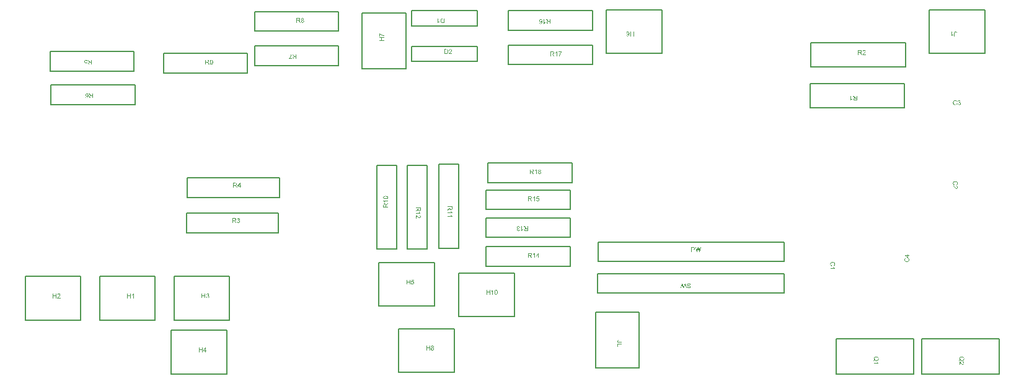
<source format=gbr>
G04*
G04 #@! TF.GenerationSoftware,Altium Limited,Altium Designer,23.3.1 (30)*
G04*
G04 Layer_Color=16711935*
%FSLAX44Y44*%
%MOMM*%
G71*
G04*
G04 #@! TF.SameCoordinates,EAF1F0D8-16AB-4789-B3CC-ED1B898C5CC7*
G04*
G04*
G04 #@! TF.FilePolarity,Positive*
G04*
G01*
G75*
%ADD13C,0.2000*%
G36*
X868283Y322521D02*
X867433D01*
Y325535D01*
X864123D01*
Y322521D01*
X863272D01*
Y328919D01*
X864123D01*
Y326293D01*
X867433D01*
Y328919D01*
X868283D01*
Y322521D01*
D02*
G37*
G36*
X871593Y328937D02*
X871667Y328928D01*
X871751Y328919D01*
X871843Y328909D01*
X871936Y328882D01*
X872157Y328826D01*
X872379Y328743D01*
X872490Y328688D01*
X872601Y328623D01*
X872703Y328540D01*
X872805Y328456D01*
X872814Y328447D01*
X872823Y328438D01*
X872851Y328410D01*
X872888Y328373D01*
X872925Y328318D01*
X872971Y328262D01*
X873064Y328124D01*
X873156Y327948D01*
X873239Y327745D01*
X873304Y327513D01*
X873313Y327393D01*
X873322Y327264D01*
Y327255D01*
Y327245D01*
Y327190D01*
X873313Y327107D01*
X873295Y327005D01*
X873267Y326875D01*
X873221Y326746D01*
X873165Y326617D01*
X873082Y326487D01*
X873073Y326469D01*
X873036Y326432D01*
X872980Y326376D01*
X872906Y326302D01*
X872805Y326219D01*
X872684Y326136D01*
X872546Y326053D01*
X872379Y325979D01*
X872389D01*
X872407Y325969D01*
X872435Y325960D01*
X872472Y325942D01*
X872583Y325896D01*
X872712Y325831D01*
X872851Y325738D01*
X872999Y325637D01*
X873138Y325507D01*
X873267Y325359D01*
Y325350D01*
X873276Y325341D01*
X873313Y325285D01*
X873369Y325193D01*
X873424Y325073D01*
X873480Y324925D01*
X873535Y324749D01*
X873572Y324555D01*
X873581Y324342D01*
Y324333D01*
Y324305D01*
Y324259D01*
X873572Y324203D01*
X873563Y324139D01*
X873553Y324056D01*
X873535Y323963D01*
X873507Y323861D01*
X873443Y323649D01*
X873396Y323529D01*
X873332Y323418D01*
X873267Y323297D01*
X873193Y323186D01*
X873101Y323076D01*
X872999Y322965D01*
X872990Y322955D01*
X872971Y322937D01*
X872943Y322909D01*
X872897Y322881D01*
X872832Y322835D01*
X872768Y322789D01*
X872684Y322743D01*
X872592Y322687D01*
X872490Y322632D01*
X872370Y322585D01*
X872241Y322539D01*
X872111Y322493D01*
X871963Y322465D01*
X871806Y322438D01*
X871649Y322419D01*
X871473Y322410D01*
X871381D01*
X871316Y322419D01*
X871233Y322428D01*
X871140Y322438D01*
X871039Y322456D01*
X870928Y322484D01*
X870678Y322549D01*
X870549Y322595D01*
X870428Y322641D01*
X870299Y322706D01*
X870170Y322780D01*
X870049Y322863D01*
X869939Y322965D01*
X869929Y322974D01*
X869911Y322992D01*
X869883Y323020D01*
X869846Y323066D01*
X869809Y323122D01*
X869754Y323186D01*
X869707Y323260D01*
X869652Y323353D01*
X869596Y323445D01*
X869550Y323556D01*
X869458Y323787D01*
X869421Y323926D01*
X869393Y324065D01*
X869374Y324213D01*
X869365Y324361D01*
Y324370D01*
Y324388D01*
Y324425D01*
X869374Y324462D01*
Y324518D01*
X869384Y324583D01*
X869402Y324730D01*
X869439Y324897D01*
X869495Y325063D01*
X869578Y325239D01*
X869680Y325405D01*
Y325415D01*
X869698Y325424D01*
X869735Y325470D01*
X869809Y325544D01*
X869911Y325637D01*
X870040Y325729D01*
X870197Y325831D01*
X870373Y325914D01*
X870586Y325979D01*
X870576D01*
X870567Y325988D01*
X870539Y325997D01*
X870502Y326016D01*
X870419Y326053D01*
X870308Y326108D01*
X870188Y326182D01*
X870068Y326274D01*
X869957Y326376D01*
X869855Y326487D01*
X869846Y326506D01*
X869818Y326543D01*
X869781Y326617D01*
X869744Y326709D01*
X869698Y326829D01*
X869661Y326968D01*
X869633Y327125D01*
X869624Y327291D01*
Y327301D01*
Y327319D01*
Y327356D01*
X869633Y327412D01*
X869643Y327467D01*
X869652Y327541D01*
X869689Y327698D01*
X869744Y327883D01*
X869837Y328077D01*
X869892Y328179D01*
X869957Y328281D01*
X870040Y328373D01*
X870123Y328466D01*
X870133Y328475D01*
X870151Y328484D01*
X870179Y328512D01*
X870216Y328540D01*
X870262Y328577D01*
X870327Y328614D01*
X870401Y328660D01*
X870475Y328706D01*
X870567Y328752D01*
X870669Y328799D01*
X870780Y328836D01*
X870900Y328872D01*
X871159Y328928D01*
X871307Y328937D01*
X871455Y328946D01*
X871538D01*
X871593Y328937D01*
D02*
G37*
G36*
X561271Y393811D02*
X560420D01*
Y396825D01*
X557110D01*
Y393811D01*
X556260D01*
Y400209D01*
X557110D01*
Y397583D01*
X560420D01*
Y400209D01*
X561271D01*
Y393811D01*
D02*
G37*
G36*
X564562Y400227D02*
X564683Y400209D01*
X564831Y400181D01*
X564997Y400135D01*
X565163Y400079D01*
X565330Y400005D01*
X565339D01*
X565348Y399996D01*
X565404Y399968D01*
X565487Y399913D01*
X565579Y399848D01*
X565690Y399756D01*
X565801Y399654D01*
X565912Y399534D01*
X566005Y399395D01*
X566014Y399377D01*
X566042Y399330D01*
X566079Y399247D01*
X566125Y399146D01*
X566171Y399025D01*
X566208Y398887D01*
X566236Y398730D01*
X566245Y398572D01*
Y398554D01*
Y398498D01*
X566236Y398424D01*
X566217Y398323D01*
X566190Y398203D01*
X566143Y398073D01*
X566088Y397944D01*
X566014Y397814D01*
X566005Y397796D01*
X565977Y397759D01*
X565922Y397694D01*
X565848Y397620D01*
X565755Y397537D01*
X565644Y397444D01*
X565515Y397361D01*
X565358Y397278D01*
X565367D01*
X565385Y397269D01*
X565413Y397259D01*
X565450Y397250D01*
X565552Y397213D01*
X565681Y397158D01*
X565829Y397084D01*
X565977Y396991D01*
X566116Y396871D01*
X566245Y396732D01*
X566254Y396714D01*
X566291Y396659D01*
X566347Y396566D01*
X566402Y396446D01*
X566458Y396298D01*
X566513Y396122D01*
X566550Y395919D01*
X566559Y395697D01*
Y395688D01*
Y395660D01*
Y395614D01*
X566550Y395558D01*
X566541Y395484D01*
X566522Y395401D01*
X566504Y395309D01*
X566485Y395207D01*
X566412Y394985D01*
X566356Y394865D01*
X566301Y394754D01*
X566227Y394634D01*
X566143Y394514D01*
X566051Y394393D01*
X565940Y394282D01*
X565931Y394273D01*
X565912Y394255D01*
X565875Y394227D01*
X565829Y394190D01*
X565774Y394144D01*
X565700Y394097D01*
X565616Y394042D01*
X565515Y393996D01*
X565413Y393940D01*
X565293Y393885D01*
X565173Y393839D01*
X565034Y393792D01*
X564886Y393755D01*
X564729Y393728D01*
X564572Y393709D01*
X564396Y393700D01*
X564313D01*
X564257Y393709D01*
X564183Y393718D01*
X564100Y393728D01*
X564008Y393746D01*
X563906Y393765D01*
X563684Y393820D01*
X563453Y393913D01*
X563333Y393968D01*
X563222Y394033D01*
X563111Y394116D01*
X563000Y394199D01*
X562991Y394208D01*
X562972Y394227D01*
X562944Y394255D01*
X562917Y394292D01*
X562870Y394338D01*
X562824Y394403D01*
X562769Y394467D01*
X562713Y394551D01*
X562658Y394643D01*
X562602Y394735D01*
X562501Y394957D01*
X562417Y395216D01*
X562390Y395355D01*
X562371Y395503D01*
X563157Y395605D01*
Y395595D01*
X563166Y395577D01*
X563176Y395540D01*
X563185Y395494D01*
X563194Y395438D01*
X563213Y395373D01*
X563259Y395235D01*
X563324Y395068D01*
X563407Y394911D01*
X563499Y394763D01*
X563610Y394634D01*
X563629Y394624D01*
X563666Y394588D01*
X563740Y394541D01*
X563832Y394495D01*
X563943Y394440D01*
X564082Y394393D01*
X564239Y394356D01*
X564405Y394347D01*
X564461D01*
X564498Y394356D01*
X564599Y394366D01*
X564729Y394393D01*
X564877Y394440D01*
X565034Y394504D01*
X565191Y394597D01*
X565339Y394726D01*
X565358Y394745D01*
X565404Y394800D01*
X565459Y394883D01*
X565533Y394994D01*
X565607Y395133D01*
X565663Y395290D01*
X565709Y395475D01*
X565727Y395678D01*
Y395688D01*
Y395706D01*
Y395734D01*
X565718Y395771D01*
X565709Y395873D01*
X565681Y395993D01*
X565644Y396141D01*
X565579Y396289D01*
X565487Y396437D01*
X565367Y396575D01*
X565348Y396594D01*
X565302Y396631D01*
X565228Y396686D01*
X565126Y396751D01*
X564997Y396816D01*
X564840Y396871D01*
X564664Y396908D01*
X564470Y396927D01*
X564387D01*
X564322Y396917D01*
X564239Y396908D01*
X564146Y396890D01*
X564035Y396871D01*
X563915Y396843D01*
X564008Y397537D01*
X564054D01*
X564091Y397528D01*
X564211D01*
X564313Y397546D01*
X564433Y397565D01*
X564572Y397592D01*
X564729Y397639D01*
X564877Y397703D01*
X565034Y397786D01*
X565043D01*
X565052Y397796D01*
X565099Y397833D01*
X565163Y397897D01*
X565237Y397981D01*
X565311Y398101D01*
X565376Y398240D01*
X565422Y398397D01*
X565441Y398489D01*
Y398591D01*
Y398600D01*
Y398609D01*
Y398665D01*
X565422Y398739D01*
X565404Y398840D01*
X565367Y398951D01*
X565321Y399072D01*
X565247Y399192D01*
X565145Y399303D01*
X565136Y399312D01*
X565089Y399349D01*
X565025Y399395D01*
X564941Y399451D01*
X564831Y399497D01*
X564701Y399543D01*
X564553Y399580D01*
X564387Y399589D01*
X564313D01*
X564230Y399571D01*
X564119Y399552D01*
X563998Y399515D01*
X563878Y399469D01*
X563749Y399395D01*
X563629Y399303D01*
X563619Y399294D01*
X563582Y399247D01*
X563527Y399183D01*
X563462Y399090D01*
X563397Y398970D01*
X563333Y398822D01*
X563277Y398646D01*
X563240Y398443D01*
X562454Y398582D01*
Y398591D01*
X562464Y398619D01*
X562473Y398656D01*
X562482Y398711D01*
X562501Y398776D01*
X562528Y398850D01*
X562584Y399025D01*
X562676Y399229D01*
X562787Y399432D01*
X562926Y399626D01*
X563102Y399802D01*
X563111Y399811D01*
X563129Y399821D01*
X563157Y399839D01*
X563194Y399867D01*
X563240Y399904D01*
X563305Y399941D01*
X563370Y399978D01*
X563453Y400024D01*
X563638Y400098D01*
X563851Y400172D01*
X564100Y400218D01*
X564230Y400237D01*
X564461D01*
X564562Y400227D01*
D02*
G37*
G36*
X887730Y769982D02*
X885271D01*
X885104Y769991D01*
X884919Y770001D01*
X884734Y770019D01*
X884550Y770047D01*
X884392Y770074D01*
X884383D01*
X884365Y770084D01*
X884337D01*
X884300Y770102D01*
X884198Y770130D01*
X884069Y770176D01*
X883921Y770241D01*
X883764Y770324D01*
X883606Y770417D01*
X883459Y770537D01*
X883449Y770546D01*
X883440Y770555D01*
X883412Y770583D01*
X883375Y770611D01*
X883283Y770703D01*
X883172Y770833D01*
X883052Y770990D01*
X882922Y771175D01*
X882802Y771387D01*
X882701Y771628D01*
Y771637D01*
X882691Y771656D01*
X882673Y771693D01*
X882663Y771748D01*
X882636Y771813D01*
X882617Y771887D01*
X882599Y771970D01*
X882571Y772072D01*
X882543Y772173D01*
X882525Y772293D01*
X882479Y772552D01*
X882451Y772839D01*
X882442Y773153D01*
Y773163D01*
Y773181D01*
Y773227D01*
Y773273D01*
X882451Y773338D01*
Y773412D01*
X882460Y773588D01*
X882488Y773791D01*
X882516Y774004D01*
X882562Y774226D01*
X882617Y774448D01*
Y774457D01*
X882626Y774475D01*
X882636Y774503D01*
X882645Y774540D01*
X882682Y774642D01*
X882738Y774771D01*
X882793Y774919D01*
X882867Y775067D01*
X882959Y775224D01*
X883052Y775372D01*
X883061Y775391D01*
X883098Y775437D01*
X883154Y775502D01*
X883227Y775585D01*
X883311Y775677D01*
X883412Y775770D01*
X883514Y775872D01*
X883634Y775955D01*
X883653Y775964D01*
X883690Y775992D01*
X883755Y776029D01*
X883847Y776075D01*
X883958Y776130D01*
X884087Y776177D01*
X884235Y776232D01*
X884402Y776278D01*
X884420D01*
X884448Y776288D01*
X884476Y776297D01*
X884568Y776306D01*
X884697Y776325D01*
X884845Y776343D01*
X885021Y776361D01*
X885215Y776371D01*
X885428Y776380D01*
X887730D01*
Y769982D01*
D02*
G37*
G36*
X879427Y771378D02*
X879437Y771387D01*
X879483Y771424D01*
X879538Y771480D01*
X879631Y771545D01*
X879733Y771628D01*
X879862Y771720D01*
X880010Y771822D01*
X880176Y771924D01*
X880186D01*
X880195Y771933D01*
X880250Y771970D01*
X880343Y772016D01*
X880454Y772072D01*
X880583Y772136D01*
X880722Y772201D01*
X880861Y772266D01*
X880999Y772321D01*
Y771563D01*
X880990D01*
X880972Y771545D01*
X880935Y771535D01*
X880888Y771508D01*
X880833Y771480D01*
X880768Y771443D01*
X880611Y771350D01*
X880426Y771249D01*
X880241Y771119D01*
X880047Y770971D01*
X879853Y770814D01*
X879844Y770805D01*
X879834Y770796D01*
X879807Y770768D01*
X879770Y770740D01*
X879686Y770648D01*
X879576Y770537D01*
X879464Y770407D01*
X879344Y770259D01*
X879243Y770111D01*
X879150Y769954D01*
X878642D01*
Y776380D01*
X879427D01*
Y771378D01*
D02*
G37*
G36*
X1585591Y664471D02*
X1585674Y664461D01*
X1585776Y664452D01*
X1585878Y664443D01*
X1585998Y664415D01*
X1586248Y664360D01*
X1586525Y664276D01*
X1586664Y664221D01*
X1586793Y664156D01*
X1586922Y664073D01*
X1587052Y663990D01*
X1587061Y663980D01*
X1587080Y663971D01*
X1587117Y663943D01*
X1587163Y663897D01*
X1587209Y663851D01*
X1587274Y663786D01*
X1587339Y663712D01*
X1587413Y663638D01*
X1587487Y663546D01*
X1587560Y663435D01*
X1587644Y663324D01*
X1587718Y663204D01*
X1587782Y663065D01*
X1587856Y662926D01*
X1587912Y662778D01*
X1587967Y662612D01*
X1587135Y662418D01*
Y662427D01*
X1587126Y662446D01*
X1587107Y662483D01*
X1587089Y662529D01*
X1587070Y662584D01*
X1587043Y662658D01*
X1586969Y662806D01*
X1586876Y662973D01*
X1586765Y663139D01*
X1586627Y663296D01*
X1586479Y663435D01*
X1586460Y663454D01*
X1586405Y663490D01*
X1586312Y663537D01*
X1586192Y663601D01*
X1586035Y663657D01*
X1585859Y663712D01*
X1585647Y663749D01*
X1585415Y663759D01*
X1585341D01*
X1585295Y663749D01*
X1585231D01*
X1585157Y663740D01*
X1584981Y663712D01*
X1584787Y663675D01*
X1584583Y663611D01*
X1584371Y663518D01*
X1584176Y663398D01*
X1584167D01*
X1584158Y663380D01*
X1584093Y663333D01*
X1584010Y663259D01*
X1583908Y663148D01*
X1583788Y663010D01*
X1583677Y662852D01*
X1583576Y662658D01*
X1583483Y662446D01*
Y662436D01*
X1583474Y662418D01*
X1583465Y662390D01*
X1583455Y662344D01*
X1583437Y662289D01*
X1583418Y662224D01*
X1583391Y662067D01*
X1583354Y661882D01*
X1583317Y661678D01*
X1583298Y661456D01*
X1583289Y661216D01*
Y661207D01*
Y661179D01*
Y661133D01*
Y661077D01*
X1583298Y661013D01*
Y660929D01*
X1583307Y660837D01*
X1583317Y660735D01*
X1583344Y660513D01*
X1583391Y660273D01*
X1583446Y660033D01*
X1583520Y659792D01*
Y659783D01*
X1583529Y659764D01*
X1583548Y659737D01*
X1583566Y659690D01*
X1583622Y659580D01*
X1583705Y659450D01*
X1583807Y659302D01*
X1583936Y659145D01*
X1584084Y659006D01*
X1584260Y658877D01*
X1584269D01*
X1584288Y658868D01*
X1584315Y658849D01*
X1584352Y658831D01*
X1584398Y658812D01*
X1584454Y658784D01*
X1584583Y658729D01*
X1584750Y658673D01*
X1584935Y658627D01*
X1585138Y658590D01*
X1585351Y658581D01*
X1585415D01*
X1585471Y658590D01*
X1585536D01*
X1585600Y658599D01*
X1585767Y658636D01*
X1585961Y658683D01*
X1586155Y658757D01*
X1586358Y658858D01*
X1586460Y658914D01*
X1586553Y658988D01*
X1586562Y658997D01*
X1586571Y659006D01*
X1586599Y659034D01*
X1586636Y659062D01*
X1586673Y659108D01*
X1586719Y659164D01*
X1586775Y659219D01*
X1586821Y659293D01*
X1586876Y659376D01*
X1586941Y659469D01*
X1586996Y659561D01*
X1587052Y659672D01*
X1587098Y659792D01*
X1587144Y659922D01*
X1587191Y660060D01*
X1587228Y660208D01*
X1588078Y659996D01*
Y659986D01*
X1588069Y659949D01*
X1588050Y659894D01*
X1588023Y659820D01*
X1587995Y659737D01*
X1587958Y659635D01*
X1587912Y659524D01*
X1587856Y659404D01*
X1587727Y659145D01*
X1587560Y658886D01*
X1587459Y658757D01*
X1587357Y658627D01*
X1587246Y658516D01*
X1587117Y658405D01*
X1587107Y658396D01*
X1587089Y658378D01*
X1587043Y658359D01*
X1586996Y658322D01*
X1586922Y658276D01*
X1586848Y658230D01*
X1586747Y658184D01*
X1586645Y658137D01*
X1586525Y658082D01*
X1586396Y658036D01*
X1586257Y657989D01*
X1586109Y657943D01*
X1585952Y657906D01*
X1585785Y657888D01*
X1585610Y657869D01*
X1585425Y657860D01*
X1585323D01*
X1585249Y657869D01*
X1585166D01*
X1585064Y657878D01*
X1584953Y657897D01*
X1584824Y657915D01*
X1584556Y657962D01*
X1584278Y658036D01*
X1584001Y658137D01*
X1583871Y658202D01*
X1583742Y658276D01*
X1583733Y658285D01*
X1583714Y658294D01*
X1583677Y658322D01*
X1583640Y658359D01*
X1583585Y658396D01*
X1583520Y658452D01*
X1583446Y658516D01*
X1583372Y658590D01*
X1583298Y658673D01*
X1583215Y658757D01*
X1583049Y658969D01*
X1582891Y659219D01*
X1582753Y659496D01*
Y659506D01*
X1582734Y659533D01*
X1582725Y659580D01*
X1582697Y659635D01*
X1582679Y659709D01*
X1582651Y659801D01*
X1582614Y659903D01*
X1582586Y660014D01*
X1582559Y660134D01*
X1582522Y660273D01*
X1582475Y660560D01*
X1582438Y660883D01*
X1582420Y661216D01*
Y661225D01*
Y661262D01*
Y661318D01*
X1582429Y661382D01*
Y661475D01*
X1582438Y661567D01*
X1582448Y661688D01*
X1582466Y661808D01*
X1582512Y662076D01*
X1582577Y662372D01*
X1582670Y662668D01*
X1582799Y662954D01*
X1582808Y662963D01*
X1582817Y662991D01*
X1582836Y663028D01*
X1582873Y663074D01*
X1582910Y663139D01*
X1582956Y663213D01*
X1583076Y663380D01*
X1583233Y663564D01*
X1583418Y663749D01*
X1583631Y663934D01*
X1583881Y664091D01*
X1583890Y664101D01*
X1583918Y664110D01*
X1583955Y664128D01*
X1584001Y664156D01*
X1584075Y664184D01*
X1584149Y664212D01*
X1584241Y664249D01*
X1584343Y664286D01*
X1584454Y664323D01*
X1584574Y664360D01*
X1584833Y664415D01*
X1585129Y664461D01*
X1585434Y664480D01*
X1585526D01*
X1585591Y664471D01*
D02*
G37*
G36*
X1591000Y664387D02*
X1591120Y664369D01*
X1591268Y664341D01*
X1591434Y664295D01*
X1591601Y664239D01*
X1591767Y664165D01*
X1591776D01*
X1591786Y664156D01*
X1591841Y664128D01*
X1591924Y664073D01*
X1592017Y664008D01*
X1592128Y663916D01*
X1592239Y663814D01*
X1592350Y663694D01*
X1592442Y663555D01*
X1592451Y663537D01*
X1592479Y663490D01*
X1592516Y663407D01*
X1592562Y663306D01*
X1592608Y663185D01*
X1592646Y663047D01*
X1592673Y662889D01*
X1592682Y662732D01*
Y662714D01*
Y662658D01*
X1592673Y662584D01*
X1592655Y662483D01*
X1592627Y662363D01*
X1592581Y662233D01*
X1592525Y662104D01*
X1592451Y661974D01*
X1592442Y661956D01*
X1592414Y661919D01*
X1592359Y661854D01*
X1592285Y661780D01*
X1592193Y661697D01*
X1592081Y661604D01*
X1591952Y661521D01*
X1591795Y661438D01*
X1591804D01*
X1591823Y661429D01*
X1591850Y661419D01*
X1591887Y661410D01*
X1591989Y661373D01*
X1592119Y661318D01*
X1592266Y661244D01*
X1592414Y661151D01*
X1592553Y661031D01*
X1592682Y660892D01*
X1592692Y660874D01*
X1592729Y660818D01*
X1592784Y660726D01*
X1592840Y660606D01*
X1592895Y660458D01*
X1592951Y660282D01*
X1592988Y660079D01*
X1592997Y659857D01*
Y659848D01*
Y659820D01*
Y659774D01*
X1592988Y659718D01*
X1592978Y659644D01*
X1592960Y659561D01*
X1592941Y659469D01*
X1592923Y659367D01*
X1592849Y659145D01*
X1592793Y659025D01*
X1592738Y658914D01*
X1592664Y658794D01*
X1592581Y658673D01*
X1592488Y658553D01*
X1592377Y658442D01*
X1592368Y658433D01*
X1592350Y658415D01*
X1592313Y658387D01*
X1592266Y658350D01*
X1592211Y658304D01*
X1592137Y658257D01*
X1592054Y658202D01*
X1591952Y658156D01*
X1591850Y658100D01*
X1591730Y658045D01*
X1591610Y657999D01*
X1591471Y657952D01*
X1591323Y657915D01*
X1591166Y657888D01*
X1591009Y657869D01*
X1590833Y657860D01*
X1590750D01*
X1590695Y657869D01*
X1590621Y657878D01*
X1590538Y657888D01*
X1590445Y657906D01*
X1590343Y657925D01*
X1590121Y657980D01*
X1589890Y658073D01*
X1589770Y658128D01*
X1589659Y658193D01*
X1589548Y658276D01*
X1589437Y658359D01*
X1589428Y658368D01*
X1589409Y658387D01*
X1589382Y658415D01*
X1589354Y658452D01*
X1589308Y658498D01*
X1589262Y658562D01*
X1589206Y658627D01*
X1589151Y658710D01*
X1589095Y658803D01*
X1589040Y658895D01*
X1588938Y659117D01*
X1588855Y659376D01*
X1588827Y659515D01*
X1588809Y659663D01*
X1589595Y659764D01*
Y659755D01*
X1589604Y659737D01*
X1589613Y659700D01*
X1589622Y659653D01*
X1589631Y659598D01*
X1589650Y659533D01*
X1589696Y659395D01*
X1589761Y659228D01*
X1589844Y659071D01*
X1589937Y658923D01*
X1590047Y658794D01*
X1590066Y658784D01*
X1590103Y658747D01*
X1590177Y658701D01*
X1590269Y658655D01*
X1590380Y658599D01*
X1590519Y658553D01*
X1590676Y658516D01*
X1590843Y658507D01*
X1590898D01*
X1590935Y658516D01*
X1591037Y658526D01*
X1591166Y658553D01*
X1591314Y658599D01*
X1591471Y658664D01*
X1591629Y658757D01*
X1591776Y658886D01*
X1591795Y658905D01*
X1591841Y658960D01*
X1591897Y659043D01*
X1591971Y659154D01*
X1592045Y659293D01*
X1592100Y659450D01*
X1592146Y659635D01*
X1592165Y659838D01*
Y659848D01*
Y659866D01*
Y659894D01*
X1592155Y659931D01*
X1592146Y660033D01*
X1592119Y660153D01*
X1592081Y660301D01*
X1592017Y660449D01*
X1591924Y660597D01*
X1591804Y660735D01*
X1591786Y660754D01*
X1591739Y660791D01*
X1591665Y660846D01*
X1591564Y660911D01*
X1591434Y660976D01*
X1591277Y661031D01*
X1591102Y661068D01*
X1590907Y661087D01*
X1590824D01*
X1590759Y661077D01*
X1590676Y661068D01*
X1590584Y661050D01*
X1590473Y661031D01*
X1590353Y661003D01*
X1590445Y661697D01*
X1590491D01*
X1590528Y661688D01*
X1590648D01*
X1590750Y661706D01*
X1590870Y661724D01*
X1591009Y661752D01*
X1591166Y661798D01*
X1591314Y661863D01*
X1591471Y661946D01*
X1591481D01*
X1591490Y661956D01*
X1591536Y661993D01*
X1591601Y662057D01*
X1591675Y662141D01*
X1591749Y662261D01*
X1591813Y662400D01*
X1591860Y662557D01*
X1591878Y662649D01*
Y662751D01*
Y662760D01*
Y662769D01*
Y662825D01*
X1591860Y662899D01*
X1591841Y663000D01*
X1591804Y663111D01*
X1591758Y663232D01*
X1591684Y663352D01*
X1591582Y663463D01*
X1591573Y663472D01*
X1591527Y663509D01*
X1591462Y663555D01*
X1591379Y663611D01*
X1591268Y663657D01*
X1591138Y663703D01*
X1590990Y663740D01*
X1590824Y663749D01*
X1590750D01*
X1590667Y663731D01*
X1590556Y663712D01*
X1590436Y663675D01*
X1590316Y663629D01*
X1590186Y663555D01*
X1590066Y663463D01*
X1590057Y663454D01*
X1590020Y663407D01*
X1589964Y663343D01*
X1589900Y663250D01*
X1589835Y663130D01*
X1589770Y662982D01*
X1589715Y662806D01*
X1589678Y662603D01*
X1588892Y662741D01*
Y662751D01*
X1588901Y662778D01*
X1588910Y662815D01*
X1588920Y662871D01*
X1588938Y662936D01*
X1588966Y663010D01*
X1589021Y663185D01*
X1589114Y663389D01*
X1589225Y663592D01*
X1589363Y663786D01*
X1589539Y663962D01*
X1589548Y663971D01*
X1589567Y663980D01*
X1589595Y663999D01*
X1589631Y664027D01*
X1589678Y664064D01*
X1589742Y664101D01*
X1589807Y664138D01*
X1589890Y664184D01*
X1590075Y664258D01*
X1590288Y664332D01*
X1590538Y664378D01*
X1590667Y664397D01*
X1590898D01*
X1591000Y664387D01*
D02*
G37*
G36*
X1451610Y664162D02*
X1448642D01*
X1448568Y664171D01*
X1448485D01*
X1448291Y664181D01*
X1448087Y664208D01*
X1447866Y664236D01*
X1447662Y664282D01*
X1447560Y664310D01*
X1447477Y664338D01*
X1447468D01*
X1447459Y664347D01*
X1447403Y664375D01*
X1447320Y664412D01*
X1447218Y664476D01*
X1447108Y664560D01*
X1446987Y664671D01*
X1446876Y664800D01*
X1446765Y664948D01*
Y664957D01*
X1446756Y664967D01*
X1446719Y665022D01*
X1446682Y665114D01*
X1446627Y665235D01*
X1446581Y665373D01*
X1446534Y665540D01*
X1446507Y665715D01*
X1446497Y665910D01*
Y665919D01*
Y665937D01*
Y665974D01*
X1446507Y666021D01*
Y666085D01*
X1446516Y666150D01*
X1446553Y666307D01*
X1446608Y666492D01*
X1446682Y666686D01*
X1446793Y666880D01*
X1446867Y666973D01*
X1446941Y667065D01*
X1446950Y667075D01*
X1446960Y667084D01*
X1446987Y667112D01*
X1447024Y667139D01*
X1447070Y667176D01*
X1447126Y667213D01*
X1447200Y667259D01*
X1447274Y667315D01*
X1447366Y667361D01*
X1447468Y667407D01*
X1447579Y667463D01*
X1447699Y667509D01*
X1447838Y667546D01*
X1447977Y667592D01*
X1448134Y667620D01*
X1448300Y667648D01*
X1448282Y667657D01*
X1448245Y667675D01*
X1448189Y667712D01*
X1448115Y667749D01*
X1447949Y667851D01*
X1447866Y667916D01*
X1447792Y667971D01*
X1447773Y667990D01*
X1447727Y668036D01*
X1447653Y668110D01*
X1447560Y668202D01*
X1447459Y668332D01*
X1447339Y668471D01*
X1447218Y668637D01*
X1447089Y668822D01*
X1445989Y670560D01*
X1447043D01*
X1447884Y669229D01*
Y669220D01*
X1447903Y669201D01*
X1447921Y669173D01*
X1447949Y669136D01*
X1448013Y669035D01*
X1448097Y668905D01*
X1448198Y668766D01*
X1448300Y668618D01*
X1448402Y668480D01*
X1448494Y668350D01*
X1448504Y668341D01*
X1448531Y668304D01*
X1448578Y668249D01*
X1448642Y668184D01*
X1448781Y668045D01*
X1448855Y667981D01*
X1448929Y667925D01*
X1448938Y667916D01*
X1448957Y667907D01*
X1448994Y667888D01*
X1449049Y667860D01*
X1449104Y667833D01*
X1449169Y667805D01*
X1449317Y667759D01*
X1449326D01*
X1449345Y667749D01*
X1449382D01*
X1449428Y667740D01*
X1449493Y667731D01*
X1449567D01*
X1449668Y667722D01*
X1450759D01*
Y670560D01*
X1451610D01*
Y664162D01*
D02*
G37*
G36*
X1443317Y665558D02*
X1443326Y665567D01*
X1443372Y665604D01*
X1443428Y665660D01*
X1443520Y665725D01*
X1443622Y665808D01*
X1443751Y665900D01*
X1443899Y666002D01*
X1444066Y666104D01*
X1444075D01*
X1444084Y666113D01*
X1444140Y666150D01*
X1444232Y666196D01*
X1444343Y666252D01*
X1444473Y666316D01*
X1444611Y666381D01*
X1444750Y666446D01*
X1444888Y666501D01*
Y665743D01*
X1444879D01*
X1444861Y665725D01*
X1444824Y665715D01*
X1444778Y665688D01*
X1444722Y665660D01*
X1444657Y665623D01*
X1444500Y665530D01*
X1444315Y665429D01*
X1444130Y665299D01*
X1443936Y665151D01*
X1443742Y664994D01*
X1443733Y664985D01*
X1443724Y664976D01*
X1443696Y664948D01*
X1443659Y664920D01*
X1443576Y664828D01*
X1443465Y664717D01*
X1443354Y664587D01*
X1443234Y664439D01*
X1443132Y664292D01*
X1443039Y664134D01*
X1442531D01*
Y670560D01*
X1443317D01*
Y665558D01*
D02*
G37*
G36*
X1418302Y443221D02*
X1418395D01*
X1418487Y443212D01*
X1418608Y443202D01*
X1418728Y443184D01*
X1418996Y443138D01*
X1419292Y443073D01*
X1419588Y442980D01*
X1419874Y442851D01*
X1419883Y442842D01*
X1419911Y442832D01*
X1419948Y442814D01*
X1419994Y442777D01*
X1420059Y442740D01*
X1420133Y442694D01*
X1420300Y442574D01*
X1420484Y442416D01*
X1420669Y442232D01*
X1420854Y442019D01*
X1421011Y441769D01*
X1421021Y441760D01*
X1421030Y441732D01*
X1421048Y441695D01*
X1421076Y441649D01*
X1421104Y441575D01*
X1421132Y441501D01*
X1421169Y441409D01*
X1421206Y441307D01*
X1421243Y441196D01*
X1421279Y441076D01*
X1421335Y440817D01*
X1421381Y440521D01*
X1421400Y440216D01*
Y440124D01*
X1421391Y440059D01*
X1421381Y439976D01*
X1421372Y439874D01*
X1421363Y439772D01*
X1421335Y439652D01*
X1421279Y439402D01*
X1421196Y439125D01*
X1421141Y438986D01*
X1421076Y438857D01*
X1420993Y438727D01*
X1420910Y438598D01*
X1420901Y438589D01*
X1420891Y438570D01*
X1420863Y438533D01*
X1420817Y438487D01*
X1420771Y438441D01*
X1420706Y438376D01*
X1420632Y438311D01*
X1420558Y438237D01*
X1420466Y438163D01*
X1420355Y438089D01*
X1420244Y438006D01*
X1420124Y437932D01*
X1419985Y437868D01*
X1419846Y437794D01*
X1419698Y437738D01*
X1419532Y437683D01*
X1419338Y438515D01*
X1419347D01*
X1419366Y438524D01*
X1419403Y438543D01*
X1419449Y438561D01*
X1419504Y438579D01*
X1419578Y438607D01*
X1419726Y438681D01*
X1419893Y438774D01*
X1420059Y438885D01*
X1420216Y439023D01*
X1420355Y439171D01*
X1420374Y439190D01*
X1420410Y439245D01*
X1420457Y439338D01*
X1420521Y439458D01*
X1420577Y439615D01*
X1420632Y439791D01*
X1420669Y440003D01*
X1420679Y440234D01*
Y440308D01*
X1420669Y440355D01*
Y440419D01*
X1420660Y440493D01*
X1420632Y440669D01*
X1420595Y440863D01*
X1420531Y441067D01*
X1420438Y441279D01*
X1420318Y441473D01*
Y441483D01*
X1420300Y441492D01*
X1420253Y441557D01*
X1420179Y441640D01*
X1420068Y441741D01*
X1419930Y441862D01*
X1419772Y441973D01*
X1419578Y442074D01*
X1419366Y442167D01*
X1419356D01*
X1419338Y442176D01*
X1419310Y442185D01*
X1419264Y442195D01*
X1419209Y442213D01*
X1419144Y442232D01*
X1418987Y442259D01*
X1418802Y442296D01*
X1418598Y442333D01*
X1418376Y442352D01*
X1418136Y442361D01*
X1418127D01*
X1418099D01*
X1418053D01*
X1417997D01*
X1417933Y442352D01*
X1417849D01*
X1417757Y442342D01*
X1417655Y442333D01*
X1417433Y442305D01*
X1417193Y442259D01*
X1416953Y442204D01*
X1416712Y442130D01*
X1416703D01*
X1416685Y442121D01*
X1416657Y442102D01*
X1416611Y442084D01*
X1416500Y442028D01*
X1416370Y441945D01*
X1416222Y441843D01*
X1416065Y441714D01*
X1415926Y441566D01*
X1415797Y441390D01*
Y441381D01*
X1415788Y441362D01*
X1415769Y441335D01*
X1415751Y441298D01*
X1415732Y441251D01*
X1415704Y441196D01*
X1415649Y441067D01*
X1415594Y440900D01*
X1415547Y440715D01*
X1415510Y440512D01*
X1415501Y440299D01*
Y440234D01*
X1415510Y440179D01*
Y440114D01*
X1415520Y440050D01*
X1415556Y439883D01*
X1415603Y439689D01*
X1415677Y439495D01*
X1415778Y439291D01*
X1415834Y439190D01*
X1415908Y439097D01*
X1415917Y439088D01*
X1415926Y439079D01*
X1415954Y439051D01*
X1415982Y439014D01*
X1416028Y438977D01*
X1416084Y438931D01*
X1416139Y438875D01*
X1416213Y438829D01*
X1416296Y438774D01*
X1416389Y438709D01*
X1416481Y438653D01*
X1416592Y438598D01*
X1416712Y438552D01*
X1416842Y438506D01*
X1416980Y438459D01*
X1417128Y438422D01*
X1416916Y437572D01*
X1416906D01*
X1416869Y437581D01*
X1416814Y437599D01*
X1416740Y437627D01*
X1416657Y437655D01*
X1416555Y437692D01*
X1416444Y437738D01*
X1416324Y437794D01*
X1416065Y437923D01*
X1415806Y438089D01*
X1415677Y438191D01*
X1415547Y438293D01*
X1415436Y438404D01*
X1415325Y438533D01*
X1415316Y438543D01*
X1415298Y438561D01*
X1415279Y438607D01*
X1415242Y438653D01*
X1415196Y438727D01*
X1415150Y438801D01*
X1415103Y438903D01*
X1415057Y439005D01*
X1415002Y439125D01*
X1414955Y439254D01*
X1414909Y439393D01*
X1414863Y439541D01*
X1414826Y439698D01*
X1414808Y439865D01*
X1414789Y440040D01*
X1414780Y440225D01*
Y440327D01*
X1414789Y440401D01*
Y440484D01*
X1414798Y440586D01*
X1414817Y440697D01*
X1414835Y440826D01*
X1414882Y441094D01*
X1414955Y441372D01*
X1415057Y441649D01*
X1415122Y441778D01*
X1415196Y441908D01*
X1415205Y441917D01*
X1415214Y441936D01*
X1415242Y441973D01*
X1415279Y442010D01*
X1415316Y442065D01*
X1415372Y442130D01*
X1415436Y442204D01*
X1415510Y442278D01*
X1415594Y442352D01*
X1415677Y442435D01*
X1415889Y442601D01*
X1416139Y442759D01*
X1416416Y442897D01*
X1416426D01*
X1416453Y442916D01*
X1416500Y442925D01*
X1416555Y442953D01*
X1416629Y442971D01*
X1416721Y442999D01*
X1416823Y443036D01*
X1416934Y443064D01*
X1417054Y443091D01*
X1417193Y443128D01*
X1417480Y443175D01*
X1417803Y443212D01*
X1418136Y443230D01*
X1418145D01*
X1418182D01*
X1418238D01*
X1418302Y443221D01*
D02*
G37*
G36*
X1419708Y436240D02*
X1419726Y436222D01*
X1419736Y436185D01*
X1419763Y436139D01*
X1419791Y436083D01*
X1419828Y436018D01*
X1419920Y435861D01*
X1420022Y435676D01*
X1420152Y435491D01*
X1420300Y435297D01*
X1420457Y435103D01*
X1420466Y435094D01*
X1420475Y435085D01*
X1420503Y435057D01*
X1420531Y435020D01*
X1420623Y434937D01*
X1420734Y434826D01*
X1420863Y434715D01*
X1421011Y434595D01*
X1421159Y434493D01*
X1421317Y434400D01*
Y433892D01*
X1414891D01*
Y434678D01*
X1419893D01*
X1419883Y434687D01*
X1419846Y434733D01*
X1419791Y434789D01*
X1419726Y434881D01*
X1419643Y434983D01*
X1419551Y435112D01*
X1419449Y435260D01*
X1419347Y435427D01*
Y435436D01*
X1419338Y435445D01*
X1419301Y435501D01*
X1419255Y435593D01*
X1419199Y435704D01*
X1419135Y435834D01*
X1419070Y435972D01*
X1419005Y436111D01*
X1418950Y436250D01*
X1419708D01*
Y436240D01*
D02*
G37*
G36*
X1585942Y553711D02*
X1586035D01*
X1586127Y553702D01*
X1586248Y553692D01*
X1586368Y553674D01*
X1586636Y553628D01*
X1586932Y553563D01*
X1587228Y553470D01*
X1587514Y553341D01*
X1587523Y553332D01*
X1587551Y553322D01*
X1587588Y553304D01*
X1587634Y553267D01*
X1587699Y553230D01*
X1587773Y553184D01*
X1587939Y553064D01*
X1588124Y552906D01*
X1588309Y552722D01*
X1588494Y552509D01*
X1588651Y552259D01*
X1588661Y552250D01*
X1588670Y552222D01*
X1588688Y552185D01*
X1588716Y552139D01*
X1588744Y552065D01*
X1588772Y551991D01*
X1588809Y551899D01*
X1588846Y551797D01*
X1588882Y551686D01*
X1588920Y551566D01*
X1588975Y551307D01*
X1589021Y551011D01*
X1589040Y550706D01*
Y550614D01*
X1589030Y550549D01*
X1589021Y550466D01*
X1589012Y550364D01*
X1589003Y550262D01*
X1588975Y550142D01*
X1588920Y549892D01*
X1588836Y549615D01*
X1588781Y549476D01*
X1588716Y549347D01*
X1588633Y549217D01*
X1588550Y549088D01*
X1588540Y549079D01*
X1588531Y549060D01*
X1588504Y549023D01*
X1588457Y548977D01*
X1588411Y548931D01*
X1588346Y548866D01*
X1588272Y548801D01*
X1588198Y548727D01*
X1588106Y548653D01*
X1587995Y548579D01*
X1587884Y548496D01*
X1587764Y548422D01*
X1587625Y548358D01*
X1587487Y548284D01*
X1587339Y548228D01*
X1587172Y548173D01*
X1586978Y549005D01*
X1586987D01*
X1587006Y549014D01*
X1587043Y549033D01*
X1587089Y549051D01*
X1587144Y549070D01*
X1587218Y549097D01*
X1587366Y549171D01*
X1587533Y549264D01*
X1587699Y549375D01*
X1587856Y549513D01*
X1587995Y549661D01*
X1588013Y549680D01*
X1588050Y549735D01*
X1588097Y549828D01*
X1588161Y549948D01*
X1588217Y550105D01*
X1588272Y550281D01*
X1588309Y550493D01*
X1588319Y550724D01*
Y550798D01*
X1588309Y550845D01*
Y550909D01*
X1588300Y550983D01*
X1588272Y551159D01*
X1588235Y551353D01*
X1588171Y551557D01*
X1588078Y551769D01*
X1587958Y551963D01*
Y551973D01*
X1587939Y551982D01*
X1587893Y552047D01*
X1587819Y552130D01*
X1587708Y552231D01*
X1587570Y552352D01*
X1587413Y552463D01*
X1587218Y552564D01*
X1587006Y552657D01*
X1586996D01*
X1586978Y552666D01*
X1586950Y552675D01*
X1586904Y552685D01*
X1586848Y552703D01*
X1586784Y552722D01*
X1586627Y552749D01*
X1586442Y552786D01*
X1586238Y552823D01*
X1586016Y552842D01*
X1585776Y552851D01*
X1585767D01*
X1585739D01*
X1585693D01*
X1585637D01*
X1585573Y552842D01*
X1585489D01*
X1585397Y552832D01*
X1585295Y552823D01*
X1585073Y552795D01*
X1584833Y552749D01*
X1584593Y552694D01*
X1584352Y552620D01*
X1584343D01*
X1584324Y552611D01*
X1584297Y552592D01*
X1584250Y552574D01*
X1584140Y552518D01*
X1584010Y552435D01*
X1583862Y552333D01*
X1583705Y552204D01*
X1583566Y552056D01*
X1583437Y551880D01*
Y551871D01*
X1583428Y551852D01*
X1583409Y551825D01*
X1583391Y551788D01*
X1583372Y551741D01*
X1583344Y551686D01*
X1583289Y551557D01*
X1583233Y551390D01*
X1583187Y551205D01*
X1583150Y551002D01*
X1583141Y550789D01*
Y550724D01*
X1583150Y550669D01*
Y550604D01*
X1583159Y550540D01*
X1583197Y550373D01*
X1583243Y550179D01*
X1583317Y549985D01*
X1583418Y549781D01*
X1583474Y549680D01*
X1583548Y549587D01*
X1583557Y549578D01*
X1583566Y549569D01*
X1583594Y549541D01*
X1583622Y549504D01*
X1583668Y549467D01*
X1583723Y549421D01*
X1583779Y549365D01*
X1583853Y549319D01*
X1583936Y549264D01*
X1584029Y549199D01*
X1584121Y549143D01*
X1584232Y549088D01*
X1584352Y549042D01*
X1584482Y548996D01*
X1584620Y548949D01*
X1584768Y548912D01*
X1584556Y548062D01*
X1584546D01*
X1584509Y548071D01*
X1584454Y548089D01*
X1584380Y548117D01*
X1584297Y548145D01*
X1584195Y548182D01*
X1584084Y548228D01*
X1583964Y548284D01*
X1583705Y548413D01*
X1583446Y548579D01*
X1583317Y548681D01*
X1583187Y548783D01*
X1583076Y548894D01*
X1582965Y549023D01*
X1582956Y549033D01*
X1582938Y549051D01*
X1582919Y549097D01*
X1582882Y549143D01*
X1582836Y549217D01*
X1582790Y549291D01*
X1582744Y549393D01*
X1582697Y549495D01*
X1582642Y549615D01*
X1582596Y549744D01*
X1582549Y549883D01*
X1582503Y550031D01*
X1582466Y550188D01*
X1582448Y550355D01*
X1582429Y550530D01*
X1582420Y550715D01*
Y550817D01*
X1582429Y550891D01*
Y550974D01*
X1582438Y551076D01*
X1582457Y551187D01*
X1582475Y551316D01*
X1582522Y551584D01*
X1582596Y551862D01*
X1582697Y552139D01*
X1582762Y552268D01*
X1582836Y552398D01*
X1582845Y552407D01*
X1582854Y552426D01*
X1582882Y552463D01*
X1582919Y552500D01*
X1582956Y552555D01*
X1583012Y552620D01*
X1583076Y552694D01*
X1583150Y552768D01*
X1583233Y552842D01*
X1583317Y552925D01*
X1583529Y553091D01*
X1583779Y553249D01*
X1584056Y553387D01*
X1584066D01*
X1584093Y553406D01*
X1584140Y553415D01*
X1584195Y553443D01*
X1584269Y553461D01*
X1584361Y553489D01*
X1584463Y553526D01*
X1584574Y553554D01*
X1584694Y553581D01*
X1584833Y553618D01*
X1585120Y553665D01*
X1585443Y553702D01*
X1585776Y553720D01*
X1585785D01*
X1585822D01*
X1585878D01*
X1585942Y553711D01*
D02*
G37*
G36*
X1582706Y547442D02*
X1582790Y547433D01*
X1582882Y547415D01*
X1582975Y547396D01*
X1583076Y547359D01*
X1583086D01*
X1583095Y547350D01*
X1583150Y547331D01*
X1583233Y547294D01*
X1583344Y547239D01*
X1583474Y547165D01*
X1583622Y547072D01*
X1583770Y546971D01*
X1583927Y546841D01*
X1583936D01*
X1583945Y546823D01*
X1584001Y546777D01*
X1584084Y546693D01*
X1584204Y546573D01*
X1584343Y546435D01*
X1584509Y546259D01*
X1584694Y546046D01*
X1584888Y545815D01*
X1584898Y545806D01*
X1584925Y545769D01*
X1584972Y545713D01*
X1585027Y545649D01*
X1585101Y545565D01*
X1585184Y545464D01*
X1585277Y545362D01*
X1585379Y545242D01*
X1585600Y545011D01*
X1585822Y544780D01*
X1585933Y544669D01*
X1586044Y544567D01*
X1586146Y544474D01*
X1586248Y544400D01*
X1586257D01*
X1586266Y544382D01*
X1586294Y544364D01*
X1586331Y544345D01*
X1586432Y544280D01*
X1586553Y544206D01*
X1586701Y544142D01*
X1586858Y544077D01*
X1587033Y544040D01*
X1587200Y544021D01*
X1587209D01*
X1587218D01*
X1587274Y544031D01*
X1587366Y544040D01*
X1587468Y544068D01*
X1587597Y544105D01*
X1587727Y544169D01*
X1587856Y544253D01*
X1587986Y544364D01*
X1588004Y544382D01*
X1588041Y544428D01*
X1588087Y544493D01*
X1588152Y544595D01*
X1588208Y544724D01*
X1588263Y544872D01*
X1588300Y545048D01*
X1588309Y545242D01*
Y545297D01*
X1588300Y545334D01*
X1588291Y545445D01*
X1588263Y545575D01*
X1588226Y545713D01*
X1588161Y545871D01*
X1588078Y546018D01*
X1587967Y546157D01*
X1587949Y546176D01*
X1587903Y546213D01*
X1587829Y546268D01*
X1587718Y546324D01*
X1587588Y546388D01*
X1587422Y546444D01*
X1587237Y546481D01*
X1587024Y546499D01*
X1587107Y547304D01*
X1587117D01*
X1587144Y547294D01*
X1587191D01*
X1587255Y547285D01*
X1587329Y547267D01*
X1587413Y547248D01*
X1587514Y547220D01*
X1587616Y547193D01*
X1587838Y547119D01*
X1588060Y547008D01*
X1588171Y546943D01*
X1588282Y546860D01*
X1588383Y546777D01*
X1588476Y546684D01*
X1588485Y546675D01*
X1588494Y546656D01*
X1588522Y546629D01*
X1588550Y546582D01*
X1588587Y546527D01*
X1588624Y546462D01*
X1588670Y546388D01*
X1588716Y546296D01*
X1588762Y546194D01*
X1588809Y546083D01*
X1588846Y545963D01*
X1588882Y545834D01*
X1588910Y545695D01*
X1588938Y545547D01*
X1588947Y545390D01*
X1588956Y545223D01*
Y545131D01*
X1588947Y545066D01*
X1588938Y544992D01*
X1588929Y544900D01*
X1588910Y544798D01*
X1588892Y544696D01*
X1588827Y544456D01*
X1588735Y544216D01*
X1588679Y544095D01*
X1588614Y543975D01*
X1588531Y543864D01*
X1588439Y543763D01*
X1588430Y543753D01*
X1588420Y543735D01*
X1588383Y543716D01*
X1588346Y543679D01*
X1588300Y543633D01*
X1588235Y543587D01*
X1588171Y543541D01*
X1588087Y543485D01*
X1587912Y543393D01*
X1587690Y543300D01*
X1587579Y543263D01*
X1587449Y543245D01*
X1587320Y543226D01*
X1587181Y543217D01*
X1587163D01*
X1587117D01*
X1587043Y543226D01*
X1586941Y543236D01*
X1586830Y543254D01*
X1586701Y543291D01*
X1586562Y543328D01*
X1586423Y543383D01*
X1586405Y543393D01*
X1586358Y543411D01*
X1586284Y543448D01*
X1586183Y543504D01*
X1586072Y543578D01*
X1585933Y543670D01*
X1585795Y543781D01*
X1585637Y543910D01*
X1585619Y543929D01*
X1585563Y543975D01*
X1585517Y544021D01*
X1585471Y544068D01*
X1585415Y544123D01*
X1585341Y544197D01*
X1585267Y544271D01*
X1585184Y544364D01*
X1585092Y544456D01*
X1584990Y544567D01*
X1584888Y544687D01*
X1584768Y544817D01*
X1584648Y544964D01*
X1584519Y545112D01*
X1584509Y545122D01*
X1584491Y545140D01*
X1584463Y545177D01*
X1584426Y545223D01*
X1584371Y545279D01*
X1584315Y545344D01*
X1584195Y545491D01*
X1584056Y545649D01*
X1583918Y545797D01*
X1583797Y545926D01*
X1583751Y545981D01*
X1583705Y546028D01*
X1583696Y546037D01*
X1583668Y546065D01*
X1583631Y546102D01*
X1583576Y546148D01*
X1583511Y546194D01*
X1583446Y546250D01*
X1583289Y546361D01*
Y543208D01*
X1582531D01*
Y547452D01*
X1582540D01*
X1582577D01*
X1582632D01*
X1582706Y547442D01*
D02*
G37*
G36*
X1125805Y335583D02*
X1125795D01*
X1125777D01*
X1125740D01*
X1125684Y335574D01*
X1125629Y335564D01*
X1125564D01*
X1125407Y335536D01*
X1125241Y335509D01*
X1125074Y335453D01*
X1124926Y335398D01*
X1124862Y335361D01*
X1124806Y335315D01*
X1124797Y335305D01*
X1124769Y335268D01*
X1124723Y335213D01*
X1124677Y335139D01*
X1124621Y335037D01*
X1124584Y334926D01*
X1124547Y334788D01*
X1124538Y334640D01*
Y334584D01*
X1124547Y334529D01*
X1124557Y334445D01*
X1124575Y334362D01*
X1124594Y334270D01*
X1124630Y334177D01*
X1124677Y334085D01*
X1124686Y334076D01*
X1124704Y334048D01*
X1124741Y334011D01*
X1124778Y333955D01*
X1124843Y333909D01*
X1124908Y333854D01*
X1124982Y333808D01*
X1125074Y333771D01*
X1125083D01*
X1125120Y333752D01*
X1125185Y333743D01*
X1125268Y333724D01*
X1125379Y333706D01*
X1125518Y333697D01*
X1125684Y333678D01*
X1125879D01*
X1130289D01*
Y332827D01*
X1125925D01*
X1125916D01*
X1125888D01*
X1125851D01*
X1125795D01*
X1125721Y332837D01*
X1125648D01*
X1125472Y332855D01*
X1125268Y332874D01*
X1125056Y332911D01*
X1124862Y332966D01*
X1124677Y333031D01*
X1124667D01*
X1124658Y333040D01*
X1124603Y333068D01*
X1124529Y333114D01*
X1124427Y333179D01*
X1124325Y333271D01*
X1124214Y333373D01*
X1124103Y333503D01*
X1124011Y333650D01*
X1124002Y333669D01*
X1123974Y333724D01*
X1123937Y333808D01*
X1123900Y333928D01*
X1123854Y334076D01*
X1123817Y334242D01*
X1123789Y334427D01*
X1123780Y334630D01*
Y334714D01*
X1123789Y334769D01*
X1123798Y334843D01*
X1123808Y334917D01*
X1123845Y335111D01*
X1123900Y335315D01*
X1123983Y335527D01*
X1124039Y335638D01*
X1124103Y335740D01*
X1124177Y335832D01*
X1124261Y335925D01*
X1124270Y335934D01*
X1124279Y335943D01*
X1124316Y335962D01*
X1124353Y335989D01*
X1124399Y336026D01*
X1124464Y336063D01*
X1124538Y336101D01*
X1124621Y336147D01*
X1124714Y336184D01*
X1124825Y336221D01*
X1124936Y336258D01*
X1125065Y336295D01*
X1125204Y336313D01*
X1125361Y336341D01*
X1125518Y336350D01*
X1125694D01*
X1125805Y335583D01*
D02*
G37*
G36*
X1130289Y330627D02*
X1124649D01*
Y327474D01*
X1123891D01*
Y331478D01*
X1130289D01*
Y330627D01*
D02*
G37*
G36*
X1013649Y563378D02*
X1012863D01*
Y568380D01*
X1012854Y568371D01*
X1012808Y568334D01*
X1012752Y568279D01*
X1012660Y568214D01*
X1012558Y568131D01*
X1012429Y568038D01*
X1012281Y567937D01*
X1012114Y567835D01*
X1012105D01*
X1012096Y567826D01*
X1012040Y567789D01*
X1011948Y567742D01*
X1011837Y567687D01*
X1011708Y567622D01*
X1011569Y567557D01*
X1011430Y567493D01*
X1011292Y567437D01*
Y568195D01*
X1011301D01*
X1011319Y568214D01*
X1011356Y568223D01*
X1011403Y568251D01*
X1011458Y568279D01*
X1011523Y568316D01*
X1011680Y568408D01*
X1011865Y568510D01*
X1012050Y568639D01*
X1012244Y568787D01*
X1012438Y568944D01*
X1012447Y568954D01*
X1012457Y568963D01*
X1012484Y568991D01*
X1012521Y569018D01*
X1012604Y569111D01*
X1012715Y569222D01*
X1012826Y569351D01*
X1012946Y569499D01*
X1013048Y569647D01*
X1013141Y569804D01*
X1013649D01*
Y563378D01*
D02*
G37*
G36*
X1007612Y569767D02*
X1007695D01*
X1007889Y569758D01*
X1008093Y569730D01*
X1008315Y569702D01*
X1008518Y569656D01*
X1008620Y569628D01*
X1008703Y569601D01*
X1008712D01*
X1008721Y569591D01*
X1008777Y569564D01*
X1008860Y569527D01*
X1008962Y569462D01*
X1009073Y569379D01*
X1009193Y569268D01*
X1009304Y569138D01*
X1009415Y568991D01*
Y568981D01*
X1009424Y568972D01*
X1009461Y568917D01*
X1009498Y568824D01*
X1009553Y568704D01*
X1009600Y568565D01*
X1009646Y568399D01*
X1009674Y568223D01*
X1009683Y568029D01*
Y568020D01*
Y568001D01*
Y567964D01*
X1009674Y567918D01*
Y567853D01*
X1009664Y567789D01*
X1009627Y567631D01*
X1009572Y567447D01*
X1009498Y567252D01*
X1009387Y567058D01*
X1009313Y566966D01*
X1009239Y566873D01*
X1009230Y566864D01*
X1009221Y566855D01*
X1009193Y566827D01*
X1009156Y566799D01*
X1009110Y566762D01*
X1009054Y566725D01*
X1008980Y566679D01*
X1008906Y566624D01*
X1008814Y566577D01*
X1008712Y566531D01*
X1008601Y566476D01*
X1008481Y566430D01*
X1008342Y566393D01*
X1008204Y566346D01*
X1008046Y566319D01*
X1007880Y566291D01*
X1007898Y566282D01*
X1007935Y566263D01*
X1007991Y566226D01*
X1008065Y566189D01*
X1008231Y566087D01*
X1008315Y566023D01*
X1008388Y565967D01*
X1008407Y565949D01*
X1008453Y565903D01*
X1008527Y565829D01*
X1008620Y565736D01*
X1008721Y565607D01*
X1008841Y565468D01*
X1008962Y565302D01*
X1009091Y565117D01*
X1010191Y563378D01*
X1009137D01*
X1008296Y564710D01*
Y564719D01*
X1008278Y564738D01*
X1008259Y564765D01*
X1008231Y564802D01*
X1008167Y564904D01*
X1008083Y565033D01*
X1007982Y565172D01*
X1007880Y565320D01*
X1007778Y565459D01*
X1007686Y565588D01*
X1007676Y565597D01*
X1007649Y565634D01*
X1007603Y565690D01*
X1007538Y565755D01*
X1007399Y565893D01*
X1007325Y565958D01*
X1007251Y566013D01*
X1007242Y566023D01*
X1007224Y566032D01*
X1007187Y566050D01*
X1007131Y566078D01*
X1007076Y566106D01*
X1007011Y566134D01*
X1006863Y566180D01*
X1006854D01*
X1006835Y566189D01*
X1006798D01*
X1006752Y566198D01*
X1006687Y566208D01*
X1006613D01*
X1006512Y566217D01*
X1005421D01*
Y563378D01*
X1004570D01*
Y569776D01*
X1007538D01*
X1007612Y569767D01*
D02*
G37*
G36*
X1017884Y569795D02*
X1017958Y569786D01*
X1018041Y569776D01*
X1018133Y569767D01*
X1018226Y569739D01*
X1018448Y569684D01*
X1018670Y569601D01*
X1018781Y569545D01*
X1018891Y569481D01*
X1018993Y569397D01*
X1019095Y569314D01*
X1019104Y569305D01*
X1019113Y569296D01*
X1019141Y569268D01*
X1019178Y569231D01*
X1019215Y569175D01*
X1019261Y569120D01*
X1019354Y568981D01*
X1019446Y568806D01*
X1019529Y568602D01*
X1019594Y568371D01*
X1019603Y568251D01*
X1019613Y568121D01*
Y568112D01*
Y568103D01*
Y568047D01*
X1019603Y567964D01*
X1019585Y567863D01*
X1019557Y567733D01*
X1019511Y567604D01*
X1019455Y567474D01*
X1019372Y567345D01*
X1019363Y567326D01*
X1019326Y567289D01*
X1019270Y567234D01*
X1019196Y567160D01*
X1019095Y567077D01*
X1018975Y566993D01*
X1018836Y566910D01*
X1018670Y566836D01*
X1018679D01*
X1018697Y566827D01*
X1018725Y566818D01*
X1018762Y566799D01*
X1018873Y566753D01*
X1019002Y566688D01*
X1019141Y566596D01*
X1019289Y566494D01*
X1019428Y566365D01*
X1019557Y566217D01*
Y566208D01*
X1019566Y566198D01*
X1019603Y566143D01*
X1019659Y566050D01*
X1019714Y565930D01*
X1019770Y565782D01*
X1019825Y565607D01*
X1019862Y565412D01*
X1019872Y565200D01*
Y565191D01*
Y565163D01*
Y565117D01*
X1019862Y565061D01*
X1019853Y564996D01*
X1019844Y564913D01*
X1019825Y564821D01*
X1019798Y564719D01*
X1019733Y564506D01*
X1019687Y564386D01*
X1019622Y564275D01*
X1019557Y564155D01*
X1019483Y564044D01*
X1019391Y563933D01*
X1019289Y563822D01*
X1019280Y563813D01*
X1019261Y563795D01*
X1019233Y563767D01*
X1019187Y563739D01*
X1019123Y563693D01*
X1019058Y563647D01*
X1018975Y563600D01*
X1018882Y563545D01*
X1018781Y563489D01*
X1018660Y563443D01*
X1018531Y563397D01*
X1018401Y563351D01*
X1018253Y563323D01*
X1018096Y563295D01*
X1017939Y563277D01*
X1017764Y563268D01*
X1017671D01*
X1017606Y563277D01*
X1017523Y563286D01*
X1017431Y563295D01*
X1017329Y563314D01*
X1017218Y563341D01*
X1016968Y563406D01*
X1016839Y563452D01*
X1016719Y563499D01*
X1016589Y563563D01*
X1016460Y563637D01*
X1016340Y563721D01*
X1016229Y563822D01*
X1016219Y563831D01*
X1016201Y563850D01*
X1016173Y563878D01*
X1016136Y563924D01*
X1016099Y563979D01*
X1016044Y564044D01*
X1015998Y564118D01*
X1015942Y564211D01*
X1015887Y564303D01*
X1015840Y564414D01*
X1015748Y564645D01*
X1015711Y564784D01*
X1015683Y564922D01*
X1015665Y565070D01*
X1015656Y565218D01*
Y565228D01*
Y565246D01*
Y565283D01*
X1015665Y565320D01*
Y565376D01*
X1015674Y565440D01*
X1015693Y565588D01*
X1015729Y565755D01*
X1015785Y565921D01*
X1015868Y566097D01*
X1015970Y566263D01*
Y566272D01*
X1015988Y566282D01*
X1016025Y566328D01*
X1016099Y566402D01*
X1016201Y566494D01*
X1016330Y566587D01*
X1016488Y566688D01*
X1016663Y566772D01*
X1016876Y566836D01*
X1016867D01*
X1016857Y566846D01*
X1016830Y566855D01*
X1016793Y566873D01*
X1016710Y566910D01*
X1016599Y566966D01*
X1016478Y567040D01*
X1016358Y567132D01*
X1016247Y567234D01*
X1016145Y567345D01*
X1016136Y567363D01*
X1016108Y567400D01*
X1016071Y567474D01*
X1016034Y567567D01*
X1015988Y567687D01*
X1015951Y567826D01*
X1015924Y567983D01*
X1015914Y568149D01*
Y568158D01*
Y568177D01*
Y568214D01*
X1015924Y568269D01*
X1015933Y568325D01*
X1015942Y568399D01*
X1015979Y568556D01*
X1016034Y568741D01*
X1016127Y568935D01*
X1016182Y569037D01*
X1016247Y569138D01*
X1016330Y569231D01*
X1016414Y569323D01*
X1016423Y569333D01*
X1016441Y569342D01*
X1016469Y569370D01*
X1016506Y569397D01*
X1016552Y569434D01*
X1016617Y569471D01*
X1016691Y569518D01*
X1016765Y569564D01*
X1016857Y569610D01*
X1016959Y569656D01*
X1017070Y569693D01*
X1017190Y569730D01*
X1017449Y569786D01*
X1017597Y569795D01*
X1017745Y569804D01*
X1017828D01*
X1017884Y569795D01*
D02*
G37*
G36*
X358071Y393700D02*
X357220D01*
Y396714D01*
X353910D01*
Y393700D01*
X353060D01*
Y400098D01*
X353910D01*
Y397472D01*
X357220D01*
Y400098D01*
X358071D01*
Y393700D01*
D02*
G37*
G36*
X361436Y400116D02*
X361510Y400107D01*
X361603Y400098D01*
X361704Y400079D01*
X361806Y400061D01*
X362047Y399996D01*
X362287Y399904D01*
X362407Y399848D01*
X362527Y399784D01*
X362638Y399700D01*
X362740Y399608D01*
X362749Y399599D01*
X362768Y399589D01*
X362786Y399552D01*
X362823Y399515D01*
X362869Y399469D01*
X362916Y399404D01*
X362962Y399340D01*
X363017Y399257D01*
X363110Y399081D01*
X363202Y398859D01*
X363239Y398748D01*
X363258Y398619D01*
X363276Y398489D01*
X363285Y398350D01*
Y398332D01*
Y398286D01*
X363276Y398212D01*
X363267Y398110D01*
X363248Y397999D01*
X363212Y397870D01*
X363175Y397731D01*
X363119Y397592D01*
X363110Y397574D01*
X363091Y397528D01*
X363054Y397454D01*
X362999Y397352D01*
X362925Y397241D01*
X362832Y397102D01*
X362721Y396964D01*
X362592Y396806D01*
X362574Y396788D01*
X362527Y396732D01*
X362481Y396686D01*
X362435Y396640D01*
X362379Y396585D01*
X362305Y396511D01*
X362231Y396437D01*
X362139Y396353D01*
X362047Y396261D01*
X361936Y396159D01*
X361815Y396058D01*
X361686Y395937D01*
X361538Y395817D01*
X361390Y395688D01*
X361381Y395678D01*
X361362Y395660D01*
X361325Y395632D01*
X361279Y395595D01*
X361224Y395540D01*
X361159Y395484D01*
X361011Y395364D01*
X360854Y395225D01*
X360706Y395087D01*
X360577Y394967D01*
X360521Y394920D01*
X360475Y394874D01*
X360466Y394865D01*
X360438Y394837D01*
X360401Y394800D01*
X360355Y394745D01*
X360308Y394680D01*
X360253Y394615D01*
X360142Y394458D01*
X363295D01*
Y393700D01*
X359051D01*
Y393709D01*
Y393746D01*
Y393802D01*
X359060Y393876D01*
X359070Y393959D01*
X359088Y394051D01*
X359106Y394144D01*
X359143Y394245D01*
Y394255D01*
X359153Y394264D01*
X359171Y394319D01*
X359208Y394403D01*
X359264Y394514D01*
X359338Y394643D01*
X359430Y394791D01*
X359532Y394939D01*
X359661Y395096D01*
Y395105D01*
X359680Y395114D01*
X359726Y395170D01*
X359809Y395253D01*
X359929Y395373D01*
X360068Y395512D01*
X360244Y395678D01*
X360456Y395863D01*
X360687Y396058D01*
X360697Y396067D01*
X360734Y396095D01*
X360789Y396141D01*
X360854Y396196D01*
X360937Y396270D01*
X361039Y396353D01*
X361141Y396446D01*
X361261Y396548D01*
X361492Y396769D01*
X361723Y396991D01*
X361834Y397102D01*
X361936Y397213D01*
X362028Y397315D01*
X362102Y397417D01*
Y397426D01*
X362121Y397435D01*
X362139Y397463D01*
X362158Y397500D01*
X362222Y397602D01*
X362296Y397722D01*
X362361Y397870D01*
X362426Y398027D01*
X362463Y398203D01*
X362481Y398369D01*
Y398378D01*
Y398387D01*
X362472Y398443D01*
X362463Y398535D01*
X362435Y398637D01*
X362398Y398767D01*
X362333Y398896D01*
X362250Y399025D01*
X362139Y399155D01*
X362121Y399173D01*
X362074Y399210D01*
X362010Y399257D01*
X361908Y399321D01*
X361778Y399377D01*
X361631Y399432D01*
X361455Y399469D01*
X361261Y399478D01*
X361205D01*
X361168Y399469D01*
X361057Y399460D01*
X360928Y399432D01*
X360789Y399395D01*
X360632Y399330D01*
X360484Y399247D01*
X360345Y399136D01*
X360327Y399118D01*
X360290Y399072D01*
X360234Y398998D01*
X360179Y398887D01*
X360114Y398757D01*
X360059Y398591D01*
X360022Y398406D01*
X360003Y398193D01*
X359199Y398276D01*
Y398286D01*
X359208Y398313D01*
Y398360D01*
X359217Y398424D01*
X359236Y398498D01*
X359254Y398582D01*
X359282Y398683D01*
X359310Y398785D01*
X359384Y399007D01*
X359495Y399229D01*
X359560Y399340D01*
X359643Y399451D01*
X359726Y399552D01*
X359818Y399645D01*
X359828Y399654D01*
X359846Y399663D01*
X359874Y399691D01*
X359920Y399719D01*
X359976Y399756D01*
X360040Y399793D01*
X360114Y399839D01*
X360207Y399885D01*
X360308Y399931D01*
X360419Y399978D01*
X360540Y400015D01*
X360669Y400052D01*
X360808Y400079D01*
X360956Y400107D01*
X361113Y400116D01*
X361279Y400126D01*
X361372D01*
X361436Y400116D01*
D02*
G37*
G36*
X459671Y393700D02*
X458820D01*
Y396714D01*
X455510D01*
Y393700D01*
X454660D01*
Y400098D01*
X455510D01*
Y397472D01*
X458820D01*
Y400098D01*
X459671D01*
Y393700D01*
D02*
G37*
G36*
X463721D02*
X462935D01*
Y398702D01*
X462925Y398693D01*
X462879Y398656D01*
X462824Y398600D01*
X462731Y398535D01*
X462630Y398452D01*
X462500Y398360D01*
X462352Y398258D01*
X462186Y398156D01*
X462177D01*
X462167Y398147D01*
X462112Y398110D01*
X462019Y398064D01*
X461908Y398008D01*
X461779Y397944D01*
X461640Y397879D01*
X461502Y397814D01*
X461363Y397759D01*
Y398517D01*
X461372D01*
X461391Y398535D01*
X461428Y398545D01*
X461474Y398572D01*
X461529Y398600D01*
X461594Y398637D01*
X461751Y398730D01*
X461936Y398831D01*
X462121Y398961D01*
X462315Y399109D01*
X462509Y399266D01*
X462519Y399275D01*
X462528Y399284D01*
X462556Y399312D01*
X462593Y399340D01*
X462676Y399432D01*
X462787Y399543D01*
X462898Y399673D01*
X463018Y399821D01*
X463120Y399968D01*
X463212Y400126D01*
X463721D01*
Y393700D01*
D02*
G37*
G36*
X799664Y755580D02*
X799683Y755562D01*
X799720Y755525D01*
X799775Y755488D01*
X799840Y755432D01*
X799914Y755358D01*
X800006Y755284D01*
X800117Y755201D01*
X800228Y755118D01*
X800358Y755016D01*
X800506Y754914D01*
X800654Y754813D01*
X800820Y754702D01*
X800996Y754591D01*
X801190Y754480D01*
X801384Y754369D01*
X801393Y754360D01*
X801430Y754341D01*
X801486Y754313D01*
X801569Y754267D01*
X801671Y754221D01*
X801781Y754165D01*
X801911Y754101D01*
X802059Y754036D01*
X802225Y753962D01*
X802392Y753879D01*
X802577Y753805D01*
X802771Y753731D01*
X803168Y753583D01*
X803594Y753444D01*
X803603D01*
X803631Y753435D01*
X803677Y753426D01*
X803732Y753407D01*
X803806Y753389D01*
X803899Y753370D01*
X804000Y753343D01*
X804111Y753324D01*
X804241Y753296D01*
X804380Y753269D01*
X804675Y753222D01*
X804999Y753176D01*
X805350Y753148D01*
Y752344D01*
X805341D01*
X805313D01*
X805276D01*
X805221Y752353D01*
X805147D01*
X805054Y752363D01*
X804953Y752372D01*
X804842Y752381D01*
X804712Y752400D01*
X804583Y752418D01*
X804426Y752446D01*
X804268Y752474D01*
X804102Y752501D01*
X803917Y752538D01*
X803538Y752631D01*
X803529D01*
X803492Y752640D01*
X803436Y752658D01*
X803353Y752686D01*
X803261Y752714D01*
X803150Y752751D01*
X803020Y752788D01*
X802882Y752843D01*
X802725Y752899D01*
X802567Y752954D01*
X802216Y753093D01*
X801846Y753259D01*
X801476Y753444D01*
X801467Y753454D01*
X801430Y753472D01*
X801384Y753500D01*
X801310Y753537D01*
X801227Y753583D01*
X801125Y753648D01*
X801014Y753712D01*
X800894Y753786D01*
X800626Y753962D01*
X800348Y754147D01*
X800062Y754360D01*
X799794Y754582D01*
Y751447D01*
X799035D01*
Y755589D01*
X799655D01*
X799664Y755580D01*
D02*
G37*
G36*
X805350Y749450D02*
X802336D01*
Y746140D01*
X805350D01*
Y745290D01*
X798952D01*
Y746140D01*
X801578D01*
Y749450D01*
X798952D01*
Y750301D01*
X805350D01*
Y749450D01*
D02*
G37*
G36*
X557461Y320040D02*
X556610D01*
Y323054D01*
X553301D01*
Y320040D01*
X552450D01*
Y326438D01*
X553301D01*
Y323812D01*
X556610D01*
Y326438D01*
X557461D01*
Y320040D01*
D02*
G37*
G36*
X561853Y322296D02*
X562722D01*
Y321575D01*
X561853D01*
Y320040D01*
X561067D01*
Y321575D01*
X558284D01*
Y322296D01*
X561215Y326438D01*
X561853D01*
Y322296D01*
D02*
G37*
G36*
X1146610Y751851D02*
X1145760D01*
Y754477D01*
X1142450D01*
Y751851D01*
X1141599D01*
Y758249D01*
X1142450D01*
Y755235D01*
X1145760D01*
Y758249D01*
X1146610D01*
Y751851D01*
D02*
G37*
G36*
X1138419Y758351D02*
X1138493D01*
X1138576Y758342D01*
X1138668Y758323D01*
X1138779Y758295D01*
X1138890Y758268D01*
X1139020Y758231D01*
X1139149Y758185D01*
X1139278Y758129D01*
X1139417Y758055D01*
X1139547Y757972D01*
X1139676Y757879D01*
X1139806Y757768D01*
X1139926Y757639D01*
X1139935Y757630D01*
X1139953Y757602D01*
X1139981Y757565D01*
X1140018Y757500D01*
X1140074Y757417D01*
X1140120Y757325D01*
X1140175Y757204D01*
X1140231Y757075D01*
X1140295Y756918D01*
X1140351Y756742D01*
X1140397Y756548D01*
X1140443Y756335D01*
X1140490Y756095D01*
X1140517Y755836D01*
X1140536Y755559D01*
X1140545Y755263D01*
Y755254D01*
Y755244D01*
Y755217D01*
Y755180D01*
X1140536Y755087D01*
Y754958D01*
X1140527Y754810D01*
X1140508Y754634D01*
X1140490Y754440D01*
X1140462Y754227D01*
X1140425Y754015D01*
X1140379Y753784D01*
X1140323Y753562D01*
X1140259Y753340D01*
X1140175Y753127D01*
X1140083Y752924D01*
X1139981Y752730D01*
X1139861Y752563D01*
X1139852Y752554D01*
X1139833Y752535D01*
X1139796Y752498D01*
X1139750Y752443D01*
X1139695Y752387D01*
X1139621Y752332D01*
X1139528Y752258D01*
X1139436Y752193D01*
X1139325Y752129D01*
X1139205Y752055D01*
X1139066Y751999D01*
X1138927Y751934D01*
X1138770Y751888D01*
X1138604Y751851D01*
X1138428Y751833D01*
X1138243Y751824D01*
X1138169D01*
X1138114Y751833D01*
X1138049D01*
X1137975Y751842D01*
X1137799Y751879D01*
X1137605Y751925D01*
X1137402Y751999D01*
X1137198Y752110D01*
X1137097Y752175D01*
X1137004Y752249D01*
X1136995Y752258D01*
X1136986Y752267D01*
X1136958Y752295D01*
X1136930Y752323D01*
X1136884Y752369D01*
X1136847Y752424D01*
X1136745Y752554D01*
X1136644Y752720D01*
X1136551Y752924D01*
X1136468Y753155D01*
X1136412Y753414D01*
X1137198Y753478D01*
Y753469D01*
X1137207Y753460D01*
X1137217Y753404D01*
X1137244Y753321D01*
X1137281Y753220D01*
X1137318Y753109D01*
X1137374Y752998D01*
X1137439Y752896D01*
X1137503Y752813D01*
X1137522Y752794D01*
X1137559Y752757D01*
X1137624Y752702D01*
X1137716Y752637D01*
X1137836Y752582D01*
X1137966Y752526D01*
X1138123Y752489D01*
X1138289Y752471D01*
X1138354D01*
X1138428Y752480D01*
X1138511Y752498D01*
X1138622Y752526D01*
X1138733Y752563D01*
X1138844Y752609D01*
X1138955Y752683D01*
X1138973Y752693D01*
X1139020Y752730D01*
X1139084Y752794D01*
X1139168Y752887D01*
X1139260Y752998D01*
X1139362Y753127D01*
X1139454Y753294D01*
X1139547Y753478D01*
Y753488D01*
X1139556Y753506D01*
X1139565Y753534D01*
X1139584Y753571D01*
X1139593Y753626D01*
X1139611Y753691D01*
X1139630Y753765D01*
X1139648Y753857D01*
X1139676Y753959D01*
X1139695Y754070D01*
X1139713Y754190D01*
X1139722Y754320D01*
X1139741Y754468D01*
X1139750Y754616D01*
X1139759Y754782D01*
Y754949D01*
X1139750Y754939D01*
X1139713Y754884D01*
X1139648Y754810D01*
X1139565Y754717D01*
X1139473Y754606D01*
X1139352Y754505D01*
X1139223Y754403D01*
X1139075Y754311D01*
X1139066D01*
X1139057Y754301D01*
X1139001Y754274D01*
X1138918Y754246D01*
X1138807Y754200D01*
X1138678Y754163D01*
X1138530Y754135D01*
X1138372Y754107D01*
X1138206Y754098D01*
X1138132D01*
X1138077Y754107D01*
X1138003Y754116D01*
X1137929Y754126D01*
X1137836Y754144D01*
X1137744Y754172D01*
X1137531Y754237D01*
X1137420Y754283D01*
X1137309Y754348D01*
X1137198Y754412D01*
X1137078Y754486D01*
X1136967Y754579D01*
X1136865Y754680D01*
X1136856Y754690D01*
X1136838Y754708D01*
X1136810Y754736D01*
X1136782Y754782D01*
X1136736Y754847D01*
X1136690Y754911D01*
X1136644Y754995D01*
X1136588Y755087D01*
X1136533Y755189D01*
X1136486Y755300D01*
X1136440Y755429D01*
X1136394Y755559D01*
X1136366Y755697D01*
X1136338Y755855D01*
X1136320Y756012D01*
X1136311Y756178D01*
Y756187D01*
Y756206D01*
Y756234D01*
Y756280D01*
X1136320Y756335D01*
Y756391D01*
X1136348Y756539D01*
X1136375Y756714D01*
X1136422Y756899D01*
X1136486Y757103D01*
X1136579Y757297D01*
Y757306D01*
X1136588Y757315D01*
X1136607Y757343D01*
X1136625Y757380D01*
X1136681Y757473D01*
X1136764Y757593D01*
X1136865Y757722D01*
X1136986Y757852D01*
X1137133Y757981D01*
X1137291Y758092D01*
X1137300D01*
X1137309Y758101D01*
X1137337Y758120D01*
X1137374Y758129D01*
X1137466Y758175D01*
X1137587Y758221D01*
X1137744Y758277D01*
X1137919Y758314D01*
X1138114Y758351D01*
X1138326Y758360D01*
X1138372D01*
X1138419Y758351D01*
D02*
G37*
G36*
X840871Y412691D02*
X840020D01*
Y415705D01*
X836710D01*
Y412691D01*
X835860D01*
Y419089D01*
X836710D01*
Y416463D01*
X840020D01*
Y419089D01*
X840871D01*
Y412691D01*
D02*
G37*
G36*
X845900Y418257D02*
X843339D01*
X842997Y416528D01*
X843007Y416537D01*
X843025Y416546D01*
X843053Y416565D01*
X843099Y416592D01*
X843154Y416620D01*
X843219Y416657D01*
X843367Y416731D01*
X843552Y416805D01*
X843755Y416870D01*
X843977Y416916D01*
X844088Y416935D01*
X844292D01*
X844347Y416925D01*
X844421Y416916D01*
X844504Y416907D01*
X844597Y416888D01*
X844698Y416861D01*
X844920Y416796D01*
X845041Y416750D01*
X845161Y416685D01*
X845281Y416620D01*
X845401Y416546D01*
X845512Y416454D01*
X845623Y416352D01*
X845632Y416343D01*
X845651Y416324D01*
X845678Y416297D01*
X845715Y416250D01*
X845762Y416186D01*
X845808Y416121D01*
X845863Y416038D01*
X845919Y415945D01*
X845965Y415844D01*
X846021Y415733D01*
X846067Y415603D01*
X846113Y415474D01*
X846150Y415335D01*
X846178Y415178D01*
X846196Y415021D01*
X846206Y414854D01*
Y414845D01*
Y414817D01*
Y414771D01*
X846196Y414706D01*
X846187Y414632D01*
X846178Y414549D01*
X846159Y414448D01*
X846141Y414346D01*
X846085Y414105D01*
X845993Y413856D01*
X845937Y413726D01*
X845863Y413606D01*
X845789Y413477D01*
X845697Y413357D01*
X845688Y413347D01*
X845669Y413320D01*
X845632Y413283D01*
X845586Y413236D01*
X845521Y413181D01*
X845447Y413107D01*
X845355Y413042D01*
X845253Y412968D01*
X845142Y412894D01*
X845013Y412830D01*
X844874Y412765D01*
X844726Y412700D01*
X844569Y412654D01*
X844393Y412617D01*
X844208Y412589D01*
X844014Y412580D01*
X843931D01*
X843866Y412589D01*
X843792Y412598D01*
X843709Y412608D01*
X843607Y412617D01*
X843506Y412645D01*
X843275Y412700D01*
X843044Y412783D01*
X842923Y412839D01*
X842803Y412904D01*
X842692Y412977D01*
X842581Y413061D01*
X842572Y413070D01*
X842553Y413079D01*
X842535Y413116D01*
X842498Y413153D01*
X842452Y413199D01*
X842406Y413255D01*
X842350Y413329D01*
X842304Y413412D01*
X842248Y413495D01*
X842193Y413597D01*
X842091Y413819D01*
X842008Y414078D01*
X841980Y414216D01*
X841962Y414364D01*
X842785Y414429D01*
Y414420D01*
Y414401D01*
X842794Y414374D01*
X842803Y414327D01*
X842831Y414226D01*
X842868Y414087D01*
X842923Y413948D01*
X842997Y413791D01*
X843090Y413652D01*
X843201Y413523D01*
X843219Y413514D01*
X843256Y413477D01*
X843330Y413430D01*
X843432Y413375D01*
X843543Y413320D01*
X843681Y413273D01*
X843839Y413236D01*
X844014Y413227D01*
X844070D01*
X844107Y413236D01*
X844218Y413246D01*
X844347Y413283D01*
X844504Y413329D01*
X844661Y413403D01*
X844828Y413514D01*
X844902Y413578D01*
X844976Y413652D01*
X844985Y413662D01*
X844994Y413671D01*
X845013Y413699D01*
X845041Y413726D01*
X845105Y413828D01*
X845179Y413957D01*
X845244Y414115D01*
X845309Y414309D01*
X845355Y414540D01*
X845373Y414660D01*
Y414790D01*
Y414799D01*
Y414817D01*
Y414854D01*
X845364Y414901D01*
Y414956D01*
X845355Y415021D01*
X845327Y415169D01*
X845281Y415344D01*
X845216Y415520D01*
X845124Y415686D01*
X844994Y415844D01*
Y415853D01*
X844976Y415862D01*
X844930Y415908D01*
X844846Y415973D01*
X844735Y416047D01*
X844587Y416112D01*
X844421Y416176D01*
X844227Y416223D01*
X844116Y416241D01*
X843940D01*
X843866Y416232D01*
X843774Y416223D01*
X843663Y416195D01*
X843552Y416167D01*
X843432Y416121D01*
X843312Y416065D01*
X843302Y416056D01*
X843265Y416038D01*
X843210Y415992D01*
X843136Y415945D01*
X843062Y415881D01*
X842988Y415797D01*
X842905Y415714D01*
X842840Y415612D01*
X842100Y415714D01*
X842720Y419006D01*
X845900D01*
Y418257D01*
D02*
G37*
G36*
X950091Y398721D02*
X949240D01*
Y401735D01*
X945930D01*
Y398721D01*
X945080D01*
Y405119D01*
X945930D01*
Y402493D01*
X949240D01*
Y405119D01*
X950091D01*
Y398721D01*
D02*
G37*
G36*
X954141D02*
X953355D01*
Y403723D01*
X953345Y403713D01*
X953299Y403676D01*
X953244Y403621D01*
X953151Y403556D01*
X953050Y403473D01*
X952920Y403381D01*
X952772Y403279D01*
X952606Y403177D01*
X952597D01*
X952587Y403168D01*
X952532Y403131D01*
X952439Y403085D01*
X952328Y403029D01*
X952199Y402965D01*
X952060Y402900D01*
X951922Y402835D01*
X951783Y402780D01*
Y403538D01*
X951792D01*
X951811Y403556D01*
X951848Y403565D01*
X951894Y403593D01*
X951949Y403621D01*
X952014Y403658D01*
X952171Y403750D01*
X952356Y403852D01*
X952541Y403982D01*
X952735Y404129D01*
X952929Y404287D01*
X952939Y404296D01*
X952948Y404305D01*
X952976Y404333D01*
X953013Y404361D01*
X953096Y404453D01*
X953207Y404564D01*
X953318Y404693D01*
X953438Y404841D01*
X953540Y404989D01*
X953632Y405146D01*
X954141D01*
Y398721D01*
D02*
G37*
G36*
X958430Y405137D02*
X958551Y405119D01*
X958689Y405091D01*
X958837Y405054D01*
X958995Y405008D01*
X959142Y404934D01*
X959152D01*
X959161Y404925D01*
X959207Y404897D01*
X959281Y404851D01*
X959374Y404786D01*
X959475Y404693D01*
X959586Y404592D01*
X959688Y404472D01*
X959790Y404333D01*
X959799Y404314D01*
X959836Y404268D01*
X959873Y404185D01*
X959938Y404065D01*
X959993Y403926D01*
X960067Y403769D01*
X960132Y403584D01*
X960187Y403381D01*
Y403371D01*
X960196Y403353D01*
X960206Y403325D01*
X960215Y403279D01*
X960224Y403223D01*
X960233Y403159D01*
X960252Y403075D01*
X960261Y402983D01*
X960280Y402881D01*
X960289Y402770D01*
X960298Y402641D01*
X960317Y402511D01*
X960326Y402364D01*
Y402216D01*
X960335Y402049D01*
Y401874D01*
Y401864D01*
Y401827D01*
Y401763D01*
Y401689D01*
X960326Y401587D01*
Y401476D01*
X960317Y401356D01*
X960307Y401226D01*
X960280Y400930D01*
X960233Y400625D01*
X960178Y400330D01*
X960141Y400191D01*
X960095Y400052D01*
Y400043D01*
X960086Y400024D01*
X960067Y399987D01*
X960049Y399941D01*
X960030Y399877D01*
X959993Y399812D01*
X959919Y399655D01*
X959827Y399488D01*
X959706Y399303D01*
X959568Y399137D01*
X959401Y398980D01*
X959392D01*
X959383Y398961D01*
X959355Y398943D01*
X959318Y398924D01*
X959272Y398896D01*
X959226Y398859D01*
X959087Y398795D01*
X958921Y398730D01*
X958726Y398665D01*
X958495Y398628D01*
X958246Y398610D01*
X958153D01*
X958088Y398619D01*
X958015Y398628D01*
X957922Y398647D01*
X957820Y398665D01*
X957709Y398693D01*
X957598Y398730D01*
X957478Y398767D01*
X957358Y398823D01*
X957238Y398887D01*
X957118Y398961D01*
X956998Y399054D01*
X956887Y399155D01*
X956785Y399266D01*
X956776Y399276D01*
X956757Y399303D01*
X956729Y399350D01*
X956683Y399423D01*
X956637Y399507D01*
X956591Y399618D01*
X956526Y399747D01*
X956470Y399895D01*
X956415Y400061D01*
X956359Y400256D01*
X956304Y400468D01*
X956258Y400709D01*
X956212Y400967D01*
X956184Y401245D01*
X956165Y401550D01*
X956156Y401874D01*
Y401883D01*
Y401920D01*
Y401984D01*
Y402058D01*
X956165Y402160D01*
Y402271D01*
X956175Y402391D01*
X956184Y402530D01*
X956212Y402817D01*
X956258Y403122D01*
X956313Y403427D01*
X956350Y403565D01*
X956387Y403704D01*
Y403713D01*
X956396Y403732D01*
X956415Y403769D01*
X956433Y403815D01*
X956452Y403880D01*
X956489Y403945D01*
X956563Y404102D01*
X956655Y404268D01*
X956776Y404444D01*
X956914Y404619D01*
X957081Y404767D01*
X957090D01*
X957099Y404786D01*
X957127Y404804D01*
X957164Y404823D01*
X957210Y404860D01*
X957266Y404888D01*
X957404Y404962D01*
X957571Y405026D01*
X957765Y405091D01*
X957996Y405128D01*
X958246Y405146D01*
X958329D01*
X958430Y405137D01*
D02*
G37*
G36*
X1221784Y414011D02*
X1221867D01*
X1221959Y414002D01*
X1222070Y413992D01*
X1222301Y413955D01*
X1222542Y413918D01*
X1222782Y413854D01*
X1223013Y413770D01*
X1223023D01*
X1223041Y413761D01*
X1223069Y413743D01*
X1223106Y413724D01*
X1223217Y413669D01*
X1223346Y413586D01*
X1223494Y413475D01*
X1223651Y413345D01*
X1223799Y413188D01*
X1223938Y413012D01*
Y413003D01*
X1223957Y412985D01*
X1223966Y412957D01*
X1223994Y412920D01*
X1224012Y412874D01*
X1224040Y412818D01*
X1224104Y412679D01*
X1224169Y412504D01*
X1224225Y412310D01*
X1224262Y412088D01*
X1224280Y411857D01*
X1223485Y411783D01*
Y411792D01*
Y411801D01*
X1223476Y411829D01*
Y411866D01*
X1223457Y411949D01*
X1223429Y412069D01*
X1223392Y412189D01*
X1223355Y412328D01*
X1223291Y412458D01*
X1223226Y412578D01*
X1223217Y412587D01*
X1223189Y412624D01*
X1223143Y412689D01*
X1223069Y412753D01*
X1222976Y412837D01*
X1222875Y412920D01*
X1222736Y413003D01*
X1222588Y413077D01*
X1222579D01*
X1222570Y413086D01*
X1222542Y413096D01*
X1222514Y413105D01*
X1222422Y413133D01*
X1222301Y413170D01*
X1222154Y413206D01*
X1221987Y413234D01*
X1221802Y413253D01*
X1221599Y413262D01*
X1221516D01*
X1221423Y413253D01*
X1221312Y413243D01*
X1221183Y413225D01*
X1221035Y413206D01*
X1220887Y413170D01*
X1220748Y413123D01*
X1220730Y413114D01*
X1220684Y413096D01*
X1220619Y413059D01*
X1220536Y413022D01*
X1220452Y412957D01*
X1220360Y412892D01*
X1220267Y412818D01*
X1220193Y412726D01*
X1220184Y412716D01*
X1220166Y412679D01*
X1220138Y412633D01*
X1220101Y412559D01*
X1220064Y412485D01*
X1220036Y412393D01*
X1220018Y412291D01*
X1220009Y412180D01*
Y412171D01*
Y412125D01*
X1220018Y412069D01*
X1220027Y411995D01*
X1220055Y411921D01*
X1220083Y411829D01*
X1220129Y411736D01*
X1220193Y411653D01*
X1220203Y411644D01*
X1220230Y411616D01*
X1220267Y411579D01*
X1220332Y411524D01*
X1220406Y411468D01*
X1220508Y411404D01*
X1220628Y411339D01*
X1220767Y411283D01*
X1220776Y411274D01*
X1220822Y411265D01*
X1220896Y411237D01*
X1220942Y411228D01*
X1221007Y411209D01*
X1221072Y411182D01*
X1221155Y411163D01*
X1221247Y411135D01*
X1221358Y411108D01*
X1221469Y411080D01*
X1221599Y411043D01*
X1221747Y411006D01*
X1221904Y410969D01*
X1221913D01*
X1221941Y410960D01*
X1221987Y410951D01*
X1222043Y410932D01*
X1222117Y410914D01*
X1222200Y410895D01*
X1222385Y410840D01*
X1222588Y410775D01*
X1222801Y410710D01*
X1222986Y410645D01*
X1223069Y410608D01*
X1223143Y410572D01*
X1223152D01*
X1223161Y410562D01*
X1223217Y410525D01*
X1223300Y410479D01*
X1223392Y410405D01*
X1223503Y410322D01*
X1223614Y410220D01*
X1223725Y410100D01*
X1223818Y409971D01*
X1223827Y409952D01*
X1223855Y409906D01*
X1223892Y409832D01*
X1223929Y409739D01*
X1223966Y409619D01*
X1224003Y409481D01*
X1224030Y409333D01*
X1224040Y409175D01*
Y409166D01*
Y409157D01*
Y409129D01*
Y409092D01*
X1224021Y409000D01*
X1224003Y408880D01*
X1223975Y408741D01*
X1223929Y408584D01*
X1223864Y408427D01*
X1223772Y408269D01*
Y408260D01*
X1223762Y408251D01*
X1223716Y408195D01*
X1223651Y408121D01*
X1223568Y408029D01*
X1223457Y407927D01*
X1223318Y407816D01*
X1223152Y407715D01*
X1222967Y407622D01*
X1222958D01*
X1222940Y407613D01*
X1222912Y407604D01*
X1222875Y407585D01*
X1222829Y407567D01*
X1222764Y407548D01*
X1222625Y407511D01*
X1222449Y407474D01*
X1222246Y407437D01*
X1222033Y407410D01*
X1221793Y407400D01*
X1221673D01*
X1221608Y407410D01*
X1221543D01*
X1221368Y407428D01*
X1221174Y407456D01*
X1220970Y407502D01*
X1220748Y407557D01*
X1220545Y407631D01*
X1220536D01*
X1220517Y407641D01*
X1220489Y407659D01*
X1220452Y407678D01*
X1220360Y407724D01*
X1220240Y407807D01*
X1220101Y407900D01*
X1219962Y408020D01*
X1219833Y408158D01*
X1219713Y408316D01*
Y408325D01*
X1219704Y408334D01*
X1219685Y408362D01*
X1219667Y408390D01*
X1219620Y408482D01*
X1219565Y408602D01*
X1219500Y408750D01*
X1219454Y408926D01*
X1219408Y409111D01*
X1219389Y409314D01*
X1220203Y409379D01*
Y409370D01*
Y409351D01*
X1220212Y409323D01*
X1220221Y409277D01*
X1220249Y409175D01*
X1220286Y409037D01*
X1220341Y408889D01*
X1220425Y408741D01*
X1220526Y408602D01*
X1220656Y408473D01*
X1220674Y408464D01*
X1220721Y408427D01*
X1220813Y408371D01*
X1220933Y408316D01*
X1221090Y408260D01*
X1221275Y408205D01*
X1221506Y408168D01*
X1221765Y408158D01*
X1221895D01*
X1221950Y408168D01*
X1222024Y408177D01*
X1222191Y408195D01*
X1222375Y408232D01*
X1222560Y408279D01*
X1222736Y408353D01*
X1222810Y408399D01*
X1222884Y408445D01*
X1222903Y408454D01*
X1222940Y408491D01*
X1222995Y408556D01*
X1223050Y408630D01*
X1223115Y408732D01*
X1223171Y408843D01*
X1223208Y408972D01*
X1223226Y409120D01*
Y409138D01*
Y409175D01*
X1223217Y409240D01*
X1223198Y409314D01*
X1223171Y409407D01*
X1223124Y409499D01*
X1223069Y409591D01*
X1222986Y409684D01*
X1222976Y409693D01*
X1222930Y409721D01*
X1222893Y409749D01*
X1222856Y409767D01*
X1222801Y409795D01*
X1222736Y409832D01*
X1222653Y409860D01*
X1222560Y409897D01*
X1222459Y409934D01*
X1222338Y409980D01*
X1222209Y410017D01*
X1222061Y410063D01*
X1221895Y410100D01*
X1221710Y410146D01*
X1221701D01*
X1221664Y410155D01*
X1221608Y410165D01*
X1221543Y410183D01*
X1221460Y410202D01*
X1221358Y410229D01*
X1221257Y410257D01*
X1221146Y410285D01*
X1220905Y410350D01*
X1220674Y410414D01*
X1220563Y410451D01*
X1220462Y410488D01*
X1220369Y410516D01*
X1220295Y410553D01*
X1220286D01*
X1220267Y410562D01*
X1220240Y410581D01*
X1220203Y410599D01*
X1220101Y410655D01*
X1219981Y410729D01*
X1219842Y410830D01*
X1219704Y410941D01*
X1219574Y411071D01*
X1219463Y411209D01*
X1219454Y411228D01*
X1219417Y411274D01*
X1219380Y411357D01*
X1219324Y411468D01*
X1219278Y411598D01*
X1219232Y411755D01*
X1219204Y411931D01*
X1219195Y412116D01*
Y412125D01*
Y412134D01*
Y412162D01*
Y412199D01*
X1219213Y412300D01*
X1219232Y412430D01*
X1219269Y412578D01*
X1219315Y412735D01*
X1219389Y412901D01*
X1219491Y413077D01*
Y413086D01*
X1219500Y413096D01*
X1219546Y413151D01*
X1219611Y413234D01*
X1219704Y413327D01*
X1219824Y413438D01*
X1219972Y413558D01*
X1220138Y413669D01*
X1220332Y413770D01*
X1220341D01*
X1220360Y413780D01*
X1220388Y413789D01*
X1220425Y413807D01*
X1220480Y413826D01*
X1220545Y413854D01*
X1220693Y413891D01*
X1220868Y413937D01*
X1221081Y413983D01*
X1221312Y414011D01*
X1221562Y414020D01*
X1221710D01*
X1221784Y414011D01*
D02*
G37*
G36*
X1218622Y407511D02*
X1217743D01*
X1216791Y411709D01*
Y411718D01*
X1216782Y411736D01*
X1216773Y411773D01*
X1216763Y411820D01*
X1216754Y411884D01*
X1216736Y411949D01*
X1216717Y412032D01*
X1216699Y412125D01*
X1216653Y412319D01*
X1216606Y412541D01*
X1216560Y412781D01*
X1216514Y413022D01*
Y413012D01*
X1216505Y412975D01*
X1216486Y412929D01*
X1216477Y412855D01*
X1216458Y412781D01*
X1216431Y412689D01*
X1216384Y412485D01*
X1216329Y412282D01*
X1216310Y412180D01*
X1216283Y412088D01*
X1216264Y412005D01*
X1216246Y411931D01*
X1216227Y411875D01*
X1216218Y411838D01*
X1215007Y407511D01*
X1213980D01*
X1213074Y410756D01*
Y410766D01*
X1213056Y410812D01*
X1213037Y410877D01*
X1213019Y410960D01*
X1212991Y411071D01*
X1212954Y411191D01*
X1212917Y411330D01*
X1212880Y411487D01*
X1212834Y411662D01*
X1212797Y411838D01*
X1212714Y412217D01*
X1212631Y412615D01*
X1212566Y413022D01*
Y413012D01*
X1212557Y412994D01*
Y412957D01*
X1212538Y412911D01*
X1212529Y412855D01*
X1212510Y412790D01*
X1212501Y412707D01*
X1212473Y412615D01*
X1212427Y412411D01*
X1212372Y412171D01*
X1212316Y411912D01*
X1212242Y411626D01*
X1211244Y407511D01*
X1210384D01*
X1212141Y413909D01*
X1212973D01*
X1214313Y409037D01*
Y409027D01*
X1214323Y409009D01*
X1214332Y408981D01*
X1214341Y408935D01*
X1214369Y408833D01*
X1214397Y408713D01*
X1214434Y408584D01*
X1214471Y408464D01*
X1214498Y408362D01*
X1214508Y408316D01*
X1214517Y408288D01*
Y408297D01*
X1214526Y408306D01*
X1214535Y408362D01*
X1214554Y408445D01*
X1214581Y408547D01*
X1214609Y408658D01*
X1214646Y408787D01*
X1214674Y408917D01*
X1214711Y409037D01*
X1216061Y413909D01*
X1216948D01*
X1218622Y407511D01*
D02*
G37*
G36*
X1236788Y457200D02*
X1235956D01*
X1234616Y462072D01*
Y462081D01*
X1234606Y462100D01*
X1234597Y462128D01*
X1234588Y462174D01*
X1234560Y462276D01*
X1234532Y462396D01*
X1234495Y462525D01*
X1234459Y462645D01*
X1234431Y462747D01*
X1234422Y462794D01*
X1234412Y462821D01*
Y462812D01*
X1234403Y462803D01*
X1234394Y462747D01*
X1234375Y462664D01*
X1234348Y462562D01*
X1234320Y462451D01*
X1234283Y462322D01*
X1234255Y462192D01*
X1234218Y462072D01*
X1232868Y457200D01*
X1231981D01*
X1230307Y463598D01*
X1231186D01*
X1232138Y459400D01*
Y459391D01*
X1232147Y459373D01*
X1232156Y459336D01*
X1232166Y459289D01*
X1232175Y459225D01*
X1232193Y459160D01*
X1232212Y459077D01*
X1232230Y458984D01*
X1232277Y458790D01*
X1232323Y458568D01*
X1232369Y458328D01*
X1232415Y458088D01*
Y458097D01*
X1232424Y458134D01*
X1232443Y458180D01*
X1232452Y458254D01*
X1232471Y458328D01*
X1232498Y458420D01*
X1232545Y458624D01*
X1232600Y458827D01*
X1232619Y458929D01*
X1232646Y459021D01*
X1232665Y459104D01*
X1232683Y459178D01*
X1232702Y459234D01*
X1232711Y459271D01*
X1233922Y463598D01*
X1234949D01*
X1235855Y460353D01*
Y460343D01*
X1235873Y460297D01*
X1235892Y460232D01*
X1235910Y460149D01*
X1235938Y460038D01*
X1235975Y459918D01*
X1236012Y459779D01*
X1236049Y459622D01*
X1236095Y459447D01*
X1236132Y459271D01*
X1236215Y458892D01*
X1236298Y458494D01*
X1236363Y458088D01*
Y458097D01*
X1236372Y458115D01*
Y458152D01*
X1236391Y458198D01*
X1236400Y458254D01*
X1236419Y458319D01*
X1236428Y458402D01*
X1236456Y458494D01*
X1236502Y458698D01*
X1236557Y458938D01*
X1236613Y459197D01*
X1236687Y459483D01*
X1237685Y463598D01*
X1238545D01*
X1236788Y457200D01*
D02*
G37*
G36*
X1227700Y463589D02*
X1227857Y463579D01*
X1228024Y463570D01*
X1228181Y463552D01*
X1228319Y463533D01*
X1228338D01*
X1228403Y463515D01*
X1228486Y463496D01*
X1228597Y463468D01*
X1228717Y463422D01*
X1228847Y463367D01*
X1228985Y463302D01*
X1229105Y463228D01*
X1229124Y463219D01*
X1229161Y463191D01*
X1229216Y463135D01*
X1229290Y463071D01*
X1229373Y462988D01*
X1229457Y462877D01*
X1229549Y462757D01*
X1229623Y462618D01*
X1229632Y462599D01*
X1229651Y462553D01*
X1229688Y462470D01*
X1229725Y462359D01*
X1229753Y462229D01*
X1229790Y462081D01*
X1229808Y461915D01*
X1229817Y461740D01*
Y461730D01*
Y461702D01*
Y461665D01*
X1229808Y461601D01*
X1229799Y461536D01*
X1229790Y461453D01*
X1229771Y461360D01*
X1229753Y461259D01*
X1229688Y461046D01*
X1229651Y460935D01*
X1229595Y460815D01*
X1229531Y460695D01*
X1229466Y460584D01*
X1229383Y460473D01*
X1229290Y460362D01*
X1229281Y460353D01*
X1229262Y460334D01*
X1229235Y460306D01*
X1229189Y460279D01*
X1229133Y460232D01*
X1229059Y460186D01*
X1228967Y460131D01*
X1228865Y460084D01*
X1228745Y460029D01*
X1228606Y459974D01*
X1228458Y459927D01*
X1228282Y459890D01*
X1228098Y459853D01*
X1227894Y459826D01*
X1227663Y459807D01*
X1227423Y459798D01*
X1225786D01*
Y457200D01*
X1224936D01*
Y463598D01*
X1227561D01*
X1227700Y463589D01*
D02*
G37*
G36*
X685800Y720655D02*
X682832D01*
X682758Y720664D01*
X682675D01*
X682481Y720673D01*
X682277Y720701D01*
X682056Y720729D01*
X681852Y720775D01*
X681750Y720802D01*
X681667Y720830D01*
X681658D01*
X681649Y720839D01*
X681593Y720867D01*
X681510Y720904D01*
X681408Y720969D01*
X681297Y721052D01*
X681177Y721163D01*
X681066Y721292D01*
X680955Y721440D01*
Y721450D01*
X680946Y721459D01*
X680909Y721514D01*
X680872Y721607D01*
X680817Y721727D01*
X680770Y721866D01*
X680724Y722032D01*
X680696Y722208D01*
X680687Y722402D01*
Y722411D01*
Y722430D01*
Y722467D01*
X680696Y722513D01*
Y722578D01*
X680706Y722642D01*
X680743Y722800D01*
X680798Y722984D01*
X680872Y723178D01*
X680983Y723373D01*
X681057Y723465D01*
X681131Y723558D01*
X681140Y723567D01*
X681150Y723576D01*
X681177Y723604D01*
X681214Y723632D01*
X681260Y723669D01*
X681316Y723706D01*
X681390Y723752D01*
X681464Y723807D01*
X681556Y723854D01*
X681658Y723900D01*
X681769Y723955D01*
X681889Y724001D01*
X682028Y724038D01*
X682167Y724085D01*
X682324Y724112D01*
X682490Y724140D01*
X682472Y724149D01*
X682435Y724168D01*
X682379Y724205D01*
X682305Y724242D01*
X682139Y724343D01*
X682056Y724408D01*
X681982Y724464D01*
X681963Y724482D01*
X681917Y724528D01*
X681843Y724602D01*
X681750Y724695D01*
X681649Y724824D01*
X681528Y724963D01*
X681408Y725129D01*
X681279Y725314D01*
X680179Y727052D01*
X681233D01*
X682074Y725721D01*
Y725712D01*
X682093Y725693D01*
X682111Y725666D01*
X682139Y725629D01*
X682204Y725527D01*
X682287Y725397D01*
X682388Y725259D01*
X682490Y725111D01*
X682592Y724972D01*
X682684Y724843D01*
X682693Y724834D01*
X682721Y724797D01*
X682767Y724741D01*
X682832Y724676D01*
X682971Y724538D01*
X683045Y724473D01*
X683119Y724417D01*
X683128Y724408D01*
X683147Y724399D01*
X683184Y724380D01*
X683239Y724353D01*
X683294Y724325D01*
X683359Y724297D01*
X683507Y724251D01*
X683516D01*
X683535Y724242D01*
X683572D01*
X683618Y724232D01*
X683683Y724223D01*
X683757D01*
X683858Y724214D01*
X684949D01*
Y727052D01*
X685800D01*
Y720655D01*
D02*
G37*
G36*
X678727Y727043D02*
Y727016D01*
Y726979D01*
X678718Y726923D01*
Y726849D01*
X678709Y726757D01*
X678699Y726655D01*
X678690Y726544D01*
X678672Y726414D01*
X678653Y726285D01*
X678625Y726128D01*
X678598Y725971D01*
X678570Y725804D01*
X678533Y725619D01*
X678440Y725240D01*
Y725231D01*
X678431Y725194D01*
X678413Y725139D01*
X678385Y725055D01*
X678357Y724963D01*
X678320Y724852D01*
X678283Y724723D01*
X678228Y724584D01*
X678172Y724427D01*
X678117Y724269D01*
X677978Y723918D01*
X677812Y723548D01*
X677627Y723178D01*
X677618Y723169D01*
X677599Y723132D01*
X677571Y723086D01*
X677534Y723012D01*
X677488Y722929D01*
X677423Y722827D01*
X677359Y722716D01*
X677285Y722596D01*
X677109Y722328D01*
X676924Y722051D01*
X676712Y721764D01*
X676490Y721496D01*
X679624D01*
Y720738D01*
X675482D01*
Y721357D01*
X675491Y721366D01*
X675510Y721385D01*
X675547Y721422D01*
X675584Y721477D01*
X675639Y721542D01*
X675713Y721616D01*
X675787Y721709D01*
X675870Y721819D01*
X675953Y721930D01*
X676055Y722060D01*
X676157Y722208D01*
X676258Y722356D01*
X676369Y722522D01*
X676480Y722698D01*
X676591Y722892D01*
X676702Y723086D01*
X676712Y723095D01*
X676730Y723132D01*
X676758Y723188D01*
X676804Y723271D01*
X676850Y723373D01*
X676906Y723484D01*
X676971Y723613D01*
X677035Y723761D01*
X677109Y723927D01*
X677192Y724094D01*
X677266Y724279D01*
X677340Y724473D01*
X677488Y724871D01*
X677627Y725296D01*
Y725305D01*
X677636Y725333D01*
X677645Y725379D01*
X677664Y725434D01*
X677682Y725508D01*
X677701Y725601D01*
X677729Y725703D01*
X677747Y725814D01*
X677775Y725943D01*
X677803Y726082D01*
X677849Y726377D01*
X677895Y726701D01*
X677923Y727052D01*
X678727D01*
Y727043D01*
D02*
G37*
G36*
X1586119Y758351D02*
X1586193Y758342D01*
X1586267Y758332D01*
X1586461Y758295D01*
X1586664Y758240D01*
X1586877Y758157D01*
X1586988Y758101D01*
X1587090Y758036D01*
X1587182Y757963D01*
X1587275Y757879D01*
X1587284Y757870D01*
X1587293Y757861D01*
X1587312Y757824D01*
X1587339Y757787D01*
X1587376Y757741D01*
X1587413Y757676D01*
X1587450Y757602D01*
X1587496Y757519D01*
X1587534Y757426D01*
X1587570Y757315D01*
X1587607Y757204D01*
X1587644Y757075D01*
X1587663Y756936D01*
X1587691Y756779D01*
X1587700Y756622D01*
Y756446D01*
X1586933Y756335D01*
Y756345D01*
Y756363D01*
Y756400D01*
X1586923Y756456D01*
X1586914Y756511D01*
Y756576D01*
X1586886Y756733D01*
X1586859Y756899D01*
X1586803Y757066D01*
X1586748Y757214D01*
X1586711Y757278D01*
X1586664Y757334D01*
X1586655Y757343D01*
X1586618Y757371D01*
X1586563Y757417D01*
X1586489Y757463D01*
X1586387Y757519D01*
X1586276Y757556D01*
X1586137Y757593D01*
X1585989Y757602D01*
X1585934D01*
X1585878Y757593D01*
X1585795Y757583D01*
X1585712Y757565D01*
X1585620Y757546D01*
X1585527Y757510D01*
X1585435Y757463D01*
X1585426Y757454D01*
X1585398Y757436D01*
X1585361Y757399D01*
X1585305Y757362D01*
X1585259Y757297D01*
X1585204Y757232D01*
X1585157Y757158D01*
X1585120Y757066D01*
Y757057D01*
X1585102Y757020D01*
X1585093Y756955D01*
X1585074Y756872D01*
X1585056Y756761D01*
X1585046Y756622D01*
X1585028Y756456D01*
Y756261D01*
Y751851D01*
X1584177D01*
Y756215D01*
Y756224D01*
Y756252D01*
Y756289D01*
Y756345D01*
X1584187Y756419D01*
Y756492D01*
X1584205Y756668D01*
X1584223Y756872D01*
X1584261Y757084D01*
X1584316Y757278D01*
X1584381Y757463D01*
Y757473D01*
X1584390Y757482D01*
X1584418Y757537D01*
X1584464Y757611D01*
X1584529Y757713D01*
X1584621Y757815D01*
X1584723Y757926D01*
X1584852Y758036D01*
X1585000Y758129D01*
X1585019Y758138D01*
X1585074Y758166D01*
X1585157Y758203D01*
X1585278Y758240D01*
X1585426Y758286D01*
X1585592Y758323D01*
X1585777Y758351D01*
X1585980Y758360D01*
X1586063D01*
X1586119Y758351D01*
D02*
G37*
G36*
X1580941Y753247D02*
X1580951Y753257D01*
X1580997Y753294D01*
X1581052Y753349D01*
X1581145Y753414D01*
X1581246Y753497D01*
X1581376Y753589D01*
X1581524Y753691D01*
X1581690Y753793D01*
X1581700D01*
X1581709Y753802D01*
X1581764Y753839D01*
X1581857Y753885D01*
X1581968Y753941D01*
X1582097Y754006D01*
X1582236Y754070D01*
X1582374Y754135D01*
X1582513Y754190D01*
Y753432D01*
X1582504D01*
X1582485Y753414D01*
X1582448Y753404D01*
X1582402Y753377D01*
X1582347Y753349D01*
X1582282Y753312D01*
X1582125Y753220D01*
X1581940Y753118D01*
X1581755Y752988D01*
X1581561Y752840D01*
X1581367Y752683D01*
X1581357Y752674D01*
X1581348Y752665D01*
X1581320Y752637D01*
X1581283Y752609D01*
X1581200Y752517D01*
X1581089Y752406D01*
X1580978Y752277D01*
X1580858Y752129D01*
X1580756Y751981D01*
X1580664Y751824D01*
X1580155D01*
Y758249D01*
X1580941D01*
Y753247D01*
D02*
G37*
G36*
X1047802Y730253D02*
X1047793Y730244D01*
X1047775Y730225D01*
X1047738Y730188D01*
X1047701Y730133D01*
X1047645Y730068D01*
X1047571Y729994D01*
X1047497Y729902D01*
X1047414Y729791D01*
X1047331Y729680D01*
X1047229Y729550D01*
X1047127Y729402D01*
X1047026Y729254D01*
X1046915Y729088D01*
X1046804Y728912D01*
X1046693Y728718D01*
X1046582Y728524D01*
X1046573Y728515D01*
X1046554Y728478D01*
X1046526Y728422D01*
X1046480Y728339D01*
X1046434Y728237D01*
X1046378Y728126D01*
X1046314Y727997D01*
X1046249Y727849D01*
X1046175Y727683D01*
X1046092Y727516D01*
X1046018Y727331D01*
X1045944Y727137D01*
X1045796Y726740D01*
X1045657Y726314D01*
Y726305D01*
X1045648Y726277D01*
X1045639Y726231D01*
X1045620Y726176D01*
X1045602Y726102D01*
X1045583Y726009D01*
X1045555Y725907D01*
X1045537Y725797D01*
X1045509Y725667D01*
X1045482Y725528D01*
X1045435Y725232D01*
X1045389Y724909D01*
X1045361Y724558D01*
X1044557D01*
Y724567D01*
Y724594D01*
Y724632D01*
X1044566Y724687D01*
Y724761D01*
X1044576Y724853D01*
X1044585Y724955D01*
X1044594Y725066D01*
X1044613Y725195D01*
X1044631Y725325D01*
X1044659Y725482D01*
X1044687Y725639D01*
X1044714Y725806D01*
X1044751Y725991D01*
X1044844Y726370D01*
Y726379D01*
X1044853Y726416D01*
X1044871Y726471D01*
X1044899Y726555D01*
X1044927Y726647D01*
X1044964Y726758D01*
X1045001Y726887D01*
X1045056Y727026D01*
X1045112Y727183D01*
X1045167Y727340D01*
X1045306Y727692D01*
X1045472Y728062D01*
X1045657Y728431D01*
X1045667Y728441D01*
X1045685Y728478D01*
X1045713Y728524D01*
X1045750Y728598D01*
X1045796Y728681D01*
X1045861Y728783D01*
X1045925Y728894D01*
X1045999Y729014D01*
X1046175Y729282D01*
X1046360Y729559D01*
X1046573Y729846D01*
X1046795Y730114D01*
X1043660D01*
Y730872D01*
X1047802D01*
Y730253D01*
D02*
G37*
G36*
X1041589Y724558D02*
X1040803D01*
Y729559D01*
X1040794Y729550D01*
X1040748Y729513D01*
X1040692Y729458D01*
X1040600Y729393D01*
X1040498Y729310D01*
X1040369Y729217D01*
X1040221Y729116D01*
X1040054Y729014D01*
X1040045D01*
X1040036Y729005D01*
X1039980Y728968D01*
X1039888Y728922D01*
X1039777Y728866D01*
X1039648Y728801D01*
X1039509Y728737D01*
X1039370Y728672D01*
X1039232Y728616D01*
Y729374D01*
X1039241D01*
X1039259Y729393D01*
X1039296Y729402D01*
X1039342Y729430D01*
X1039398Y729458D01*
X1039463Y729495D01*
X1039620Y729587D01*
X1039805Y729689D01*
X1039990Y729818D01*
X1040184Y729966D01*
X1040378Y730123D01*
X1040387Y730133D01*
X1040396Y730142D01*
X1040424Y730170D01*
X1040461Y730197D01*
X1040544Y730290D01*
X1040655Y730401D01*
X1040766Y730530D01*
X1040887Y730678D01*
X1040988Y730826D01*
X1041081Y730983D01*
X1041589D01*
Y724558D01*
D02*
G37*
G36*
X1035552Y730946D02*
X1035635D01*
X1035829Y730937D01*
X1036033Y730909D01*
X1036255Y730882D01*
X1036458Y730835D01*
X1036560Y730808D01*
X1036643Y730780D01*
X1036652D01*
X1036661Y730771D01*
X1036717Y730743D01*
X1036800Y730706D01*
X1036902Y730641D01*
X1037013Y730558D01*
X1037133Y730447D01*
X1037244Y730318D01*
X1037355Y730170D01*
Y730160D01*
X1037364Y730151D01*
X1037401Y730096D01*
X1037438Y730003D01*
X1037493Y729883D01*
X1037540Y729744D01*
X1037586Y729578D01*
X1037614Y729402D01*
X1037623Y729208D01*
Y729199D01*
Y729180D01*
Y729143D01*
X1037614Y729097D01*
Y729032D01*
X1037604Y728968D01*
X1037567Y728811D01*
X1037512Y728626D01*
X1037438Y728431D01*
X1037327Y728237D01*
X1037253Y728145D01*
X1037179Y728052D01*
X1037170Y728043D01*
X1037160Y728034D01*
X1037133Y728006D01*
X1037096Y727978D01*
X1037050Y727941D01*
X1036994Y727905D01*
X1036920Y727858D01*
X1036846Y727803D01*
X1036754Y727757D01*
X1036652Y727710D01*
X1036541Y727655D01*
X1036421Y727609D01*
X1036282Y727572D01*
X1036143Y727525D01*
X1035986Y727498D01*
X1035820Y727470D01*
X1035838Y727461D01*
X1035875Y727442D01*
X1035931Y727405D01*
X1036005Y727368D01*
X1036171Y727266D01*
X1036255Y727202D01*
X1036328Y727146D01*
X1036347Y727128D01*
X1036393Y727082D01*
X1036467Y727008D01*
X1036560Y726915D01*
X1036661Y726786D01*
X1036781Y726647D01*
X1036902Y726481D01*
X1037031Y726296D01*
X1038131Y724558D01*
X1037077D01*
X1036236Y725889D01*
Y725898D01*
X1036217Y725917D01*
X1036199Y725944D01*
X1036171Y725981D01*
X1036106Y726083D01*
X1036023Y726212D01*
X1035922Y726351D01*
X1035820Y726499D01*
X1035718Y726638D01*
X1035626Y726767D01*
X1035617Y726777D01*
X1035589Y726814D01*
X1035543Y726869D01*
X1035478Y726934D01*
X1035339Y727072D01*
X1035265Y727137D01*
X1035191Y727193D01*
X1035182Y727202D01*
X1035163Y727211D01*
X1035126Y727230D01*
X1035071Y727257D01*
X1035016Y727285D01*
X1034951Y727313D01*
X1034803Y727359D01*
X1034794D01*
X1034775Y727368D01*
X1034738D01*
X1034692Y727377D01*
X1034627Y727387D01*
X1034553D01*
X1034452Y727396D01*
X1033361D01*
Y724558D01*
X1032510D01*
Y730956D01*
X1035478D01*
X1035552Y730946D01*
D02*
G37*
G36*
X1032510Y768803D02*
X1029542D01*
X1029468Y768813D01*
X1029385D01*
X1029191Y768822D01*
X1028987Y768850D01*
X1028765Y768877D01*
X1028562Y768924D01*
X1028460Y768951D01*
X1028377Y768979D01*
X1028368D01*
X1028359Y768988D01*
X1028303Y769016D01*
X1028220Y769053D01*
X1028118Y769118D01*
X1028007Y769201D01*
X1027887Y769312D01*
X1027776Y769442D01*
X1027665Y769589D01*
Y769599D01*
X1027656Y769608D01*
X1027619Y769663D01*
X1027582Y769756D01*
X1027527Y769876D01*
X1027480Y770015D01*
X1027434Y770181D01*
X1027406Y770357D01*
X1027397Y770551D01*
Y770560D01*
Y770579D01*
Y770616D01*
X1027406Y770662D01*
Y770727D01*
X1027416Y770791D01*
X1027453Y770948D01*
X1027508Y771133D01*
X1027582Y771328D01*
X1027693Y771522D01*
X1027767Y771614D01*
X1027841Y771707D01*
X1027850Y771716D01*
X1027859Y771725D01*
X1027887Y771753D01*
X1027924Y771781D01*
X1027970Y771818D01*
X1028026Y771855D01*
X1028100Y771901D01*
X1028174Y771956D01*
X1028266Y772002D01*
X1028368Y772049D01*
X1028479Y772104D01*
X1028599Y772150D01*
X1028738Y772187D01*
X1028876Y772234D01*
X1029034Y772261D01*
X1029200Y772289D01*
X1029182Y772298D01*
X1029145Y772317D01*
X1029089Y772354D01*
X1029015Y772391D01*
X1028849Y772493D01*
X1028765Y772557D01*
X1028692Y772613D01*
X1028673Y772631D01*
X1028627Y772677D01*
X1028553Y772751D01*
X1028460Y772844D01*
X1028359Y772973D01*
X1028239Y773112D01*
X1028118Y773278D01*
X1027989Y773463D01*
X1026889Y775201D01*
X1027943D01*
X1028784Y773870D01*
Y773861D01*
X1028802Y773842D01*
X1028821Y773815D01*
X1028849Y773778D01*
X1028913Y773676D01*
X1028997Y773547D01*
X1029098Y773408D01*
X1029200Y773260D01*
X1029302Y773121D01*
X1029394Y772992D01*
X1029404Y772983D01*
X1029431Y772946D01*
X1029477Y772890D01*
X1029542Y772825D01*
X1029681Y772687D01*
X1029755Y772622D01*
X1029829Y772567D01*
X1029838Y772557D01*
X1029856Y772548D01*
X1029893Y772530D01*
X1029949Y772502D01*
X1030004Y772474D01*
X1030069Y772446D01*
X1030217Y772400D01*
X1030226D01*
X1030245Y772391D01*
X1030282D01*
X1030328Y772382D01*
X1030393Y772372D01*
X1030467D01*
X1030568Y772363D01*
X1031659D01*
Y775201D01*
X1032510D01*
Y768803D01*
D02*
G37*
G36*
X1019326Y775303D02*
X1019400D01*
X1019483Y775294D01*
X1019575Y775275D01*
X1019686Y775248D01*
X1019797Y775220D01*
X1019927Y775183D01*
X1020056Y775137D01*
X1020186Y775081D01*
X1020324Y775007D01*
X1020454Y774924D01*
X1020583Y774832D01*
X1020713Y774721D01*
X1020833Y774591D01*
X1020842Y774582D01*
X1020861Y774554D01*
X1020888Y774517D01*
X1020925Y774453D01*
X1020981Y774369D01*
X1021027Y774277D01*
X1021082Y774157D01*
X1021138Y774027D01*
X1021203Y773870D01*
X1021258Y773695D01*
X1021304Y773500D01*
X1021351Y773288D01*
X1021397Y773047D01*
X1021424Y772788D01*
X1021443Y772511D01*
X1021452Y772215D01*
Y772206D01*
Y772197D01*
Y772169D01*
Y772132D01*
X1021443Y772039D01*
Y771910D01*
X1021434Y771762D01*
X1021415Y771587D01*
X1021397Y771392D01*
X1021369Y771180D01*
X1021332Y770967D01*
X1021286Y770736D01*
X1021230Y770514D01*
X1021166Y770292D01*
X1021082Y770079D01*
X1020990Y769876D01*
X1020888Y769682D01*
X1020768Y769516D01*
X1020759Y769506D01*
X1020740Y769488D01*
X1020703Y769451D01*
X1020657Y769395D01*
X1020602Y769340D01*
X1020528Y769284D01*
X1020435Y769210D01*
X1020343Y769146D01*
X1020232Y769081D01*
X1020112Y769007D01*
X1019973Y768951D01*
X1019834Y768887D01*
X1019677Y768840D01*
X1019511Y768803D01*
X1019335Y768785D01*
X1019150Y768776D01*
X1019076D01*
X1019021Y768785D01*
X1018956D01*
X1018882Y768794D01*
X1018706Y768831D01*
X1018512Y768877D01*
X1018309Y768951D01*
X1018105Y769062D01*
X1018004Y769127D01*
X1017911Y769201D01*
X1017902Y769210D01*
X1017893Y769220D01*
X1017865Y769247D01*
X1017837Y769275D01*
X1017791Y769321D01*
X1017754Y769377D01*
X1017652Y769506D01*
X1017551Y769673D01*
X1017458Y769876D01*
X1017375Y770107D01*
X1017319Y770366D01*
X1018105Y770431D01*
Y770422D01*
X1018115Y770412D01*
X1018124Y770357D01*
X1018152Y770274D01*
X1018189Y770172D01*
X1018225Y770061D01*
X1018281Y769950D01*
X1018346Y769848D01*
X1018410Y769765D01*
X1018429Y769747D01*
X1018466Y769710D01*
X1018531Y769654D01*
X1018623Y769589D01*
X1018743Y769534D01*
X1018873Y769479D01*
X1019030Y769442D01*
X1019196Y769423D01*
X1019261D01*
X1019335Y769432D01*
X1019418Y769451D01*
X1019529Y769479D01*
X1019640Y769516D01*
X1019751Y769562D01*
X1019862Y769636D01*
X1019881Y769645D01*
X1019927Y769682D01*
X1019992Y769747D01*
X1020075Y769839D01*
X1020167Y769950D01*
X1020269Y770079D01*
X1020361Y770246D01*
X1020454Y770431D01*
Y770440D01*
X1020463Y770459D01*
X1020472Y770486D01*
X1020491Y770523D01*
X1020500Y770579D01*
X1020518Y770643D01*
X1020537Y770717D01*
X1020555Y770810D01*
X1020583Y770911D01*
X1020602Y771022D01*
X1020620Y771143D01*
X1020629Y771272D01*
X1020648Y771420D01*
X1020657Y771568D01*
X1020666Y771734D01*
Y771901D01*
X1020657Y771892D01*
X1020620Y771836D01*
X1020555Y771762D01*
X1020472Y771670D01*
X1020380Y771559D01*
X1020260Y771457D01*
X1020130Y771355D01*
X1019982Y771263D01*
X1019973D01*
X1019964Y771254D01*
X1019908Y771226D01*
X1019825Y771198D01*
X1019714Y771152D01*
X1019585Y771115D01*
X1019437Y771087D01*
X1019279Y771059D01*
X1019113Y771050D01*
X1019039D01*
X1018984Y771059D01*
X1018910Y771069D01*
X1018836Y771078D01*
X1018743Y771096D01*
X1018651Y771124D01*
X1018438Y771189D01*
X1018327Y771235D01*
X1018216Y771300D01*
X1018105Y771365D01*
X1017985Y771439D01*
X1017874Y771531D01*
X1017773Y771633D01*
X1017763Y771642D01*
X1017745Y771660D01*
X1017717Y771688D01*
X1017689Y771734D01*
X1017643Y771799D01*
X1017597Y771864D01*
X1017551Y771947D01*
X1017495Y772039D01*
X1017440Y772141D01*
X1017393Y772252D01*
X1017347Y772382D01*
X1017301Y772511D01*
X1017273Y772650D01*
X1017245Y772807D01*
X1017227Y772964D01*
X1017218Y773130D01*
Y773140D01*
Y773158D01*
Y773186D01*
Y773232D01*
X1017227Y773288D01*
Y773343D01*
X1017255Y773491D01*
X1017282Y773667D01*
X1017329Y773852D01*
X1017393Y774055D01*
X1017486Y774249D01*
Y774258D01*
X1017495Y774268D01*
X1017514Y774295D01*
X1017532Y774332D01*
X1017588Y774425D01*
X1017671Y774545D01*
X1017773Y774675D01*
X1017893Y774804D01*
X1018041Y774933D01*
X1018198Y775044D01*
X1018207D01*
X1018216Y775054D01*
X1018244Y775072D01*
X1018281Y775081D01*
X1018373Y775127D01*
X1018494Y775174D01*
X1018651Y775229D01*
X1018827Y775266D01*
X1019021Y775303D01*
X1019233Y775312D01*
X1019279D01*
X1019326Y775303D01*
D02*
G37*
G36*
X1024217Y770200D02*
X1024226Y770209D01*
X1024272Y770246D01*
X1024328Y770301D01*
X1024420Y770366D01*
X1024522Y770449D01*
X1024651Y770542D01*
X1024799Y770643D01*
X1024966Y770745D01*
X1024975D01*
X1024984Y770754D01*
X1025040Y770791D01*
X1025132Y770838D01*
X1025243Y770893D01*
X1025372Y770958D01*
X1025511Y771022D01*
X1025650Y771087D01*
X1025788Y771143D01*
Y770385D01*
X1025779D01*
X1025761Y770366D01*
X1025724Y770357D01*
X1025677Y770329D01*
X1025622Y770301D01*
X1025557Y770264D01*
X1025400Y770172D01*
X1025215Y770070D01*
X1025030Y769941D01*
X1024836Y769793D01*
X1024642Y769636D01*
X1024633Y769626D01*
X1024623Y769617D01*
X1024596Y769589D01*
X1024559Y769562D01*
X1024476Y769469D01*
X1024365Y769358D01*
X1024254Y769229D01*
X1024134Y769081D01*
X1024032Y768933D01*
X1023939Y768776D01*
X1023431D01*
Y775201D01*
X1024217D01*
Y770200D01*
D02*
G37*
G36*
X1017063Y532114D02*
X1014502D01*
X1014160Y530385D01*
X1014169Y530395D01*
X1014188Y530404D01*
X1014216Y530422D01*
X1014262Y530450D01*
X1014317Y530478D01*
X1014382Y530515D01*
X1014530Y530589D01*
X1014715Y530663D01*
X1014918Y530728D01*
X1015140Y530774D01*
X1015251Y530792D01*
X1015455D01*
X1015510Y530783D01*
X1015584Y530774D01*
X1015667Y530765D01*
X1015760Y530746D01*
X1015861Y530718D01*
X1016083Y530653D01*
X1016204Y530607D01*
X1016324Y530543D01*
X1016444Y530478D01*
X1016564Y530404D01*
X1016675Y530312D01*
X1016786Y530210D01*
X1016795Y530201D01*
X1016814Y530182D01*
X1016842Y530154D01*
X1016878Y530108D01*
X1016925Y530043D01*
X1016971Y529979D01*
X1017026Y529895D01*
X1017082Y529803D01*
X1017128Y529701D01*
X1017184Y529590D01*
X1017230Y529461D01*
X1017276Y529331D01*
X1017313Y529193D01*
X1017341Y529036D01*
X1017359Y528878D01*
X1017368Y528712D01*
Y528703D01*
Y528675D01*
Y528629D01*
X1017359Y528564D01*
X1017350Y528490D01*
X1017341Y528407D01*
X1017322Y528305D01*
X1017304Y528204D01*
X1017248Y527963D01*
X1017156Y527713D01*
X1017100Y527584D01*
X1017026Y527464D01*
X1016952Y527334D01*
X1016860Y527214D01*
X1016851Y527205D01*
X1016832Y527177D01*
X1016795Y527140D01*
X1016749Y527094D01*
X1016684Y527038D01*
X1016610Y526965D01*
X1016518Y526900D01*
X1016416Y526826D01*
X1016305Y526752D01*
X1016176Y526687D01*
X1016037Y526623D01*
X1015889Y526558D01*
X1015732Y526511D01*
X1015556Y526474D01*
X1015371Y526447D01*
X1015177Y526438D01*
X1015094D01*
X1015029Y526447D01*
X1014955Y526456D01*
X1014872Y526465D01*
X1014770Y526474D01*
X1014669Y526502D01*
X1014438Y526558D01*
X1014206Y526641D01*
X1014086Y526696D01*
X1013966Y526761D01*
X1013855Y526835D01*
X1013744Y526918D01*
X1013735Y526928D01*
X1013716Y526937D01*
X1013698Y526974D01*
X1013661Y527011D01*
X1013615Y527057D01*
X1013568Y527113D01*
X1013513Y527186D01*
X1013467Y527270D01*
X1013411Y527353D01*
X1013356Y527455D01*
X1013254Y527677D01*
X1013171Y527935D01*
X1013143Y528074D01*
X1013125Y528222D01*
X1013948Y528287D01*
Y528277D01*
Y528259D01*
X1013957Y528231D01*
X1013966Y528185D01*
X1013994Y528083D01*
X1014031Y527945D01*
X1014086Y527806D01*
X1014160Y527649D01*
X1014253Y527510D01*
X1014364Y527381D01*
X1014382Y527371D01*
X1014419Y527334D01*
X1014493Y527288D01*
X1014595Y527233D01*
X1014706Y527177D01*
X1014844Y527131D01*
X1015002Y527094D01*
X1015177Y527085D01*
X1015233D01*
X1015270Y527094D01*
X1015381Y527103D01*
X1015510Y527140D01*
X1015667Y527186D01*
X1015824Y527260D01*
X1015991Y527371D01*
X1016065Y527436D01*
X1016139Y527510D01*
X1016148Y527519D01*
X1016157Y527528D01*
X1016176Y527556D01*
X1016204Y527584D01*
X1016268Y527686D01*
X1016342Y527815D01*
X1016407Y527972D01*
X1016472Y528167D01*
X1016518Y528398D01*
X1016536Y528518D01*
Y528647D01*
Y528657D01*
Y528675D01*
Y528712D01*
X1016527Y528758D01*
Y528814D01*
X1016518Y528878D01*
X1016490Y529026D01*
X1016444Y529202D01*
X1016379Y529378D01*
X1016287Y529544D01*
X1016157Y529701D01*
Y529711D01*
X1016139Y529720D01*
X1016093Y529766D01*
X1016009Y529831D01*
X1015898Y529905D01*
X1015751Y529969D01*
X1015584Y530034D01*
X1015390Y530080D01*
X1015279Y530099D01*
X1015103D01*
X1015029Y530090D01*
X1014937Y530080D01*
X1014826Y530053D01*
X1014715Y530025D01*
X1014595Y529979D01*
X1014475Y529923D01*
X1014465Y529914D01*
X1014428Y529895D01*
X1014373Y529849D01*
X1014299Y529803D01*
X1014225Y529738D01*
X1014151Y529655D01*
X1014068Y529572D01*
X1014003Y529470D01*
X1013263Y529572D01*
X1013883Y532863D01*
X1017063D01*
Y532114D01*
D02*
G37*
G36*
X1011109Y526549D02*
X1010323D01*
Y531550D01*
X1010314Y531541D01*
X1010268Y531504D01*
X1010212Y531449D01*
X1010120Y531384D01*
X1010018Y531301D01*
X1009889Y531208D01*
X1009741Y531107D01*
X1009574Y531005D01*
X1009565D01*
X1009556Y530996D01*
X1009500Y530959D01*
X1009408Y530912D01*
X1009297Y530857D01*
X1009168Y530792D01*
X1009029Y530728D01*
X1008890Y530663D01*
X1008752Y530607D01*
Y531366D01*
X1008761D01*
X1008779Y531384D01*
X1008816Y531393D01*
X1008863Y531421D01*
X1008918Y531449D01*
X1008983Y531486D01*
X1009140Y531578D01*
X1009325Y531680D01*
X1009510Y531809D01*
X1009704Y531957D01*
X1009898Y532114D01*
X1009907Y532124D01*
X1009917Y532133D01*
X1009944Y532161D01*
X1009981Y532188D01*
X1010064Y532281D01*
X1010175Y532392D01*
X1010286Y532521D01*
X1010406Y532669D01*
X1010508Y532817D01*
X1010601Y532974D01*
X1011109D01*
Y526549D01*
D02*
G37*
G36*
X1005072Y532937D02*
X1005155D01*
X1005349Y532928D01*
X1005553Y532900D01*
X1005775Y532873D01*
X1005978Y532826D01*
X1006080Y532799D01*
X1006163Y532771D01*
X1006172D01*
X1006181Y532761D01*
X1006237Y532734D01*
X1006320Y532697D01*
X1006422Y532632D01*
X1006533Y532549D01*
X1006653Y532438D01*
X1006764Y532309D01*
X1006875Y532161D01*
Y532151D01*
X1006884Y532142D01*
X1006921Y532087D01*
X1006958Y531994D01*
X1007013Y531874D01*
X1007060Y531735D01*
X1007106Y531569D01*
X1007134Y531393D01*
X1007143Y531199D01*
Y531190D01*
Y531171D01*
Y531134D01*
X1007134Y531088D01*
Y531023D01*
X1007124Y530959D01*
X1007087Y530802D01*
X1007032Y530617D01*
X1006958Y530422D01*
X1006847Y530228D01*
X1006773Y530136D01*
X1006699Y530043D01*
X1006690Y530034D01*
X1006681Y530025D01*
X1006653Y529997D01*
X1006616Y529969D01*
X1006570Y529932D01*
X1006514Y529895D01*
X1006440Y529849D01*
X1006366Y529794D01*
X1006274Y529748D01*
X1006172Y529701D01*
X1006061Y529646D01*
X1005941Y529600D01*
X1005802Y529563D01*
X1005664Y529516D01*
X1005506Y529489D01*
X1005340Y529461D01*
X1005358Y529452D01*
X1005395Y529433D01*
X1005451Y529396D01*
X1005525Y529359D01*
X1005691Y529258D01*
X1005775Y529193D01*
X1005848Y529137D01*
X1005867Y529119D01*
X1005913Y529073D01*
X1005987Y528999D01*
X1006080Y528906D01*
X1006181Y528777D01*
X1006301Y528638D01*
X1006422Y528472D01*
X1006551Y528287D01*
X1007651Y526549D01*
X1006597D01*
X1005756Y527880D01*
Y527889D01*
X1005738Y527908D01*
X1005719Y527935D01*
X1005691Y527972D01*
X1005627Y528074D01*
X1005543Y528204D01*
X1005442Y528342D01*
X1005340Y528490D01*
X1005238Y528629D01*
X1005146Y528758D01*
X1005136Y528767D01*
X1005109Y528804D01*
X1005063Y528860D01*
X1004998Y528925D01*
X1004859Y529063D01*
X1004785Y529128D01*
X1004711Y529184D01*
X1004702Y529193D01*
X1004684Y529202D01*
X1004647Y529221D01*
X1004591Y529248D01*
X1004536Y529276D01*
X1004471Y529304D01*
X1004323Y529350D01*
X1004314D01*
X1004295Y529359D01*
X1004258D01*
X1004212Y529368D01*
X1004147Y529378D01*
X1004073D01*
X1003972Y529387D01*
X1002881D01*
Y526549D01*
X1002030D01*
Y532947D01*
X1004998D01*
X1005072Y532937D01*
D02*
G37*
G36*
X1016425Y451223D02*
X1017294D01*
Y450502D01*
X1016425D01*
Y448968D01*
X1015639D01*
Y450502D01*
X1012857D01*
Y451223D01*
X1015788Y455365D01*
X1016425D01*
Y451223D01*
D02*
G37*
G36*
X1011109Y448968D02*
X1010323D01*
Y453969D01*
X1010314Y453960D01*
X1010268Y453923D01*
X1010212Y453868D01*
X1010120Y453803D01*
X1010018Y453720D01*
X1009889Y453627D01*
X1009741Y453526D01*
X1009574Y453424D01*
X1009565D01*
X1009556Y453415D01*
X1009500Y453378D01*
X1009408Y453331D01*
X1009297Y453276D01*
X1009168Y453211D01*
X1009029Y453147D01*
X1008890Y453082D01*
X1008752Y453026D01*
Y453784D01*
X1008761D01*
X1008779Y453803D01*
X1008816Y453812D01*
X1008863Y453840D01*
X1008918Y453868D01*
X1008983Y453905D01*
X1009140Y453997D01*
X1009325Y454099D01*
X1009510Y454228D01*
X1009704Y454376D01*
X1009898Y454533D01*
X1009907Y454543D01*
X1009917Y454552D01*
X1009944Y454580D01*
X1009981Y454607D01*
X1010064Y454700D01*
X1010175Y454811D01*
X1010286Y454940D01*
X1010406Y455088D01*
X1010508Y455236D01*
X1010601Y455393D01*
X1011109D01*
Y448968D01*
D02*
G37*
G36*
X1005072Y455356D02*
X1005155D01*
X1005349Y455347D01*
X1005553Y455319D01*
X1005775Y455291D01*
X1005978Y455245D01*
X1006080Y455218D01*
X1006163Y455190D01*
X1006172D01*
X1006181Y455181D01*
X1006237Y455153D01*
X1006320Y455116D01*
X1006422Y455051D01*
X1006533Y454968D01*
X1006653Y454857D01*
X1006764Y454728D01*
X1006875Y454580D01*
Y454570D01*
X1006884Y454561D01*
X1006921Y454506D01*
X1006958Y454413D01*
X1007013Y454293D01*
X1007060Y454154D01*
X1007106Y453988D01*
X1007134Y453812D01*
X1007143Y453618D01*
Y453609D01*
Y453590D01*
Y453553D01*
X1007134Y453507D01*
Y453442D01*
X1007124Y453378D01*
X1007087Y453220D01*
X1007032Y453036D01*
X1006958Y452841D01*
X1006847Y452647D01*
X1006773Y452555D01*
X1006699Y452462D01*
X1006690Y452453D01*
X1006681Y452444D01*
X1006653Y452416D01*
X1006616Y452388D01*
X1006570Y452351D01*
X1006514Y452314D01*
X1006440Y452268D01*
X1006366Y452213D01*
X1006274Y452166D01*
X1006172Y452120D01*
X1006061Y452065D01*
X1005941Y452019D01*
X1005802Y451982D01*
X1005664Y451935D01*
X1005506Y451908D01*
X1005340Y451880D01*
X1005358Y451871D01*
X1005395Y451852D01*
X1005451Y451815D01*
X1005525Y451778D01*
X1005691Y451676D01*
X1005775Y451612D01*
X1005848Y451556D01*
X1005867Y451538D01*
X1005913Y451492D01*
X1005987Y451418D01*
X1006080Y451325D01*
X1006181Y451196D01*
X1006301Y451057D01*
X1006422Y450891D01*
X1006551Y450706D01*
X1007651Y448968D01*
X1006597D01*
X1005756Y450299D01*
Y450308D01*
X1005738Y450327D01*
X1005719Y450354D01*
X1005691Y450391D01*
X1005627Y450493D01*
X1005543Y450622D01*
X1005442Y450761D01*
X1005340Y450909D01*
X1005238Y451048D01*
X1005146Y451177D01*
X1005136Y451186D01*
X1005109Y451223D01*
X1005063Y451279D01*
X1004998Y451344D01*
X1004859Y451482D01*
X1004785Y451547D01*
X1004711Y451603D01*
X1004702Y451612D01*
X1004684Y451621D01*
X1004647Y451640D01*
X1004591Y451667D01*
X1004536Y451695D01*
X1004471Y451723D01*
X1004323Y451769D01*
X1004314D01*
X1004295Y451778D01*
X1004258D01*
X1004212Y451787D01*
X1004147Y451797D01*
X1004073D01*
X1003972Y451806D01*
X1002881D01*
Y448968D01*
X1002030D01*
Y455365D01*
X1004998D01*
X1005072Y455356D01*
D02*
G37*
G36*
X989040Y492093D02*
X989114Y492084D01*
X989197Y492075D01*
X989290Y492056D01*
X989391Y492038D01*
X989613Y491982D01*
X989844Y491890D01*
X989965Y491834D01*
X990075Y491770D01*
X990186Y491686D01*
X990297Y491603D01*
X990307Y491594D01*
X990325Y491575D01*
X990353Y491548D01*
X990380Y491511D01*
X990427Y491465D01*
X990473Y491400D01*
X990528Y491335D01*
X990584Y491252D01*
X990639Y491159D01*
X990695Y491067D01*
X990797Y490845D01*
X990880Y490586D01*
X990908Y490448D01*
X990926Y490300D01*
X990140Y490198D01*
Y490207D01*
X990131Y490226D01*
X990122Y490263D01*
X990112Y490309D01*
X990103Y490364D01*
X990085Y490429D01*
X990039Y490568D01*
X989974Y490734D01*
X989891Y490891D01*
X989798Y491039D01*
X989687Y491169D01*
X989669Y491178D01*
X989632Y491215D01*
X989558Y491261D01*
X989465Y491307D01*
X989354Y491363D01*
X989216Y491409D01*
X989058Y491446D01*
X988892Y491455D01*
X988837D01*
X988800Y491446D01*
X988698Y491437D01*
X988568Y491409D01*
X988420Y491363D01*
X988263Y491298D01*
X988106Y491206D01*
X987958Y491076D01*
X987940Y491058D01*
X987894Y491002D01*
X987838Y490919D01*
X987764Y490808D01*
X987690Y490669D01*
X987635Y490512D01*
X987588Y490327D01*
X987570Y490124D01*
Y490115D01*
Y490096D01*
Y490068D01*
X987579Y490031D01*
X987588Y489930D01*
X987616Y489809D01*
X987653Y489662D01*
X987718Y489514D01*
X987810Y489366D01*
X987931Y489227D01*
X987949Y489209D01*
X987995Y489172D01*
X988069Y489116D01*
X988171Y489051D01*
X988300Y488987D01*
X988457Y488931D01*
X988633Y488894D01*
X988827Y488876D01*
X988911D01*
X988975Y488885D01*
X989058Y488894D01*
X989151Y488913D01*
X989262Y488931D01*
X989382Y488959D01*
X989290Y488265D01*
X989243D01*
X989206Y488275D01*
X989086D01*
X988985Y488256D01*
X988864Y488238D01*
X988726Y488210D01*
X988568Y488164D01*
X988420Y488099D01*
X988263Y488016D01*
X988254D01*
X988245Y488007D01*
X988199Y487970D01*
X988134Y487905D01*
X988060Y487822D01*
X987986Y487701D01*
X987921Y487563D01*
X987875Y487406D01*
X987857Y487313D01*
Y487211D01*
Y487202D01*
Y487193D01*
Y487138D01*
X987875Y487064D01*
X987894Y486962D01*
X987931Y486851D01*
X987977Y486731D01*
X988051Y486611D01*
X988152Y486500D01*
X988162Y486490D01*
X988208Y486453D01*
X988272Y486407D01*
X988356Y486352D01*
X988467Y486306D01*
X988596Y486259D01*
X988744Y486222D01*
X988911Y486213D01*
X988985D01*
X989068Y486231D01*
X989179Y486250D01*
X989299Y486287D01*
X989419Y486333D01*
X989548Y486407D01*
X989669Y486500D01*
X989678Y486509D01*
X989715Y486555D01*
X989770Y486620D01*
X989835Y486712D01*
X989900Y486833D01*
X989965Y486980D01*
X990020Y487156D01*
X990057Y487360D01*
X990843Y487221D01*
Y487211D01*
X990834Y487184D01*
X990824Y487147D01*
X990815Y487091D01*
X990797Y487027D01*
X990769Y486953D01*
X990713Y486777D01*
X990621Y486574D01*
X990510Y486370D01*
X990371Y486176D01*
X990196Y486000D01*
X990186Y485991D01*
X990168Y485982D01*
X990140Y485963D01*
X990103Y485936D01*
X990057Y485899D01*
X989992Y485862D01*
X989928Y485825D01*
X989844Y485779D01*
X989659Y485704D01*
X989447Y485630D01*
X989197Y485584D01*
X989068Y485566D01*
X988837D01*
X988735Y485575D01*
X988615Y485593D01*
X988467Y485621D01*
X988300Y485667D01*
X988134Y485723D01*
X987967Y485797D01*
X987958D01*
X987949Y485806D01*
X987894Y485834D01*
X987810Y485889D01*
X987718Y485954D01*
X987607Y486047D01*
X987496Y486148D01*
X987385Y486269D01*
X987292Y486407D01*
X987283Y486426D01*
X987255Y486472D01*
X987218Y486555D01*
X987172Y486657D01*
X987126Y486777D01*
X987089Y486916D01*
X987061Y487073D01*
X987052Y487230D01*
Y487248D01*
Y487304D01*
X987061Y487378D01*
X987080Y487480D01*
X987108Y487600D01*
X987154Y487729D01*
X987209Y487859D01*
X987283Y487988D01*
X987292Y488007D01*
X987320Y488044D01*
X987376Y488108D01*
X987450Y488182D01*
X987542Y488265D01*
X987653Y488358D01*
X987783Y488441D01*
X987940Y488524D01*
X987931D01*
X987912Y488534D01*
X987884Y488543D01*
X987847Y488552D01*
X987746Y488589D01*
X987616Y488645D01*
X987468Y488719D01*
X987320Y488811D01*
X987182Y488931D01*
X987052Y489070D01*
X987043Y489088D01*
X987006Y489144D01*
X986950Y489236D01*
X986895Y489356D01*
X986840Y489504D01*
X986784Y489680D01*
X986747Y489883D01*
X986738Y490105D01*
Y490115D01*
Y490142D01*
Y490189D01*
X986747Y490244D01*
X986756Y490318D01*
X986775Y490401D01*
X986793Y490494D01*
X986812Y490595D01*
X986886Y490817D01*
X986941Y490938D01*
X986997Y491048D01*
X987071Y491169D01*
X987154Y491289D01*
X987246Y491409D01*
X987357Y491520D01*
X987366Y491529D01*
X987385Y491548D01*
X987422Y491575D01*
X987468Y491612D01*
X987524Y491659D01*
X987598Y491705D01*
X987681Y491760D01*
X987783Y491807D01*
X987884Y491862D01*
X988004Y491917D01*
X988125Y491964D01*
X988263Y492010D01*
X988411Y492047D01*
X988568Y492075D01*
X988726Y492093D01*
X988901Y492102D01*
X988985D01*
X989040Y492093D01*
D02*
G37*
G36*
X1002030Y485593D02*
X999062D01*
X998988Y485603D01*
X998905D01*
X998711Y485612D01*
X998507Y485640D01*
X998286Y485667D01*
X998082Y485714D01*
X997980Y485742D01*
X997897Y485769D01*
X997888D01*
X997879Y485779D01*
X997823Y485806D01*
X997740Y485843D01*
X997638Y485908D01*
X997527Y485991D01*
X997407Y486102D01*
X997296Y486231D01*
X997185Y486379D01*
Y486389D01*
X997176Y486398D01*
X997139Y486453D01*
X997102Y486546D01*
X997047Y486666D01*
X997000Y486805D01*
X996954Y486971D01*
X996926Y487147D01*
X996917Y487341D01*
Y487350D01*
Y487369D01*
Y487406D01*
X996926Y487452D01*
Y487517D01*
X996936Y487581D01*
X996973Y487738D01*
X997028Y487923D01*
X997102Y488118D01*
X997213Y488312D01*
X997287Y488404D01*
X997361Y488497D01*
X997370Y488506D01*
X997380Y488515D01*
X997407Y488543D01*
X997444Y488571D01*
X997490Y488608D01*
X997546Y488645D01*
X997620Y488691D01*
X997694Y488746D01*
X997786Y488792D01*
X997888Y488839D01*
X997999Y488894D01*
X998119Y488940D01*
X998258Y488977D01*
X998397Y489024D01*
X998554Y489051D01*
X998720Y489079D01*
X998702Y489088D01*
X998665Y489107D01*
X998609Y489144D01*
X998535Y489181D01*
X998369Y489282D01*
X998286Y489347D01*
X998212Y489403D01*
X998193Y489421D01*
X998147Y489467D01*
X998073Y489541D01*
X997980Y489634D01*
X997879Y489763D01*
X997758Y489902D01*
X997638Y490068D01*
X997509Y490253D01*
X996409Y491992D01*
X997463D01*
X998304Y490660D01*
Y490651D01*
X998323Y490632D01*
X998341Y490605D01*
X998369Y490568D01*
X998434Y490466D01*
X998517Y490336D01*
X998618Y490198D01*
X998720Y490050D01*
X998822Y489911D01*
X998914Y489782D01*
X998923Y489773D01*
X998951Y489736D01*
X998997Y489680D01*
X999062Y489615D01*
X999201Y489477D01*
X999275Y489412D01*
X999349Y489356D01*
X999358Y489347D01*
X999377Y489338D01*
X999414Y489319D01*
X999469Y489292D01*
X999524Y489264D01*
X999589Y489236D01*
X999737Y489190D01*
X999746D01*
X999765Y489181D01*
X999802D01*
X999848Y489172D01*
X999913Y489162D01*
X999987D01*
X1000088Y489153D01*
X1001179D01*
Y491992D01*
X1002030D01*
Y485593D01*
D02*
G37*
G36*
X993737Y486990D02*
X993746Y486999D01*
X993792Y487036D01*
X993848Y487091D01*
X993940Y487156D01*
X994042Y487239D01*
X994171Y487332D01*
X994319Y487433D01*
X994486Y487535D01*
X994495D01*
X994504Y487544D01*
X994560Y487581D01*
X994652Y487628D01*
X994763Y487683D01*
X994892Y487748D01*
X995031Y487812D01*
X995170Y487877D01*
X995308Y487933D01*
Y487174D01*
X995299D01*
X995281Y487156D01*
X995244Y487147D01*
X995198Y487119D01*
X995142Y487091D01*
X995077Y487054D01*
X994920Y486962D01*
X994735Y486860D01*
X994550Y486731D01*
X994356Y486583D01*
X994162Y486426D01*
X994153Y486416D01*
X994144Y486407D01*
X994116Y486379D01*
X994079Y486352D01*
X993996Y486259D01*
X993885Y486148D01*
X993774Y486019D01*
X993653Y485871D01*
X993552Y485723D01*
X993459Y485566D01*
X992951D01*
Y491992D01*
X993737D01*
Y486990D01*
D02*
G37*
G36*
X855415Y515192D02*
X855406Y515118D01*
Y515035D01*
X855397Y514841D01*
X855369Y514637D01*
X855341Y514416D01*
X855295Y514212D01*
X855268Y514110D01*
X855240Y514027D01*
Y514018D01*
X855231Y514009D01*
X855203Y513953D01*
X855166Y513870D01*
X855101Y513768D01*
X855018Y513657D01*
X854907Y513537D01*
X854778Y513426D01*
X854630Y513315D01*
X854620D01*
X854611Y513306D01*
X854556Y513269D01*
X854463Y513232D01*
X854343Y513177D01*
X854204Y513130D01*
X854038Y513084D01*
X853862Y513056D01*
X853668Y513047D01*
X853659D01*
X853640D01*
X853603D01*
X853557Y513056D01*
X853492D01*
X853428Y513066D01*
X853270Y513103D01*
X853086Y513158D01*
X852891Y513232D01*
X852697Y513343D01*
X852605Y513417D01*
X852512Y513491D01*
X852503Y513500D01*
X852494Y513509D01*
X852466Y513537D01*
X852438Y513574D01*
X852401Y513620D01*
X852365Y513676D01*
X852318Y513750D01*
X852263Y513824D01*
X852216Y513916D01*
X852170Y514018D01*
X852115Y514129D01*
X852069Y514249D01*
X852032Y514388D01*
X851985Y514526D01*
X851958Y514684D01*
X851930Y514850D01*
X851921Y514832D01*
X851902Y514795D01*
X851865Y514739D01*
X851828Y514665D01*
X851727Y514499D01*
X851662Y514416D01*
X851606Y514342D01*
X851588Y514323D01*
X851542Y514277D01*
X851468Y514203D01*
X851375Y514110D01*
X851246Y514009D01*
X851107Y513889D01*
X850941Y513768D01*
X850756Y513639D01*
X849018Y512539D01*
Y513593D01*
X850349Y514434D01*
X850358D01*
X850377Y514453D01*
X850404Y514471D01*
X850441Y514499D01*
X850543Y514563D01*
X850673Y514647D01*
X850811Y514748D01*
X850959Y514850D01*
X851098Y514952D01*
X851227Y515044D01*
X851236Y515053D01*
X851273Y515081D01*
X851329Y515127D01*
X851394Y515192D01*
X851532Y515331D01*
X851597Y515405D01*
X851653Y515479D01*
X851662Y515488D01*
X851671Y515507D01*
X851690Y515544D01*
X851717Y515599D01*
X851745Y515654D01*
X851773Y515719D01*
X851819Y515867D01*
Y515876D01*
X851828Y515895D01*
Y515932D01*
X851837Y515978D01*
X851847Y516043D01*
Y516117D01*
X851856Y516218D01*
Y517309D01*
X849018D01*
Y518160D01*
X855415D01*
Y515192D01*
D02*
G37*
G36*
X853835Y511429D02*
X853853Y511411D01*
X853862Y511374D01*
X853890Y511328D01*
X853918Y511272D01*
X853955Y511207D01*
X854047Y511050D01*
X854149Y510865D01*
X854278Y510680D01*
X854426Y510486D01*
X854583Y510292D01*
X854593Y510283D01*
X854602Y510274D01*
X854630Y510246D01*
X854657Y510209D01*
X854750Y510126D01*
X854861Y510015D01*
X854990Y509904D01*
X855138Y509784D01*
X855286Y509682D01*
X855443Y509589D01*
Y509081D01*
X849018D01*
Y509867D01*
X854019D01*
X854010Y509876D01*
X853973Y509922D01*
X853918Y509978D01*
X853853Y510070D01*
X853770Y510172D01*
X853677Y510301D01*
X853576Y510449D01*
X853474Y510616D01*
Y510625D01*
X853465Y510634D01*
X853428Y510690D01*
X853382Y510782D01*
X853326Y510893D01*
X853261Y511022D01*
X853197Y511161D01*
X853132Y511300D01*
X853076Y511438D01*
X853835D01*
Y511429D01*
D02*
G37*
G36*
X849193Y507167D02*
X849276Y507158D01*
X849369Y507139D01*
X849461Y507121D01*
X849563Y507084D01*
X849572D01*
X849582Y507075D01*
X849637Y507056D01*
X849720Y507019D01*
X849831Y506964D01*
X849961Y506890D01*
X850108Y506797D01*
X850257Y506696D01*
X850414Y506566D01*
X850423D01*
X850432Y506548D01*
X850488Y506501D01*
X850571Y506418D01*
X850691Y506298D01*
X850830Y506159D01*
X850996Y505984D01*
X851181Y505771D01*
X851375Y505540D01*
X851384Y505531D01*
X851412Y505494D01*
X851458Y505438D01*
X851514Y505373D01*
X851588Y505290D01*
X851671Y505188D01*
X851764Y505087D01*
X851865Y504967D01*
X852087Y504735D01*
X852309Y504504D01*
X852420Y504393D01*
X852531Y504292D01*
X852633Y504199D01*
X852734Y504125D01*
X852744D01*
X852753Y504107D01*
X852781Y504088D01*
X852818Y504070D01*
X852919Y504005D01*
X853039Y503931D01*
X853187Y503866D01*
X853344Y503802D01*
X853520Y503765D01*
X853687Y503746D01*
X853696D01*
X853705D01*
X853761Y503755D01*
X853853Y503765D01*
X853955Y503792D01*
X854084Y503829D01*
X854214Y503894D01*
X854343Y503977D01*
X854473Y504088D01*
X854491Y504107D01*
X854528Y504153D01*
X854574Y504218D01*
X854639Y504319D01*
X854694Y504449D01*
X854750Y504597D01*
X854787Y504772D01*
X854796Y504967D01*
Y505022D01*
X854787Y505059D01*
X854778Y505170D01*
X854750Y505299D01*
X854713Y505438D01*
X854648Y505595D01*
X854565Y505743D01*
X854454Y505882D01*
X854436Y505900D01*
X854389Y505937D01*
X854315Y505993D01*
X854204Y506048D01*
X854075Y506113D01*
X853908Y506169D01*
X853724Y506205D01*
X853511Y506224D01*
X853594Y507028D01*
X853603D01*
X853631Y507019D01*
X853677D01*
X853742Y507010D01*
X853816Y506991D01*
X853899Y506973D01*
X854001Y506945D01*
X854103Y506917D01*
X854324Y506843D01*
X854546Y506732D01*
X854657Y506668D01*
X854768Y506585D01*
X854870Y506501D01*
X854962Y506409D01*
X854972Y506400D01*
X854981Y506381D01*
X855009Y506353D01*
X855036Y506307D01*
X855073Y506252D01*
X855110Y506187D01*
X855157Y506113D01*
X855203Y506021D01*
X855249Y505919D01*
X855295Y505808D01*
X855332Y505688D01*
X855369Y505558D01*
X855397Y505420D01*
X855425Y505272D01*
X855434Y505115D01*
X855443Y504948D01*
Y504856D01*
X855434Y504791D01*
X855425Y504717D01*
X855415Y504624D01*
X855397Y504523D01*
X855378Y504421D01*
X855314Y504181D01*
X855221Y503940D01*
X855166Y503820D01*
X855101Y503700D01*
X855018Y503589D01*
X854926Y503487D01*
X854916Y503478D01*
X854907Y503460D01*
X854870Y503441D01*
X854833Y503404D01*
X854787Y503358D01*
X854722Y503312D01*
X854657Y503265D01*
X854574Y503210D01*
X854398Y503117D01*
X854177Y503025D01*
X854066Y502988D01*
X853936Y502970D01*
X853807Y502951D01*
X853668Y502942D01*
X853650D01*
X853603D01*
X853529Y502951D01*
X853428Y502960D01*
X853317Y502979D01*
X853187Y503016D01*
X853049Y503053D01*
X852910Y503108D01*
X852891Y503117D01*
X852845Y503136D01*
X852771Y503173D01*
X852670Y503228D01*
X852559Y503302D01*
X852420Y503395D01*
X852281Y503506D01*
X852124Y503635D01*
X852106Y503654D01*
X852050Y503700D01*
X852004Y503746D01*
X851958Y503792D01*
X851902Y503848D01*
X851828Y503922D01*
X851754Y503996D01*
X851671Y504088D01*
X851579Y504181D01*
X851477Y504292D01*
X851375Y504412D01*
X851255Y504541D01*
X851135Y504689D01*
X851005Y504837D01*
X850996Y504846D01*
X850978Y504865D01*
X850950Y504902D01*
X850913Y504948D01*
X850857Y505004D01*
X850802Y505068D01*
X850682Y505216D01*
X850543Y505373D01*
X850404Y505521D01*
X850284Y505651D01*
X850238Y505706D01*
X850192Y505752D01*
X850182Y505762D01*
X850155Y505789D01*
X850118Y505826D01*
X850062Y505873D01*
X849998Y505919D01*
X849933Y505974D01*
X849776Y506085D01*
Y502933D01*
X849018D01*
Y507176D01*
X849027D01*
X849064D01*
X849119D01*
X849193Y507167D01*
D02*
G37*
G36*
X898596Y516462D02*
X898586Y516388D01*
Y516305D01*
X898577Y516111D01*
X898549Y515907D01*
X898521Y515686D01*
X898475Y515482D01*
X898448Y515380D01*
X898420Y515297D01*
Y515288D01*
X898411Y515279D01*
X898383Y515223D01*
X898346Y515140D01*
X898281Y515038D01*
X898198Y514927D01*
X898087Y514807D01*
X897958Y514696D01*
X897810Y514585D01*
X897800D01*
X897791Y514576D01*
X897736Y514539D01*
X897643Y514502D01*
X897523Y514447D01*
X897384Y514400D01*
X897218Y514354D01*
X897042Y514326D01*
X896848Y514317D01*
X896839D01*
X896820D01*
X896783D01*
X896737Y514326D01*
X896672D01*
X896608Y514336D01*
X896451Y514373D01*
X896266Y514428D01*
X896071Y514502D01*
X895877Y514613D01*
X895785Y514687D01*
X895692Y514761D01*
X895683Y514770D01*
X895674Y514780D01*
X895646Y514807D01*
X895618Y514844D01*
X895581Y514890D01*
X895545Y514946D01*
X895498Y515020D01*
X895443Y515094D01*
X895396Y515186D01*
X895350Y515288D01*
X895295Y515399D01*
X895249Y515519D01*
X895212Y515658D01*
X895165Y515797D01*
X895138Y515954D01*
X895110Y516120D01*
X895101Y516102D01*
X895082Y516065D01*
X895045Y516009D01*
X895008Y515935D01*
X894906Y515769D01*
X894842Y515686D01*
X894786Y515612D01*
X894768Y515593D01*
X894722Y515547D01*
X894648Y515473D01*
X894555Y515380D01*
X894426Y515279D01*
X894287Y515159D01*
X894121Y515038D01*
X893936Y514909D01*
X892198Y513809D01*
Y514863D01*
X893529Y515704D01*
X893538D01*
X893557Y515723D01*
X893584Y515741D01*
X893621Y515769D01*
X893723Y515834D01*
X893852Y515917D01*
X893991Y516018D01*
X894139Y516120D01*
X894278Y516222D01*
X894407Y516314D01*
X894417Y516324D01*
X894454Y516351D01*
X894509Y516397D01*
X894574Y516462D01*
X894712Y516601D01*
X894777Y516675D01*
X894833Y516749D01*
X894842Y516758D01*
X894851Y516777D01*
X894870Y516814D01*
X894897Y516869D01*
X894925Y516924D01*
X894953Y516989D01*
X894999Y517137D01*
Y517146D01*
X895008Y517165D01*
Y517202D01*
X895017Y517248D01*
X895027Y517313D01*
Y517387D01*
X895036Y517488D01*
Y518579D01*
X892198D01*
Y519430D01*
X898596D01*
Y516462D01*
D02*
G37*
G36*
X897014Y512699D02*
X897033Y512681D01*
X897042Y512644D01*
X897070Y512598D01*
X897098Y512542D01*
X897135Y512477D01*
X897227Y512320D01*
X897329Y512135D01*
X897458Y511950D01*
X897606Y511756D01*
X897763Y511562D01*
X897773Y511553D01*
X897782Y511544D01*
X897810Y511516D01*
X897837Y511479D01*
X897930Y511396D01*
X898041Y511285D01*
X898170Y511174D01*
X898318Y511054D01*
X898466Y510952D01*
X898623Y510859D01*
Y510351D01*
X892198D01*
Y511137D01*
X897199D01*
X897190Y511146D01*
X897153Y511192D01*
X897098Y511248D01*
X897033Y511340D01*
X896950Y511442D01*
X896857Y511571D01*
X896756Y511719D01*
X896654Y511886D01*
Y511895D01*
X896645Y511904D01*
X896608Y511960D01*
X896562Y512052D01*
X896506Y512163D01*
X896441Y512292D01*
X896377Y512431D01*
X896312Y512570D01*
X896256Y512708D01*
X897014D01*
Y512699D01*
D02*
G37*
G36*
Y507725D02*
X897033Y507707D01*
X897042Y507670D01*
X897070Y507623D01*
X897098Y507568D01*
X897135Y507503D01*
X897227Y507346D01*
X897329Y507161D01*
X897458Y506976D01*
X897606Y506782D01*
X897763Y506588D01*
X897773Y506579D01*
X897782Y506569D01*
X897810Y506542D01*
X897837Y506505D01*
X897930Y506421D01*
X898041Y506311D01*
X898170Y506199D01*
X898318Y506079D01*
X898466Y505978D01*
X898623Y505885D01*
Y505377D01*
X892198D01*
Y506163D01*
X897199D01*
X897190Y506172D01*
X897153Y506218D01*
X897098Y506273D01*
X897033Y506366D01*
X896950Y506468D01*
X896857Y506597D01*
X896756Y506745D01*
X896654Y506912D01*
Y506921D01*
X896645Y506930D01*
X896608Y506985D01*
X896562Y507078D01*
X896506Y507189D01*
X896441Y507318D01*
X896377Y507457D01*
X896312Y507596D01*
X896256Y507734D01*
X897014D01*
Y507725D01*
D02*
G37*
G36*
X807895Y533424D02*
X808006D01*
X808127Y533415D01*
X808256Y533406D01*
X808552Y533378D01*
X808857Y533332D01*
X809153Y533277D01*
X809291Y533240D01*
X809430Y533193D01*
X809439D01*
X809458Y533184D01*
X809495Y533166D01*
X809541Y533147D01*
X809606Y533129D01*
X809670Y533092D01*
X809828Y533018D01*
X809994Y532925D01*
X810179Y532805D01*
X810345Y532666D01*
X810503Y532500D01*
Y532491D01*
X810521Y532481D01*
X810540Y532454D01*
X810558Y532417D01*
X810586Y532370D01*
X810623Y532324D01*
X810687Y532186D01*
X810752Y532019D01*
X810817Y531825D01*
X810854Y531594D01*
X810872Y531344D01*
Y531252D01*
X810863Y531187D01*
X810854Y531113D01*
X810835Y531021D01*
X810817Y530919D01*
X810789Y530808D01*
X810752Y530697D01*
X810715Y530577D01*
X810660Y530457D01*
X810595Y530336D01*
X810521Y530216D01*
X810429Y530096D01*
X810327Y529985D01*
X810216Y529883D01*
X810207Y529874D01*
X810179Y529856D01*
X810133Y529828D01*
X810059Y529782D01*
X809976Y529735D01*
X809865Y529689D01*
X809735Y529624D01*
X809587Y529569D01*
X809421Y529514D01*
X809227Y529458D01*
X809014Y529403D01*
X808774Y529356D01*
X808515Y529310D01*
X808237Y529282D01*
X807932Y529264D01*
X807609Y529255D01*
X807599D01*
X807562D01*
X807498D01*
X807424D01*
X807322Y529264D01*
X807211D01*
X807091Y529273D01*
X806952Y529282D01*
X806666Y529310D01*
X806361Y529356D01*
X806056Y529412D01*
X805917Y529449D01*
X805778Y529486D01*
X805769D01*
X805750Y529495D01*
X805713Y529514D01*
X805667Y529532D01*
X805602Y529551D01*
X805538Y529588D01*
X805381Y529661D01*
X805214Y529754D01*
X805039Y529874D01*
X804863Y530013D01*
X804715Y530179D01*
Y530188D01*
X804696Y530198D01*
X804678Y530225D01*
X804659Y530262D01*
X804622Y530309D01*
X804595Y530364D01*
X804521Y530503D01*
X804456Y530669D01*
X804391Y530863D01*
X804354Y531095D01*
X804336Y531344D01*
Y531427D01*
X804345Y531529D01*
X804363Y531649D01*
X804391Y531788D01*
X804428Y531936D01*
X804474Y532093D01*
X804548Y532241D01*
Y532250D01*
X804558Y532259D01*
X804585Y532306D01*
X804632Y532380D01*
X804696Y532472D01*
X804789Y532574D01*
X804891Y532685D01*
X805011Y532786D01*
X805149Y532888D01*
X805168Y532897D01*
X805214Y532934D01*
X805297Y532971D01*
X805417Y533036D01*
X805556Y533092D01*
X805713Y533166D01*
X805898Y533230D01*
X806102Y533286D01*
X806111D01*
X806130Y533295D01*
X806157Y533304D01*
X806203Y533313D01*
X806259Y533323D01*
X806324Y533332D01*
X806407Y533350D01*
X806499Y533360D01*
X806601Y533378D01*
X806712Y533387D01*
X806841Y533397D01*
X806971Y533415D01*
X807119Y533424D01*
X807267D01*
X807433Y533434D01*
X807609D01*
X807618D01*
X807655D01*
X807720D01*
X807794D01*
X807895Y533424D01*
D02*
G37*
G36*
X810761Y526453D02*
X805760D01*
X805769Y526444D01*
X805806Y526398D01*
X805861Y526342D01*
X805926Y526250D01*
X806009Y526148D01*
X806102Y526019D01*
X806203Y525871D01*
X806305Y525704D01*
Y525695D01*
X806314Y525686D01*
X806351Y525630D01*
X806398Y525538D01*
X806453Y525427D01*
X806518Y525298D01*
X806582Y525159D01*
X806647Y525020D01*
X806703Y524882D01*
X805945D01*
Y524891D01*
X805926Y524909D01*
X805917Y524946D01*
X805889Y524992D01*
X805861Y525048D01*
X805824Y525113D01*
X805732Y525270D01*
X805630Y525455D01*
X805501Y525640D01*
X805353Y525834D01*
X805196Y526028D01*
X805186Y526037D01*
X805177Y526046D01*
X805149Y526074D01*
X805122Y526111D01*
X805029Y526194D01*
X804918Y526305D01*
X804789Y526416D01*
X804641Y526536D01*
X804493Y526638D01*
X804336Y526731D01*
Y527239D01*
X810761D01*
Y526453D01*
D02*
G37*
G36*
Y522727D02*
X809430Y521886D01*
X809421D01*
X809402Y521867D01*
X809375Y521849D01*
X809338Y521821D01*
X809236Y521757D01*
X809107Y521673D01*
X808968Y521572D01*
X808820Y521470D01*
X808681Y521368D01*
X808552Y521276D01*
X808543Y521267D01*
X808506Y521239D01*
X808450Y521193D01*
X808385Y521128D01*
X808247Y520989D01*
X808182Y520915D01*
X808127Y520841D01*
X808117Y520832D01*
X808108Y520813D01*
X808090Y520776D01*
X808062Y520721D01*
X808034Y520666D01*
X808006Y520601D01*
X807960Y520453D01*
Y520444D01*
X807951Y520425D01*
Y520388D01*
X807942Y520342D01*
X807932Y520277D01*
Y520203D01*
X807923Y520102D01*
Y519011D01*
X810761D01*
Y518160D01*
X804363D01*
Y521128D01*
X804373Y521202D01*
Y521285D01*
X804382Y521479D01*
X804410Y521683D01*
X804437Y521904D01*
X804484Y522108D01*
X804511Y522210D01*
X804539Y522293D01*
Y522302D01*
X804548Y522311D01*
X804576Y522367D01*
X804613Y522450D01*
X804678Y522552D01*
X804761Y522663D01*
X804872Y522783D01*
X805002Y522894D01*
X805149Y523005D01*
X805159D01*
X805168Y523014D01*
X805223Y523051D01*
X805316Y523088D01*
X805436Y523143D01*
X805575Y523190D01*
X805741Y523236D01*
X805917Y523264D01*
X806111Y523273D01*
X806120D01*
X806139D01*
X806176D01*
X806222Y523264D01*
X806287D01*
X806351Y523254D01*
X806508Y523217D01*
X806693Y523162D01*
X806888Y523088D01*
X807082Y522977D01*
X807174Y522903D01*
X807267Y522829D01*
X807276Y522820D01*
X807285Y522811D01*
X807313Y522783D01*
X807341Y522746D01*
X807378Y522700D01*
X807415Y522644D01*
X807461Y522570D01*
X807516Y522496D01*
X807562Y522404D01*
X807609Y522302D01*
X807664Y522191D01*
X807710Y522071D01*
X807747Y521932D01*
X807794Y521794D01*
X807821Y521636D01*
X807849Y521470D01*
X807858Y521488D01*
X807877Y521525D01*
X807914Y521581D01*
X807951Y521655D01*
X808053Y521821D01*
X808117Y521904D01*
X808173Y521978D01*
X808191Y521997D01*
X808237Y522043D01*
X808311Y522117D01*
X808404Y522210D01*
X808533Y522311D01*
X808672Y522431D01*
X808838Y522552D01*
X809023Y522681D01*
X810761Y523781D01*
Y522727D01*
D02*
G37*
G36*
X569578Y719655D02*
X569624D01*
X569689Y719646D01*
X569846Y719618D01*
X570022Y719581D01*
X570216Y719516D01*
X570410Y719433D01*
X570604Y719322D01*
X570613D01*
X570623Y719304D01*
X570650Y719285D01*
X570687Y719257D01*
X570780Y719183D01*
X570900Y719082D01*
X571020Y718943D01*
X571159Y718777D01*
X571279Y718583D01*
X571390Y718361D01*
Y718351D01*
X571399Y718333D01*
X571418Y718296D01*
X571436Y718250D01*
X571455Y718185D01*
X571482Y718102D01*
X571501Y718009D01*
X571529Y717907D01*
X571556Y717787D01*
X571584Y717649D01*
X571603Y717501D01*
X571621Y717344D01*
X571640Y717168D01*
X571658Y716983D01*
X571667Y716780D01*
Y716567D01*
Y716558D01*
Y716511D01*
Y716447D01*
Y716364D01*
X571658Y716262D01*
Y716142D01*
X571649Y716003D01*
X571630Y715864D01*
X571603Y715550D01*
X571556Y715217D01*
X571492Y714903D01*
X571445Y714745D01*
X571399Y714607D01*
Y714598D01*
X571390Y714579D01*
X571371Y714542D01*
X571353Y714487D01*
X571325Y714431D01*
X571288Y714357D01*
X571196Y714200D01*
X571085Y714024D01*
X570955Y713839D01*
X570789Y713664D01*
X570604Y713507D01*
X570595D01*
X570576Y713488D01*
X570549Y713470D01*
X570512Y713451D01*
X570456Y713423D01*
X570401Y713386D01*
X570327Y713349D01*
X570253Y713322D01*
X570077Y713248D01*
X569864Y713183D01*
X569633Y713146D01*
X569374Y713128D01*
X569300D01*
X569254Y713137D01*
X569189D01*
X569115Y713146D01*
X568940Y713183D01*
X568746Y713229D01*
X568542Y713303D01*
X568339Y713405D01*
X568237Y713470D01*
X568145Y713544D01*
X568135Y713553D01*
X568126Y713562D01*
X568098Y713590D01*
X568071Y713618D01*
X568034Y713664D01*
X567988Y713719D01*
X567895Y713849D01*
X567803Y714015D01*
X567710Y714219D01*
X567636Y714450D01*
X567581Y714718D01*
X568339Y714782D01*
Y714773D01*
X568348Y714755D01*
Y714736D01*
X568357Y714699D01*
X568385Y714598D01*
X568422Y714487D01*
X568468Y714357D01*
X568533Y714228D01*
X568607Y714108D01*
X568699Y714006D01*
X568709Y713997D01*
X568746Y713969D01*
X568810Y713932D01*
X568884Y713895D01*
X568986Y713849D01*
X569106Y713812D01*
X569245Y713784D01*
X569393Y713775D01*
X569458D01*
X569522Y713784D01*
X569606Y713793D01*
X569707Y713812D01*
X569809Y713839D01*
X569920Y713876D01*
X570022Y713932D01*
X570031Y713941D01*
X570068Y713960D01*
X570123Y713997D01*
X570179Y714052D01*
X570253Y714117D01*
X570327Y714191D01*
X570401Y714274D01*
X570475Y714376D01*
X570484Y714385D01*
X570502Y714431D01*
X570539Y714496D01*
X570576Y714579D01*
X570623Y714690D01*
X570669Y714819D01*
X570715Y714967D01*
X570761Y715134D01*
Y715143D01*
X570770Y715152D01*
Y715180D01*
X570780Y715217D01*
X570798Y715310D01*
X570826Y715430D01*
X570844Y715578D01*
X570863Y715735D01*
X570872Y715910D01*
X570882Y716095D01*
Y716105D01*
Y716132D01*
Y716179D01*
Y716253D01*
X570872Y716234D01*
X570835Y716188D01*
X570780Y716123D01*
X570715Y716031D01*
X570623Y715938D01*
X570512Y715836D01*
X570382Y715735D01*
X570234Y715642D01*
X570216Y715633D01*
X570160Y715605D01*
X570077Y715568D01*
X569975Y715531D01*
X569837Y715485D01*
X569689Y715448D01*
X569522Y715421D01*
X569347Y715411D01*
X569273D01*
X569217Y715421D01*
X569143Y715430D01*
X569069Y715439D01*
X568977Y715457D01*
X568884Y715485D01*
X568672Y715550D01*
X568561Y715596D01*
X568450Y715652D01*
X568330Y715716D01*
X568219Y715799D01*
X568108Y715883D01*
X568006Y715984D01*
X567997Y715994D01*
X567978Y716012D01*
X567960Y716040D01*
X567923Y716086D01*
X567877Y716151D01*
X567830Y716216D01*
X567784Y716299D01*
X567738Y716391D01*
X567682Y716493D01*
X567636Y716604D01*
X567590Y716733D01*
X567544Y716863D01*
X567507Y717011D01*
X567488Y717168D01*
X567470Y717325D01*
X567461Y717501D01*
Y717510D01*
Y717547D01*
Y717593D01*
X567470Y717658D01*
X567479Y717741D01*
X567488Y717843D01*
X567507Y717944D01*
X567535Y718065D01*
X567599Y718305D01*
X567645Y718435D01*
X567701Y718573D01*
X567766Y718703D01*
X567849Y718823D01*
X567932Y718952D01*
X568034Y719063D01*
X568043Y719072D01*
X568062Y719091D01*
X568089Y719119D01*
X568135Y719156D01*
X568191Y719202D01*
X568265Y719257D01*
X568339Y719304D01*
X568431Y719368D01*
X568524Y719424D01*
X568635Y719470D01*
X568884Y719572D01*
X569014Y719609D01*
X569162Y719637D01*
X569310Y719655D01*
X569467Y719664D01*
X569532D01*
X569578Y719655D01*
D02*
G37*
G36*
X564382Y719627D02*
X564465D01*
X564659Y719618D01*
X564863Y719590D01*
X565084Y719563D01*
X565288Y719516D01*
X565390Y719489D01*
X565473Y719461D01*
X565482D01*
X565491Y719452D01*
X565547Y719424D01*
X565630Y719387D01*
X565732Y719322D01*
X565843Y719239D01*
X565963Y719128D01*
X566074Y718998D01*
X566185Y718851D01*
Y718841D01*
X566194Y718832D01*
X566231Y718777D01*
X566268Y718684D01*
X566323Y718564D01*
X566370Y718425D01*
X566416Y718259D01*
X566444Y718083D01*
X566453Y717889D01*
Y717880D01*
Y717861D01*
Y717824D01*
X566444Y717778D01*
Y717713D01*
X566434Y717649D01*
X566397Y717492D01*
X566342Y717307D01*
X566268Y717112D01*
X566157Y716918D01*
X566083Y716826D01*
X566009Y716733D01*
X566000Y716724D01*
X565990Y716715D01*
X565963Y716687D01*
X565926Y716659D01*
X565880Y716622D01*
X565824Y716585D01*
X565750Y716539D01*
X565676Y716484D01*
X565584Y716438D01*
X565482Y716391D01*
X565371Y716336D01*
X565251Y716290D01*
X565112Y716253D01*
X564973Y716206D01*
X564816Y716179D01*
X564650Y716151D01*
X564668Y716142D01*
X564705Y716123D01*
X564761Y716086D01*
X564835Y716049D01*
X565001Y715947D01*
X565084Y715883D01*
X565158Y715827D01*
X565177Y715809D01*
X565223Y715763D01*
X565297Y715689D01*
X565390Y715596D01*
X565491Y715467D01*
X565611Y715328D01*
X565732Y715162D01*
X565861Y714977D01*
X566961Y713239D01*
X565907D01*
X565066Y714570D01*
Y714579D01*
X565047Y714598D01*
X565029Y714625D01*
X565001Y714662D01*
X564936Y714764D01*
X564853Y714893D01*
X564752Y715032D01*
X564650Y715180D01*
X564548Y715319D01*
X564456Y715448D01*
X564446Y715457D01*
X564419Y715494D01*
X564373Y715550D01*
X564308Y715615D01*
X564169Y715753D01*
X564095Y715818D01*
X564021Y715873D01*
X564012Y715883D01*
X563993Y715892D01*
X563956Y715910D01*
X563901Y715938D01*
X563846Y715966D01*
X563781Y715994D01*
X563633Y716040D01*
X563624D01*
X563605Y716049D01*
X563568D01*
X563522Y716058D01*
X563457Y716068D01*
X563383D01*
X563282Y716077D01*
X562191D01*
Y713239D01*
X561340D01*
Y719637D01*
X564308D01*
X564382Y719627D01*
D02*
G37*
G36*
X688842Y776777D02*
X688925D01*
X689119Y776768D01*
X689323Y776740D01*
X689545Y776712D01*
X689748Y776666D01*
X689850Y776638D01*
X689933Y776611D01*
X689942D01*
X689951Y776601D01*
X690007Y776574D01*
X690090Y776537D01*
X690192Y776472D01*
X690303Y776389D01*
X690423Y776278D01*
X690534Y776149D01*
X690645Y776001D01*
Y775991D01*
X690654Y775982D01*
X690691Y775927D01*
X690728Y775834D01*
X690783Y775714D01*
X690830Y775575D01*
X690876Y775409D01*
X690904Y775233D01*
X690913Y775039D01*
Y775030D01*
Y775011D01*
Y774974D01*
X690904Y774928D01*
Y774863D01*
X690894Y774799D01*
X690857Y774641D01*
X690802Y774457D01*
X690728Y774262D01*
X690617Y774068D01*
X690543Y773976D01*
X690469Y773883D01*
X690460Y773874D01*
X690451Y773865D01*
X690423Y773837D01*
X690386Y773809D01*
X690340Y773772D01*
X690284Y773735D01*
X690210Y773689D01*
X690136Y773634D01*
X690044Y773587D01*
X689942Y773541D01*
X689831Y773486D01*
X689711Y773440D01*
X689572Y773403D01*
X689434Y773356D01*
X689276Y773329D01*
X689110Y773301D01*
X689128Y773292D01*
X689165Y773273D01*
X689221Y773236D01*
X689295Y773199D01*
X689461Y773098D01*
X689545Y773033D01*
X689618Y772977D01*
X689637Y772959D01*
X689683Y772913D01*
X689757Y772839D01*
X689850Y772746D01*
X689951Y772617D01*
X690071Y772478D01*
X690192Y772312D01*
X690321Y772127D01*
X691421Y770388D01*
X690367D01*
X689526Y771720D01*
Y771729D01*
X689508Y771748D01*
X689489Y771775D01*
X689461Y771812D01*
X689397Y771914D01*
X689313Y772044D01*
X689212Y772182D01*
X689110Y772330D01*
X689008Y772469D01*
X688916Y772598D01*
X688906Y772607D01*
X688879Y772644D01*
X688833Y772700D01*
X688768Y772765D01*
X688629Y772903D01*
X688555Y772968D01*
X688481Y773024D01*
X688472Y773033D01*
X688454Y773042D01*
X688417Y773061D01*
X688361Y773088D01*
X688306Y773116D01*
X688241Y773144D01*
X688093Y773190D01*
X688084D01*
X688065Y773199D01*
X688028D01*
X687982Y773208D01*
X687917Y773218D01*
X687843D01*
X687742Y773227D01*
X686651D01*
Y770388D01*
X685800D01*
Y776786D01*
X688768D01*
X688842Y776777D01*
D02*
G37*
G36*
X694139Y776805D02*
X694213Y776796D01*
X694297Y776786D01*
X694389Y776777D01*
X694482Y776749D01*
X694704Y776694D01*
X694925Y776611D01*
X695036Y776555D01*
X695147Y776491D01*
X695249Y776407D01*
X695351Y776324D01*
X695360Y776315D01*
X695369Y776306D01*
X695397Y776278D01*
X695434Y776241D01*
X695471Y776186D01*
X695517Y776130D01*
X695610Y775991D01*
X695702Y775816D01*
X695785Y775612D01*
X695850Y775381D01*
X695859Y775261D01*
X695869Y775132D01*
Y775122D01*
Y775113D01*
Y775058D01*
X695859Y774974D01*
X695841Y774873D01*
X695813Y774743D01*
X695767Y774614D01*
X695711Y774484D01*
X695628Y774355D01*
X695619Y774336D01*
X695582Y774299D01*
X695526Y774244D01*
X695452Y774170D01*
X695351Y774087D01*
X695230Y774004D01*
X695092Y773920D01*
X694925Y773846D01*
X694935D01*
X694953Y773837D01*
X694981Y773828D01*
X695018Y773809D01*
X695129Y773763D01*
X695258Y773698D01*
X695397Y773606D01*
X695545Y773504D01*
X695684Y773375D01*
X695813Y773227D01*
Y773218D01*
X695822Y773208D01*
X695859Y773153D01*
X695915Y773061D01*
X695970Y772940D01*
X696026Y772792D01*
X696081Y772617D01*
X696118Y772422D01*
X696127Y772210D01*
Y772201D01*
Y772173D01*
Y772127D01*
X696118Y772071D01*
X696109Y772007D01*
X696100Y771923D01*
X696081Y771831D01*
X696053Y771729D01*
X695989Y771516D01*
X695942Y771396D01*
X695878Y771285D01*
X695813Y771165D01*
X695739Y771054D01*
X695647Y770943D01*
X695545Y770832D01*
X695536Y770823D01*
X695517Y770805D01*
X695489Y770777D01*
X695443Y770749D01*
X695378Y770703D01*
X695314Y770657D01*
X695230Y770610D01*
X695138Y770555D01*
X695036Y770499D01*
X694916Y770453D01*
X694787Y770407D01*
X694657Y770361D01*
X694509Y770333D01*
X694352Y770305D01*
X694195Y770287D01*
X694019Y770278D01*
X693927D01*
X693862Y770287D01*
X693779Y770296D01*
X693687Y770305D01*
X693585Y770324D01*
X693474Y770351D01*
X693224Y770416D01*
X693095Y770462D01*
X692975Y770509D01*
X692845Y770573D01*
X692716Y770647D01*
X692596Y770731D01*
X692485Y770832D01*
X692475Y770842D01*
X692457Y770860D01*
X692429Y770888D01*
X692392Y770934D01*
X692355Y770990D01*
X692300Y771054D01*
X692253Y771128D01*
X692198Y771221D01*
X692142Y771313D01*
X692096Y771424D01*
X692004Y771655D01*
X691967Y771794D01*
X691939Y771933D01*
X691921Y772080D01*
X691911Y772228D01*
Y772238D01*
Y772256D01*
Y772293D01*
X691921Y772330D01*
Y772386D01*
X691930Y772450D01*
X691948Y772598D01*
X691985Y772765D01*
X692041Y772931D01*
X692124Y773107D01*
X692226Y773273D01*
Y773282D01*
X692244Y773292D01*
X692281Y773338D01*
X692355Y773412D01*
X692457Y773504D01*
X692586Y773597D01*
X692743Y773698D01*
X692919Y773782D01*
X693132Y773846D01*
X693122D01*
X693113Y773856D01*
X693085Y773865D01*
X693049Y773883D01*
X692965Y773920D01*
X692854Y773976D01*
X692734Y774050D01*
X692614Y774142D01*
X692503Y774244D01*
X692401Y774355D01*
X692392Y774373D01*
X692364Y774410D01*
X692327Y774484D01*
X692290Y774577D01*
X692244Y774697D01*
X692207Y774836D01*
X692179Y774993D01*
X692170Y775159D01*
Y775169D01*
Y775187D01*
Y775224D01*
X692179Y775279D01*
X692189Y775335D01*
X692198Y775409D01*
X692235Y775566D01*
X692290Y775751D01*
X692383Y775945D01*
X692438Y776047D01*
X692503Y776149D01*
X692586Y776241D01*
X692670Y776333D01*
X692679Y776343D01*
X692697Y776352D01*
X692725Y776380D01*
X692762Y776407D01*
X692808Y776444D01*
X692873Y776481D01*
X692947Y776528D01*
X693021Y776574D01*
X693113Y776620D01*
X693215Y776666D01*
X693326Y776703D01*
X693446Y776740D01*
X693705Y776796D01*
X693853Y776805D01*
X694001Y776814D01*
X694084D01*
X694139Y776805D01*
D02*
G37*
G36*
X407670Y667204D02*
X404702D01*
X404628Y667213D01*
X404545D01*
X404351Y667222D01*
X404147Y667250D01*
X403926Y667278D01*
X403722Y667324D01*
X403620Y667352D01*
X403537Y667379D01*
X403528D01*
X403519Y667389D01*
X403463Y667416D01*
X403380Y667453D01*
X403278Y667518D01*
X403167Y667601D01*
X403047Y667712D01*
X402936Y667841D01*
X402825Y667989D01*
Y667999D01*
X402816Y668008D01*
X402779Y668063D01*
X402742Y668156D01*
X402687Y668276D01*
X402640Y668415D01*
X402594Y668581D01*
X402566Y668757D01*
X402557Y668951D01*
Y668960D01*
Y668979D01*
Y669016D01*
X402566Y669062D01*
Y669127D01*
X402576Y669191D01*
X402613Y669349D01*
X402668Y669533D01*
X402742Y669728D01*
X402853Y669922D01*
X402927Y670014D01*
X403001Y670107D01*
X403010Y670116D01*
X403019Y670125D01*
X403047Y670153D01*
X403084Y670181D01*
X403130Y670218D01*
X403186Y670255D01*
X403260Y670301D01*
X403334Y670356D01*
X403426Y670403D01*
X403528Y670449D01*
X403639Y670504D01*
X403759Y670550D01*
X403898Y670587D01*
X404036Y670634D01*
X404194Y670661D01*
X404360Y670689D01*
X404342Y670698D01*
X404305Y670717D01*
X404249Y670754D01*
X404175Y670791D01*
X404009Y670892D01*
X403926Y670957D01*
X403852Y671013D01*
X403833Y671031D01*
X403787Y671077D01*
X403713Y671151D01*
X403620Y671244D01*
X403519Y671373D01*
X403399Y671512D01*
X403278Y671678D01*
X403149Y671863D01*
X402049Y673602D01*
X403103D01*
X403944Y672270D01*
Y672261D01*
X403963Y672242D01*
X403981Y672215D01*
X404009Y672178D01*
X404073Y672076D01*
X404157Y671946D01*
X404258Y671808D01*
X404360Y671660D01*
X404462Y671521D01*
X404554Y671392D01*
X404563Y671383D01*
X404591Y671346D01*
X404637Y671290D01*
X404702Y671225D01*
X404841Y671087D01*
X404915Y671022D01*
X404989Y670966D01*
X404998Y670957D01*
X405017Y670948D01*
X405053Y670929D01*
X405109Y670902D01*
X405164Y670874D01*
X405229Y670846D01*
X405377Y670800D01*
X405386D01*
X405405Y670791D01*
X405442D01*
X405488Y670782D01*
X405553Y670772D01*
X405627D01*
X405728Y670763D01*
X406819D01*
Y673602D01*
X407670D01*
Y667204D01*
D02*
G37*
G36*
X399460Y673703D02*
X399534D01*
X399617Y673694D01*
X399710Y673676D01*
X399821Y673648D01*
X399931Y673620D01*
X400061Y673583D01*
X400190Y673537D01*
X400320Y673481D01*
X400458Y673407D01*
X400588Y673324D01*
X400717Y673232D01*
X400847Y673121D01*
X400967Y672991D01*
X400976Y672982D01*
X400995Y672954D01*
X401022Y672917D01*
X401059Y672853D01*
X401115Y672769D01*
X401161Y672677D01*
X401217Y672557D01*
X401272Y672427D01*
X401337Y672270D01*
X401392Y672094D01*
X401438Y671900D01*
X401485Y671688D01*
X401531Y671447D01*
X401559Y671188D01*
X401577Y670911D01*
X401586Y670615D01*
Y670606D01*
Y670597D01*
Y670569D01*
Y670532D01*
X401577Y670440D01*
Y670310D01*
X401568Y670162D01*
X401549Y669986D01*
X401531Y669792D01*
X401503Y669580D01*
X401466Y669367D01*
X401420Y669136D01*
X401365Y668914D01*
X401300Y668692D01*
X401217Y668479D01*
X401124Y668276D01*
X401022Y668082D01*
X400902Y667915D01*
X400893Y667906D01*
X400874Y667888D01*
X400838Y667851D01*
X400791Y667795D01*
X400736Y667740D01*
X400662Y667684D01*
X400569Y667610D01*
X400477Y667546D01*
X400366Y667481D01*
X400246Y667407D01*
X400107Y667352D01*
X399968Y667287D01*
X399811Y667241D01*
X399645Y667204D01*
X399469Y667185D01*
X399284Y667176D01*
X399210D01*
X399155Y667185D01*
X399090D01*
X399016Y667194D01*
X398840Y667231D01*
X398646Y667278D01*
X398443Y667352D01*
X398240Y667462D01*
X398138Y667527D01*
X398045Y667601D01*
X398036Y667610D01*
X398027Y667620D01*
X397999Y667647D01*
X397971Y667675D01*
X397925Y667721D01*
X397888Y667777D01*
X397786Y667906D01*
X397685Y668073D01*
X397592Y668276D01*
X397509Y668507D01*
X397454Y668766D01*
X398240Y668831D01*
Y668821D01*
X398249Y668812D01*
X398258Y668757D01*
X398286Y668674D01*
X398323Y668572D01*
X398360Y668461D01*
X398415Y668350D01*
X398480Y668248D01*
X398545Y668165D01*
X398563Y668147D01*
X398600Y668110D01*
X398665Y668054D01*
X398757Y667989D01*
X398877Y667934D01*
X399007Y667878D01*
X399164Y667841D01*
X399330Y667823D01*
X399395D01*
X399469Y667832D01*
X399552Y667851D01*
X399663Y667878D01*
X399774Y667915D01*
X399885Y667962D01*
X399996Y668036D01*
X400015Y668045D01*
X400061Y668082D01*
X400126Y668147D01*
X400209Y668239D01*
X400301Y668350D01*
X400403Y668479D01*
X400495Y668646D01*
X400588Y668831D01*
Y668840D01*
X400597Y668858D01*
X400606Y668886D01*
X400625Y668923D01*
X400634Y668979D01*
X400653Y669043D01*
X400671Y669117D01*
X400690Y669210D01*
X400717Y669312D01*
X400736Y669423D01*
X400754Y669543D01*
X400764Y669672D01*
X400782Y669820D01*
X400791Y669968D01*
X400801Y670134D01*
Y670301D01*
X400791Y670292D01*
X400754Y670236D01*
X400690Y670162D01*
X400606Y670070D01*
X400514Y669959D01*
X400394Y669857D01*
X400264Y669755D01*
X400116Y669663D01*
X400107D01*
X400098Y669654D01*
X400042Y669626D01*
X399959Y669598D01*
X399848Y669552D01*
X399719Y669515D01*
X399571Y669487D01*
X399414Y669460D01*
X399247Y669450D01*
X399173D01*
X399118Y669460D01*
X399044Y669469D01*
X398970Y669478D01*
X398877Y669497D01*
X398785Y669524D01*
X398572Y669589D01*
X398461Y669635D01*
X398350Y669700D01*
X398240Y669765D01*
X398119Y669838D01*
X398008Y669931D01*
X397907Y670033D01*
X397897Y670042D01*
X397879Y670060D01*
X397851Y670088D01*
X397823Y670134D01*
X397777Y670199D01*
X397731Y670264D01*
X397685Y670347D01*
X397629Y670440D01*
X397574Y670541D01*
X397528Y670652D01*
X397481Y670782D01*
X397435Y670911D01*
X397407Y671050D01*
X397380Y671207D01*
X397361Y671364D01*
X397352Y671531D01*
Y671540D01*
Y671558D01*
Y671586D01*
Y671632D01*
X397361Y671688D01*
Y671743D01*
X397389Y671891D01*
X397417Y672067D01*
X397463Y672252D01*
X397528Y672455D01*
X397620Y672649D01*
Y672658D01*
X397629Y672668D01*
X397648Y672695D01*
X397666Y672732D01*
X397722Y672825D01*
X397805Y672945D01*
X397907Y673074D01*
X398027Y673204D01*
X398175Y673333D01*
X398332Y673444D01*
X398341D01*
X398350Y673454D01*
X398378Y673472D01*
X398415Y673481D01*
X398508Y673528D01*
X398628Y673574D01*
X398785Y673629D01*
X398961Y673666D01*
X399155Y673703D01*
X399367Y673712D01*
X399414D01*
X399460Y673703D01*
D02*
G37*
G36*
X398375Y719423D02*
X398449Y719414D01*
X398532Y719405D01*
X398634Y719396D01*
X398735Y719368D01*
X398966Y719312D01*
X399198Y719229D01*
X399318Y719174D01*
X399438Y719109D01*
X399549Y719035D01*
X399660Y718952D01*
X399669Y718942D01*
X399688Y718933D01*
X399706Y718896D01*
X399743Y718859D01*
X399789Y718813D01*
X399836Y718757D01*
X399891Y718684D01*
X399937Y718600D01*
X399993Y718517D01*
X400048Y718415D01*
X400150Y718194D01*
X400233Y717935D01*
X400261Y717796D01*
X400279Y717648D01*
X399457Y717583D01*
Y717593D01*
Y717611D01*
X399447Y717639D01*
X399438Y717685D01*
X399410Y717787D01*
X399373Y717925D01*
X399318Y718064D01*
X399244Y718221D01*
X399151Y718360D01*
X399040Y718489D01*
X399022Y718499D01*
X398985Y718536D01*
X398911Y718582D01*
X398809Y718637D01*
X398698Y718693D01*
X398560Y718739D01*
X398403Y718776D01*
X398227Y718785D01*
X398171D01*
X398134Y718776D01*
X398023Y718767D01*
X397894Y718730D01*
X397737Y718684D01*
X397580Y718610D01*
X397413Y718499D01*
X397339Y718434D01*
X397265Y718360D01*
X397256Y718351D01*
X397247Y718342D01*
X397228Y718314D01*
X397201Y718286D01*
X397136Y718184D01*
X397062Y718055D01*
X396997Y717898D01*
X396932Y717703D01*
X396886Y717472D01*
X396868Y717352D01*
Y717223D01*
Y717214D01*
Y717195D01*
Y717158D01*
X396877Y717112D01*
Y717056D01*
X396886Y716992D01*
X396914Y716844D01*
X396960Y716668D01*
X397025Y716492D01*
X397117Y716326D01*
X397247Y716169D01*
Y716160D01*
X397265Y716150D01*
X397312Y716104D01*
X397395Y716039D01*
X397506Y715965D01*
X397654Y715901D01*
X397820Y715836D01*
X398014Y715790D01*
X398125Y715771D01*
X398301D01*
X398375Y715780D01*
X398467Y715790D01*
X398578Y715817D01*
X398689Y715845D01*
X398809Y715891D01*
X398930Y715947D01*
X398939Y715956D01*
X398976Y715975D01*
X399031Y716021D01*
X399105Y716067D01*
X399179Y716132D01*
X399253Y716215D01*
X399336Y716298D01*
X399401Y716400D01*
X400141Y716298D01*
X399521Y713007D01*
X396341D01*
Y713756D01*
X398902D01*
X399244Y715485D01*
X399235Y715475D01*
X399216Y715466D01*
X399188Y715448D01*
X399142Y715420D01*
X399087Y715392D01*
X399022Y715355D01*
X398874Y715281D01*
X398689Y715207D01*
X398486Y715143D01*
X398264Y715096D01*
X398153Y715078D01*
X397949D01*
X397894Y715087D01*
X397820Y715096D01*
X397737Y715106D01*
X397644Y715124D01*
X397543Y715152D01*
X397321Y715217D01*
X397201Y715263D01*
X397080Y715327D01*
X396960Y715392D01*
X396840Y715466D01*
X396729Y715558D01*
X396618Y715660D01*
X396609Y715669D01*
X396590Y715688D01*
X396563Y715716D01*
X396526Y715762D01*
X396479Y715827D01*
X396433Y715891D01*
X396378Y715975D01*
X396322Y716067D01*
X396276Y716169D01*
X396221Y716280D01*
X396174Y716409D01*
X396128Y716539D01*
X396091Y716677D01*
X396063Y716834D01*
X396045Y716992D01*
X396036Y717158D01*
Y717167D01*
Y717195D01*
Y717241D01*
X396045Y717306D01*
X396054Y717380D01*
X396063Y717463D01*
X396082Y717565D01*
X396100Y717666D01*
X396156Y717907D01*
X396248Y718157D01*
X396304Y718286D01*
X396378Y718406D01*
X396452Y718536D01*
X396544Y718656D01*
X396553Y718665D01*
X396572Y718693D01*
X396609Y718730D01*
X396655Y718776D01*
X396720Y718831D01*
X396794Y718905D01*
X396886Y718970D01*
X396988Y719044D01*
X397099Y719118D01*
X397228Y719183D01*
X397367Y719248D01*
X397515Y719312D01*
X397672Y719359D01*
X397848Y719396D01*
X398033Y719423D01*
X398227Y719432D01*
X398310D01*
X398375Y719423D01*
D02*
G37*
G36*
X406400Y712924D02*
X403432D01*
X403358Y712933D01*
X403275D01*
X403081Y712942D01*
X402877Y712970D01*
X402655Y712998D01*
X402452Y713044D01*
X402350Y713072D01*
X402267Y713099D01*
X402258D01*
X402249Y713109D01*
X402193Y713136D01*
X402110Y713173D01*
X402008Y713238D01*
X401897Y713321D01*
X401777Y713432D01*
X401666Y713561D01*
X401555Y713709D01*
Y713719D01*
X401546Y713728D01*
X401509Y713783D01*
X401472Y713876D01*
X401417Y713996D01*
X401370Y714135D01*
X401324Y714301D01*
X401296Y714477D01*
X401287Y714671D01*
Y714680D01*
Y714699D01*
Y714736D01*
X401296Y714782D01*
Y714847D01*
X401306Y714911D01*
X401343Y715069D01*
X401398Y715253D01*
X401472Y715448D01*
X401583Y715642D01*
X401657Y715734D01*
X401731Y715827D01*
X401740Y715836D01*
X401749Y715845D01*
X401777Y715873D01*
X401814Y715901D01*
X401860Y715938D01*
X401916Y715975D01*
X401990Y716021D01*
X402064Y716076D01*
X402156Y716123D01*
X402258Y716169D01*
X402369Y716224D01*
X402489Y716270D01*
X402628Y716307D01*
X402766Y716354D01*
X402924Y716381D01*
X403090Y716409D01*
X403072Y716418D01*
X403035Y716437D01*
X402979Y716474D01*
X402905Y716511D01*
X402739Y716612D01*
X402655Y716677D01*
X402582Y716733D01*
X402563Y716751D01*
X402517Y716797D01*
X402443Y716871D01*
X402350Y716964D01*
X402249Y717093D01*
X402128Y717232D01*
X402008Y717398D01*
X401879Y717583D01*
X400779Y719322D01*
X401833D01*
X402674Y717990D01*
Y717981D01*
X402692Y717962D01*
X402711Y717935D01*
X402739Y717898D01*
X402803Y717796D01*
X402887Y717666D01*
X402988Y717528D01*
X403090Y717380D01*
X403192Y717241D01*
X403284Y717112D01*
X403293Y717103D01*
X403321Y717066D01*
X403367Y717010D01*
X403432Y716945D01*
X403571Y716807D01*
X403645Y716742D01*
X403719Y716686D01*
X403728Y716677D01*
X403746Y716668D01*
X403783Y716649D01*
X403839Y716622D01*
X403894Y716594D01*
X403959Y716566D01*
X404107Y716520D01*
X404116D01*
X404135Y716511D01*
X404172D01*
X404218Y716502D01*
X404283Y716492D01*
X404357D01*
X404458Y716483D01*
X405549D01*
Y719322D01*
X406400D01*
Y712924D01*
D02*
G37*
G36*
X608861Y547086D02*
X609730D01*
Y546365D01*
X608861D01*
Y544830D01*
X608075D01*
Y546365D01*
X605292D01*
Y547086D01*
X608223Y551228D01*
X608861D01*
Y547086D01*
D02*
G37*
G36*
X602482Y551219D02*
X602565D01*
X602759Y551209D01*
X602962Y551182D01*
X603184Y551154D01*
X603388Y551108D01*
X603489Y551080D01*
X603573Y551052D01*
X603582D01*
X603591Y551043D01*
X603647Y551015D01*
X603730Y550978D01*
X603831Y550914D01*
X603942Y550830D01*
X604063Y550719D01*
X604174Y550590D01*
X604285Y550442D01*
Y550433D01*
X604294Y550424D01*
X604331Y550368D01*
X604368Y550275D01*
X604423Y550155D01*
X604469Y550017D01*
X604516Y549850D01*
X604543Y549675D01*
X604553Y549480D01*
Y549471D01*
Y549453D01*
Y549416D01*
X604543Y549370D01*
Y549305D01*
X604534Y549240D01*
X604497Y549083D01*
X604442Y548898D01*
X604368Y548704D01*
X604257Y548510D01*
X604183Y548417D01*
X604109Y548325D01*
X604100Y548316D01*
X604090Y548306D01*
X604063Y548279D01*
X604026Y548251D01*
X603979Y548214D01*
X603924Y548177D01*
X603850Y548131D01*
X603776Y548075D01*
X603684Y548029D01*
X603582Y547983D01*
X603471Y547927D01*
X603351Y547881D01*
X603212Y547844D01*
X603073Y547798D01*
X602916Y547770D01*
X602750Y547742D01*
X602768Y547733D01*
X602805Y547715D01*
X602861Y547677D01*
X602935Y547640D01*
X603101Y547539D01*
X603184Y547474D01*
X603258Y547419D01*
X603277Y547400D01*
X603323Y547354D01*
X603397Y547280D01*
X603489Y547188D01*
X603591Y547058D01*
X603711Y546919D01*
X603831Y546753D01*
X603961Y546568D01*
X605061Y544830D01*
X604007D01*
X603166Y546161D01*
Y546171D01*
X603147Y546189D01*
X603129Y546217D01*
X603101Y546254D01*
X603036Y546355D01*
X602953Y546485D01*
X602851Y546623D01*
X602750Y546771D01*
X602648Y546910D01*
X602556Y547040D01*
X602546Y547049D01*
X602519Y547086D01*
X602472Y547141D01*
X602408Y547206D01*
X602269Y547345D01*
X602195Y547409D01*
X602121Y547465D01*
X602112Y547474D01*
X602093Y547483D01*
X602056Y547502D01*
X602001Y547530D01*
X601945Y547557D01*
X601881Y547585D01*
X601733Y547631D01*
X601724D01*
X601705Y547640D01*
X601668D01*
X601622Y547650D01*
X601557Y547659D01*
X601483D01*
X601381Y547668D01*
X600290D01*
Y544830D01*
X599440D01*
Y551228D01*
X602408D01*
X602482Y551219D01*
D02*
G37*
G36*
X606491Y503097D02*
X606611Y503079D01*
X606759Y503051D01*
X606926Y503005D01*
X607092Y502949D01*
X607258Y502875D01*
X607267D01*
X607277Y502866D01*
X607332Y502838D01*
X607416Y502783D01*
X607508Y502718D01*
X607619Y502626D01*
X607730Y502524D01*
X607841Y502404D01*
X607933Y502265D01*
X607943Y502247D01*
X607970Y502200D01*
X608007Y502117D01*
X608053Y502015D01*
X608100Y501895D01*
X608137Y501757D01*
X608164Y501600D01*
X608174Y501442D01*
Y501424D01*
Y501368D01*
X608164Y501294D01*
X608146Y501193D01*
X608118Y501073D01*
X608072Y500943D01*
X608016Y500814D01*
X607943Y500684D01*
X607933Y500666D01*
X607906Y500629D01*
X607850Y500564D01*
X607776Y500490D01*
X607684Y500407D01*
X607573Y500314D01*
X607443Y500231D01*
X607286Y500148D01*
X607295D01*
X607314Y500139D01*
X607341Y500129D01*
X607379Y500120D01*
X607480Y500083D01*
X607610Y500028D01*
X607758Y499954D01*
X607906Y499861D01*
X608044Y499741D01*
X608174Y499602D01*
X608183Y499584D01*
X608220Y499529D01*
X608275Y499436D01*
X608331Y499316D01*
X608386Y499168D01*
X608442Y498992D01*
X608479Y498789D01*
X608488Y498567D01*
Y498558D01*
Y498530D01*
Y498484D01*
X608479Y498428D01*
X608470Y498354D01*
X608451Y498271D01*
X608433Y498179D01*
X608414Y498077D01*
X608340Y497855D01*
X608285Y497735D01*
X608229Y497624D01*
X608155Y497504D01*
X608072Y497383D01*
X607980Y497263D01*
X607868Y497152D01*
X607859Y497143D01*
X607841Y497125D01*
X607804Y497097D01*
X607758Y497060D01*
X607702Y497014D01*
X607628Y496967D01*
X607545Y496912D01*
X607443Y496866D01*
X607341Y496810D01*
X607221Y496755D01*
X607101Y496709D01*
X606962Y496662D01*
X606814Y496625D01*
X606657Y496598D01*
X606500Y496579D01*
X606325Y496570D01*
X606241D01*
X606186Y496579D01*
X606112Y496588D01*
X606029Y496598D01*
X605936Y496616D01*
X605835Y496635D01*
X605613Y496690D01*
X605381Y496782D01*
X605261Y496838D01*
X605150Y496903D01*
X605039Y496986D01*
X604928Y497069D01*
X604919Y497078D01*
X604901Y497097D01*
X604873Y497125D01*
X604845Y497162D01*
X604799Y497208D01*
X604753Y497272D01*
X604697Y497337D01*
X604642Y497421D01*
X604586Y497513D01*
X604531Y497605D01*
X604429Y497827D01*
X604346Y498086D01*
X604318Y498225D01*
X604300Y498373D01*
X605086Y498475D01*
Y498465D01*
X605095Y498447D01*
X605104Y498410D01*
X605113Y498363D01*
X605123Y498308D01*
X605141Y498243D01*
X605187Y498105D01*
X605252Y497938D01*
X605335Y497781D01*
X605428Y497633D01*
X605539Y497504D01*
X605557Y497494D01*
X605594Y497458D01*
X605668Y497411D01*
X605760Y497365D01*
X605872Y497309D01*
X606010Y497263D01*
X606167Y497226D01*
X606334Y497217D01*
X606389D01*
X606426Y497226D01*
X606528Y497236D01*
X606657Y497263D01*
X606805Y497309D01*
X606962Y497374D01*
X607120Y497467D01*
X607267Y497596D01*
X607286Y497615D01*
X607332Y497670D01*
X607388Y497753D01*
X607462Y497864D01*
X607536Y498003D01*
X607591Y498160D01*
X607637Y498345D01*
X607656Y498548D01*
Y498558D01*
Y498576D01*
Y498604D01*
X607647Y498641D01*
X607637Y498743D01*
X607610Y498863D01*
X607573Y499011D01*
X607508Y499159D01*
X607416Y499307D01*
X607295Y499445D01*
X607277Y499464D01*
X607231Y499501D01*
X607157Y499556D01*
X607055Y499621D01*
X606926Y499686D01*
X606768Y499741D01*
X606593Y499778D01*
X606399Y499797D01*
X606315D01*
X606250Y499787D01*
X606167Y499778D01*
X606075Y499760D01*
X605964Y499741D01*
X605844Y499713D01*
X605936Y500407D01*
X605982D01*
X606019Y500398D01*
X606140D01*
X606241Y500416D01*
X606362Y500434D01*
X606500Y500462D01*
X606657Y500508D01*
X606805Y500573D01*
X606962Y500656D01*
X606972D01*
X606981Y500666D01*
X607027Y500703D01*
X607092Y500767D01*
X607166Y500851D01*
X607240Y500971D01*
X607304Y501110D01*
X607351Y501267D01*
X607369Y501359D01*
Y501461D01*
Y501470D01*
Y501479D01*
Y501535D01*
X607351Y501609D01*
X607332Y501710D01*
X607295Y501821D01*
X607249Y501942D01*
X607175Y502062D01*
X607073Y502173D01*
X607064Y502182D01*
X607018Y502219D01*
X606953Y502265D01*
X606870Y502321D01*
X606759Y502367D01*
X606630Y502413D01*
X606482Y502450D01*
X606315Y502459D01*
X606241D01*
X606158Y502441D01*
X606047Y502422D01*
X605927Y502385D01*
X605807Y502339D01*
X605677Y502265D01*
X605557Y502173D01*
X605548Y502164D01*
X605511Y502117D01*
X605455Y502052D01*
X605391Y501960D01*
X605326Y501840D01*
X605261Y501692D01*
X605206Y501516D01*
X605169Y501313D01*
X604383Y501451D01*
Y501461D01*
X604392Y501488D01*
X604401Y501525D01*
X604411Y501581D01*
X604429Y501646D01*
X604457Y501720D01*
X604512Y501895D01*
X604605Y502099D01*
X604716Y502302D01*
X604854Y502496D01*
X605030Y502672D01*
X605039Y502681D01*
X605058Y502691D01*
X605086Y502709D01*
X605123Y502737D01*
X605169Y502774D01*
X605233Y502811D01*
X605298Y502848D01*
X605381Y502894D01*
X605566Y502968D01*
X605779Y503042D01*
X606029Y503088D01*
X606158Y503106D01*
X606389D01*
X606491Y503097D01*
D02*
G37*
G36*
X601212Y503069D02*
X601295D01*
X601489Y503060D01*
X601692Y503032D01*
X601914Y503005D01*
X602118Y502959D01*
X602219Y502931D01*
X602303Y502903D01*
X602312D01*
X602321Y502894D01*
X602377Y502866D01*
X602460Y502829D01*
X602561Y502764D01*
X602673Y502681D01*
X602793Y502570D01*
X602904Y502441D01*
X603015Y502293D01*
Y502284D01*
X603024Y502274D01*
X603061Y502219D01*
X603098Y502127D01*
X603153Y502006D01*
X603200Y501868D01*
X603246Y501701D01*
X603273Y501525D01*
X603283Y501331D01*
Y501322D01*
Y501304D01*
Y501267D01*
X603273Y501220D01*
Y501156D01*
X603264Y501091D01*
X603227Y500934D01*
X603172Y500749D01*
X603098Y500555D01*
X602987Y500361D01*
X602913Y500268D01*
X602839Y500176D01*
X602830Y500166D01*
X602820Y500157D01*
X602793Y500129D01*
X602756Y500102D01*
X602710Y500065D01*
X602654Y500028D01*
X602580Y499981D01*
X602506Y499926D01*
X602414Y499880D01*
X602312Y499834D01*
X602201Y499778D01*
X602081Y499732D01*
X601942Y499695D01*
X601803Y499649D01*
X601646Y499621D01*
X601480Y499593D01*
X601498Y499584D01*
X601535Y499565D01*
X601591Y499529D01*
X601665Y499492D01*
X601831Y499390D01*
X601914Y499325D01*
X601988Y499270D01*
X602007Y499251D01*
X602053Y499205D01*
X602127Y499131D01*
X602219Y499038D01*
X602321Y498909D01*
X602441Y498770D01*
X602561Y498604D01*
X602691Y498419D01*
X603791Y496681D01*
X602737D01*
X601896Y498012D01*
Y498021D01*
X601877Y498040D01*
X601859Y498068D01*
X601831Y498105D01*
X601766Y498206D01*
X601683Y498336D01*
X601581Y498475D01*
X601480Y498622D01*
X601378Y498761D01*
X601286Y498890D01*
X601276Y498900D01*
X601249Y498937D01*
X601202Y498992D01*
X601138Y499057D01*
X600999Y499196D01*
X600925Y499260D01*
X600851Y499316D01*
X600842Y499325D01*
X600823Y499334D01*
X600786Y499353D01*
X600731Y499380D01*
X600675Y499408D01*
X600611Y499436D01*
X600463Y499482D01*
X600453D01*
X600435Y499492D01*
X600398D01*
X600352Y499501D01*
X600287Y499510D01*
X600213D01*
X600111Y499519D01*
X599021D01*
Y496681D01*
X598170D01*
Y503079D01*
X601138D01*
X601212Y503069D01*
D02*
G37*
G36*
X1461275Y732856D02*
X1461349Y732847D01*
X1461441Y732838D01*
X1461543Y732819D01*
X1461645Y732801D01*
X1461885Y732736D01*
X1462126Y732644D01*
X1462246Y732588D01*
X1462366Y732523D01*
X1462477Y732440D01*
X1462578Y732348D01*
X1462588Y732339D01*
X1462606Y732329D01*
X1462625Y732292D01*
X1462662Y732255D01*
X1462708Y732209D01*
X1462754Y732144D01*
X1462800Y732080D01*
X1462856Y731997D01*
X1462948Y731821D01*
X1463041Y731599D01*
X1463078Y731488D01*
X1463096Y731358D01*
X1463115Y731229D01*
X1463124Y731090D01*
Y731072D01*
Y731026D01*
X1463115Y730952D01*
X1463105Y730850D01*
X1463087Y730739D01*
X1463050Y730610D01*
X1463013Y730471D01*
X1462958Y730332D01*
X1462948Y730314D01*
X1462930Y730268D01*
X1462893Y730194D01*
X1462837Y730092D01*
X1462763Y729981D01*
X1462671Y729842D01*
X1462560Y729704D01*
X1462431Y729546D01*
X1462412Y729528D01*
X1462366Y729472D01*
X1462320Y729426D01*
X1462273Y729380D01*
X1462218Y729324D01*
X1462144Y729250D01*
X1462070Y729177D01*
X1461978Y729093D01*
X1461885Y729001D01*
X1461774Y728899D01*
X1461654Y728798D01*
X1461525Y728677D01*
X1461377Y728557D01*
X1461229Y728428D01*
X1461219Y728418D01*
X1461201Y728400D01*
X1461164Y728372D01*
X1461118Y728335D01*
X1461062Y728280D01*
X1460997Y728224D01*
X1460850Y728104D01*
X1460692Y727965D01*
X1460544Y727827D01*
X1460415Y727707D01*
X1460360Y727660D01*
X1460313Y727614D01*
X1460304Y727605D01*
X1460276Y727577D01*
X1460239Y727540D01*
X1460193Y727485D01*
X1460147Y727420D01*
X1460091Y727355D01*
X1459980Y727198D01*
X1463133D01*
Y726440D01*
X1458889D01*
Y726449D01*
Y726486D01*
Y726542D01*
X1458899Y726616D01*
X1458908Y726699D01*
X1458927Y726791D01*
X1458945Y726884D01*
X1458982Y726985D01*
Y726995D01*
X1458991Y727004D01*
X1459010Y727059D01*
X1459047Y727142D01*
X1459102Y727253D01*
X1459176Y727383D01*
X1459269Y727531D01*
X1459370Y727679D01*
X1459500Y727836D01*
Y727845D01*
X1459518Y727854D01*
X1459564Y727910D01*
X1459648Y727993D01*
X1459768Y728113D01*
X1459906Y728252D01*
X1460082Y728418D01*
X1460295Y728603D01*
X1460526Y728798D01*
X1460535Y728807D01*
X1460572Y728835D01*
X1460628Y728881D01*
X1460692Y728936D01*
X1460776Y729010D01*
X1460877Y729093D01*
X1460979Y729186D01*
X1461099Y729287D01*
X1461330Y729509D01*
X1461561Y729731D01*
X1461672Y729842D01*
X1461774Y729953D01*
X1461867Y730055D01*
X1461941Y730157D01*
Y730166D01*
X1461959Y730175D01*
X1461978Y730203D01*
X1461996Y730240D01*
X1462061Y730341D01*
X1462135Y730462D01*
X1462199Y730610D01*
X1462264Y730767D01*
X1462301Y730943D01*
X1462320Y731109D01*
Y731118D01*
Y731127D01*
X1462310Y731183D01*
X1462301Y731275D01*
X1462273Y731377D01*
X1462236Y731507D01*
X1462172Y731636D01*
X1462088Y731765D01*
X1461978Y731895D01*
X1461959Y731913D01*
X1461913Y731950D01*
X1461848Y731997D01*
X1461746Y732061D01*
X1461617Y732117D01*
X1461469Y732172D01*
X1461293Y732209D01*
X1461099Y732218D01*
X1461044D01*
X1461007Y732209D01*
X1460896Y732200D01*
X1460766Y732172D01*
X1460628Y732135D01*
X1460470Y732070D01*
X1460323Y731987D01*
X1460184Y731876D01*
X1460165Y731858D01*
X1460128Y731812D01*
X1460073Y731738D01*
X1460018Y731627D01*
X1459953Y731497D01*
X1459897Y731331D01*
X1459860Y731146D01*
X1459842Y730933D01*
X1459037Y731016D01*
Y731026D01*
X1459047Y731053D01*
Y731100D01*
X1459056Y731164D01*
X1459074Y731238D01*
X1459093Y731321D01*
X1459121Y731423D01*
X1459148Y731525D01*
X1459222Y731747D01*
X1459333Y731969D01*
X1459398Y732080D01*
X1459481Y732191D01*
X1459564Y732292D01*
X1459657Y732385D01*
X1459666Y732394D01*
X1459685Y732403D01*
X1459712Y732431D01*
X1459759Y732459D01*
X1459814Y732496D01*
X1459879Y732533D01*
X1459953Y732579D01*
X1460045Y732625D01*
X1460147Y732671D01*
X1460258Y732718D01*
X1460378Y732755D01*
X1460508Y732792D01*
X1460646Y732819D01*
X1460794Y732847D01*
X1460951Y732856D01*
X1461118Y732866D01*
X1461210D01*
X1461275Y732856D01*
D02*
G37*
G36*
X1455922Y732829D02*
X1456005D01*
X1456199Y732819D01*
X1456402Y732792D01*
X1456624Y732764D01*
X1456828Y732718D01*
X1456929Y732690D01*
X1457013Y732662D01*
X1457022D01*
X1457031Y732653D01*
X1457087Y732625D01*
X1457170Y732588D01*
X1457272Y732523D01*
X1457383Y732440D01*
X1457503Y732329D01*
X1457614Y732200D01*
X1457725Y732052D01*
Y732043D01*
X1457734Y732033D01*
X1457771Y731978D01*
X1457808Y731886D01*
X1457863Y731765D01*
X1457910Y731627D01*
X1457956Y731460D01*
X1457983Y731285D01*
X1457993Y731090D01*
Y731081D01*
Y731063D01*
Y731026D01*
X1457983Y730980D01*
Y730915D01*
X1457974Y730850D01*
X1457937Y730693D01*
X1457882Y730508D01*
X1457808Y730314D01*
X1457697Y730120D01*
X1457623Y730027D01*
X1457549Y729935D01*
X1457540Y729926D01*
X1457530Y729916D01*
X1457503Y729889D01*
X1457466Y729861D01*
X1457419Y729824D01*
X1457364Y729787D01*
X1457290Y729741D01*
X1457216Y729685D01*
X1457124Y729639D01*
X1457022Y729593D01*
X1456911Y729537D01*
X1456791Y729491D01*
X1456652Y729454D01*
X1456513Y729408D01*
X1456356Y729380D01*
X1456190Y729352D01*
X1456208Y729343D01*
X1456245Y729324D01*
X1456301Y729287D01*
X1456375Y729250D01*
X1456541Y729149D01*
X1456624Y729084D01*
X1456698Y729029D01*
X1456717Y729010D01*
X1456763Y728964D01*
X1456837Y728890D01*
X1456929Y728798D01*
X1457031Y728668D01*
X1457151Y728529D01*
X1457272Y728363D01*
X1457401Y728178D01*
X1458501Y726440D01*
X1457447D01*
X1456606Y727771D01*
Y727781D01*
X1456587Y727799D01*
X1456569Y727827D01*
X1456541Y727864D01*
X1456476Y727965D01*
X1456393Y728095D01*
X1456292Y728233D01*
X1456190Y728381D01*
X1456088Y728520D01*
X1455996Y728650D01*
X1455986Y728659D01*
X1455959Y728696D01*
X1455912Y728751D01*
X1455848Y728816D01*
X1455709Y728955D01*
X1455635Y729019D01*
X1455561Y729075D01*
X1455552Y729084D01*
X1455533Y729093D01*
X1455496Y729112D01*
X1455441Y729140D01*
X1455385Y729167D01*
X1455321Y729195D01*
X1455173Y729241D01*
X1455164D01*
X1455145Y729250D01*
X1455108D01*
X1455062Y729260D01*
X1454997Y729269D01*
X1454923D01*
X1454821Y729278D01*
X1453730D01*
Y726440D01*
X1452880D01*
Y732838D01*
X1455848D01*
X1455922Y732829D01*
D02*
G37*
G36*
X1594644Y313956D02*
X1594727D01*
X1594829Y313946D01*
X1594940Y313937D01*
X1595060Y313919D01*
X1595328Y313873D01*
X1595615Y313808D01*
X1595920Y313715D01*
X1596216Y313586D01*
X1596225Y313577D01*
X1596253Y313567D01*
X1596290Y313549D01*
X1596345Y313512D01*
X1596410Y313475D01*
X1596484Y313429D01*
X1596659Y313299D01*
X1596844Y313151D01*
X1597039Y312957D01*
X1597233Y312745D01*
X1597399Y312495D01*
X1597408Y312486D01*
X1597418Y312458D01*
X1597436Y312421D01*
X1597464Y312365D01*
X1597491Y312301D01*
X1597529Y312227D01*
X1597565Y312134D01*
X1597603Y312033D01*
X1597639Y311912D01*
X1597676Y311792D01*
X1597741Y311524D01*
X1597787Y311228D01*
X1597806Y311071D01*
Y310821D01*
X1597797Y310757D01*
Y310674D01*
X1597787Y310590D01*
X1597769Y310479D01*
X1597750Y310368D01*
X1597704Y310128D01*
X1597630Y309851D01*
X1597519Y309583D01*
X1597455Y309444D01*
X1597381Y309305D01*
X1597371Y309296D01*
X1597362Y309277D01*
X1597334Y309240D01*
X1597307Y309185D01*
X1597260Y309130D01*
X1597205Y309056D01*
X1597076Y308898D01*
X1596909Y308732D01*
X1596706Y308547D01*
X1596465Y308371D01*
X1596197Y308223D01*
X1596188D01*
X1596160Y308205D01*
X1596123Y308186D01*
X1596068Y308168D01*
X1595994Y308131D01*
X1595910Y308103D01*
X1595809Y308066D01*
X1595698Y308029D01*
X1595578Y308001D01*
X1595448Y307965D01*
X1595310Y307928D01*
X1595162Y307900D01*
X1594838Y307863D01*
X1594496Y307844D01*
X1594487D01*
X1594459D01*
X1594422D01*
X1594366D01*
X1594292Y307854D01*
X1594209D01*
X1594117Y307863D01*
X1594024Y307872D01*
X1593802Y307900D01*
X1593562Y307946D01*
X1593313Y308001D01*
X1593072Y308085D01*
X1593063D01*
X1593044Y308094D01*
X1593007Y308113D01*
X1592970Y308131D01*
X1592915Y308159D01*
X1592850Y308186D01*
X1592702Y308260D01*
X1592527Y308362D01*
X1592342Y308492D01*
X1592157Y308640D01*
X1591972Y308806D01*
Y308797D01*
X1591953Y308778D01*
X1591935Y308750D01*
X1591907Y308704D01*
X1591870Y308658D01*
X1591833Y308593D01*
X1591750Y308455D01*
X1591648Y308288D01*
X1591547Y308103D01*
X1591463Y307909D01*
X1591380Y307724D01*
X1590798Y307974D01*
Y307983D01*
X1590807Y308001D01*
X1590825Y308039D01*
X1590844Y308094D01*
X1590872Y308159D01*
X1590909Y308233D01*
X1590946Y308316D01*
X1590992Y308408D01*
X1591103Y308612D01*
X1591232Y308843D01*
X1591399Y309093D01*
X1591584Y309351D01*
Y309361D01*
X1591565Y309379D01*
X1591547Y309425D01*
X1591519Y309472D01*
X1591491Y309546D01*
X1591454Y309620D01*
X1591426Y309712D01*
X1591389Y309814D01*
X1591352Y309925D01*
X1591315Y310045D01*
X1591251Y310313D01*
X1591205Y310609D01*
X1591195Y310766D01*
X1591186Y310923D01*
Y311006D01*
X1591195Y311071D01*
Y311145D01*
X1591205Y311238D01*
X1591223Y311339D01*
X1591241Y311450D01*
X1591288Y311691D01*
X1591362Y311959D01*
X1591463Y312236D01*
X1591528Y312365D01*
X1591602Y312504D01*
X1591611Y312513D01*
X1591621Y312532D01*
X1591648Y312569D01*
X1591676Y312615D01*
X1591722Y312680D01*
X1591778Y312745D01*
X1591907Y312902D01*
X1592074Y313077D01*
X1592277Y313253D01*
X1592508Y313429D01*
X1592776Y313586D01*
X1592785D01*
X1592813Y313604D01*
X1592850Y313623D01*
X1592906Y313641D01*
X1592980Y313669D01*
X1593063Y313706D01*
X1593165Y313743D01*
X1593275Y313771D01*
X1593396Y313808D01*
X1593525Y313845D01*
X1593664Y313873D01*
X1593821Y313909D01*
X1594145Y313946D01*
X1594487Y313965D01*
X1594496D01*
X1594533D01*
X1594579D01*
X1594644Y313956D01*
D02*
G37*
G36*
X1591473Y307132D02*
X1591556Y307123D01*
X1591648Y307105D01*
X1591741Y307086D01*
X1591842Y307049D01*
X1591852D01*
X1591861Y307040D01*
X1591916Y307022D01*
X1592000Y306985D01*
X1592111Y306929D01*
X1592240Y306855D01*
X1592388Y306763D01*
X1592536Y306661D01*
X1592693Y306532D01*
X1592702D01*
X1592711Y306513D01*
X1592767Y306467D01*
X1592850Y306384D01*
X1592970Y306263D01*
X1593109Y306125D01*
X1593275Y305949D01*
X1593460Y305736D01*
X1593655Y305505D01*
X1593664Y305496D01*
X1593692Y305459D01*
X1593738Y305403D01*
X1593793Y305339D01*
X1593867Y305256D01*
X1593951Y305154D01*
X1594043Y305052D01*
X1594145Y304932D01*
X1594366Y304701D01*
X1594588Y304470D01*
X1594699Y304359D01*
X1594810Y304257D01*
X1594912Y304165D01*
X1595014Y304091D01*
X1595023D01*
X1595032Y304072D01*
X1595060Y304054D01*
X1595097Y304035D01*
X1595199Y303971D01*
X1595319Y303897D01*
X1595467Y303832D01*
X1595624Y303767D01*
X1595800Y303730D01*
X1595966Y303712D01*
X1595975D01*
X1595984D01*
X1596040Y303721D01*
X1596132Y303730D01*
X1596234Y303758D01*
X1596364Y303795D01*
X1596493Y303860D01*
X1596622Y303943D01*
X1596752Y304054D01*
X1596770Y304072D01*
X1596807Y304118D01*
X1596854Y304183D01*
X1596918Y304285D01*
X1596974Y304414D01*
X1597029Y304562D01*
X1597066Y304738D01*
X1597076Y304932D01*
Y304988D01*
X1597066Y305025D01*
X1597057Y305135D01*
X1597029Y305265D01*
X1596992Y305403D01*
X1596927Y305561D01*
X1596844Y305709D01*
X1596733Y305847D01*
X1596715Y305866D01*
X1596669Y305903D01*
X1596595Y305958D01*
X1596484Y306014D01*
X1596354Y306078D01*
X1596188Y306134D01*
X1596003Y306171D01*
X1595790Y306189D01*
X1595874Y306994D01*
X1595883D01*
X1595910Y306985D01*
X1595957D01*
X1596022Y306975D01*
X1596095Y306957D01*
X1596179Y306938D01*
X1596280Y306911D01*
X1596382Y306883D01*
X1596604Y306809D01*
X1596826Y306698D01*
X1596937Y306633D01*
X1597048Y306550D01*
X1597149Y306467D01*
X1597242Y306374D01*
X1597251Y306365D01*
X1597260Y306347D01*
X1597288Y306319D01*
X1597316Y306273D01*
X1597353Y306217D01*
X1597390Y306152D01*
X1597436Y306078D01*
X1597482Y305986D01*
X1597529Y305884D01*
X1597575Y305773D01*
X1597612Y305653D01*
X1597649Y305524D01*
X1597676Y305385D01*
X1597704Y305237D01*
X1597713Y305080D01*
X1597723Y304914D01*
Y304821D01*
X1597713Y304756D01*
X1597704Y304682D01*
X1597695Y304590D01*
X1597676Y304488D01*
X1597658Y304387D01*
X1597593Y304146D01*
X1597501Y303906D01*
X1597445Y303785D01*
X1597381Y303665D01*
X1597297Y303554D01*
X1597205Y303453D01*
X1597196Y303444D01*
X1597186Y303425D01*
X1597149Y303407D01*
X1597112Y303370D01*
X1597066Y303323D01*
X1597001Y303277D01*
X1596937Y303231D01*
X1596854Y303175D01*
X1596678Y303083D01*
X1596456Y302990D01*
X1596345Y302953D01*
X1596216Y302935D01*
X1596086Y302917D01*
X1595948Y302907D01*
X1595929D01*
X1595883D01*
X1595809Y302917D01*
X1595707Y302926D01*
X1595596Y302944D01*
X1595467Y302981D01*
X1595328Y303018D01*
X1595189Y303074D01*
X1595171Y303083D01*
X1595125Y303101D01*
X1595051Y303138D01*
X1594949Y303194D01*
X1594838Y303268D01*
X1594699Y303360D01*
X1594561Y303471D01*
X1594404Y303601D01*
X1594385Y303619D01*
X1594330Y303665D01*
X1594283Y303712D01*
X1594237Y303758D01*
X1594182Y303813D01*
X1594108Y303887D01*
X1594034Y303961D01*
X1593951Y304054D01*
X1593858Y304146D01*
X1593756Y304257D01*
X1593655Y304377D01*
X1593534Y304507D01*
X1593414Y304655D01*
X1593285Y304803D01*
X1593275Y304812D01*
X1593257Y304830D01*
X1593229Y304867D01*
X1593192Y304914D01*
X1593137Y304969D01*
X1593081Y305034D01*
X1592961Y305182D01*
X1592823Y305339D01*
X1592684Y305487D01*
X1592564Y305616D01*
X1592517Y305672D01*
X1592471Y305718D01*
X1592462Y305727D01*
X1592434Y305755D01*
X1592397Y305792D01*
X1592342Y305838D01*
X1592277Y305884D01*
X1592212Y305940D01*
X1592055Y306051D01*
Y302898D01*
X1591297D01*
Y307142D01*
X1591306D01*
X1591343D01*
X1591399D01*
X1591473Y307132D01*
D02*
G37*
G36*
X1477804Y313956D02*
X1477887D01*
X1477989Y313946D01*
X1478100Y313937D01*
X1478220Y313919D01*
X1478488Y313873D01*
X1478775Y313808D01*
X1479080Y313715D01*
X1479376Y313586D01*
X1479385Y313577D01*
X1479413Y313567D01*
X1479450Y313549D01*
X1479505Y313512D01*
X1479570Y313475D01*
X1479644Y313429D01*
X1479819Y313299D01*
X1480004Y313151D01*
X1480199Y312957D01*
X1480393Y312745D01*
X1480559Y312495D01*
X1480568Y312486D01*
X1480578Y312458D01*
X1480596Y312421D01*
X1480624Y312365D01*
X1480652Y312301D01*
X1480688Y312227D01*
X1480726Y312134D01*
X1480762Y312033D01*
X1480800Y311912D01*
X1480836Y311792D01*
X1480901Y311524D01*
X1480947Y311228D01*
X1480966Y311071D01*
Y310821D01*
X1480957Y310757D01*
Y310674D01*
X1480947Y310590D01*
X1480929Y310479D01*
X1480910Y310368D01*
X1480864Y310128D01*
X1480790Y309851D01*
X1480679Y309583D01*
X1480614Y309444D01*
X1480541Y309305D01*
X1480531Y309296D01*
X1480522Y309277D01*
X1480494Y309240D01*
X1480467Y309185D01*
X1480420Y309130D01*
X1480365Y309056D01*
X1480235Y308898D01*
X1480069Y308732D01*
X1479866Y308547D01*
X1479625Y308371D01*
X1479357Y308223D01*
X1479348D01*
X1479320Y308205D01*
X1479283Y308186D01*
X1479228Y308168D01*
X1479154Y308131D01*
X1479070Y308103D01*
X1478969Y308066D01*
X1478858Y308029D01*
X1478738Y308001D01*
X1478608Y307965D01*
X1478470Y307928D01*
X1478322Y307900D01*
X1477998Y307863D01*
X1477656Y307844D01*
X1477647D01*
X1477619D01*
X1477582D01*
X1477527D01*
X1477453Y307854D01*
X1477369D01*
X1477277Y307863D01*
X1477184Y307872D01*
X1476962Y307900D01*
X1476722Y307946D01*
X1476472Y308001D01*
X1476232Y308085D01*
X1476223D01*
X1476204Y308094D01*
X1476167Y308113D01*
X1476130Y308131D01*
X1476075Y308159D01*
X1476010Y308186D01*
X1475862Y308260D01*
X1475687Y308362D01*
X1475502Y308492D01*
X1475317Y308640D01*
X1475132Y308806D01*
Y308797D01*
X1475113Y308778D01*
X1475095Y308750D01*
X1475067Y308704D01*
X1475030Y308658D01*
X1474993Y308593D01*
X1474910Y308455D01*
X1474808Y308288D01*
X1474707Y308103D01*
X1474623Y307909D01*
X1474540Y307724D01*
X1473958Y307974D01*
Y307983D01*
X1473967Y308001D01*
X1473985Y308039D01*
X1474004Y308094D01*
X1474032Y308159D01*
X1474069Y308233D01*
X1474106Y308316D01*
X1474152Y308408D01*
X1474263Y308612D01*
X1474392Y308843D01*
X1474559Y309093D01*
X1474744Y309351D01*
Y309361D01*
X1474725Y309379D01*
X1474707Y309425D01*
X1474679Y309472D01*
X1474651Y309546D01*
X1474614Y309620D01*
X1474586Y309712D01*
X1474549Y309814D01*
X1474512Y309925D01*
X1474476Y310045D01*
X1474411Y310313D01*
X1474364Y310609D01*
X1474355Y310766D01*
X1474346Y310923D01*
Y311006D01*
X1474355Y311071D01*
Y311145D01*
X1474364Y311238D01*
X1474383Y311339D01*
X1474402Y311450D01*
X1474448Y311691D01*
X1474522Y311959D01*
X1474623Y312236D01*
X1474688Y312365D01*
X1474762Y312504D01*
X1474771Y312513D01*
X1474781Y312532D01*
X1474808Y312569D01*
X1474836Y312615D01*
X1474882Y312680D01*
X1474938Y312745D01*
X1475067Y312902D01*
X1475234Y313077D01*
X1475437Y313253D01*
X1475668Y313429D01*
X1475936Y313586D01*
X1475945D01*
X1475973Y313604D01*
X1476010Y313623D01*
X1476066Y313641D01*
X1476140Y313669D01*
X1476223Y313706D01*
X1476325Y313743D01*
X1476436Y313771D01*
X1476556Y313808D01*
X1476685Y313845D01*
X1476824Y313873D01*
X1476981Y313909D01*
X1477305Y313946D01*
X1477647Y313965D01*
X1477656D01*
X1477693D01*
X1477739D01*
X1477804Y313956D01*
D02*
G37*
G36*
X1479274Y306420D02*
X1479292Y306402D01*
X1479302Y306365D01*
X1479329Y306319D01*
X1479357Y306263D01*
X1479394Y306199D01*
X1479487Y306042D01*
X1479588Y305857D01*
X1479718Y305672D01*
X1479866Y305478D01*
X1480023Y305283D01*
X1480032Y305274D01*
X1480041Y305265D01*
X1480069Y305237D01*
X1480097Y305200D01*
X1480189Y305117D01*
X1480300Y305006D01*
X1480430Y304895D01*
X1480578Y304775D01*
X1480726Y304673D01*
X1480883Y304581D01*
Y304072D01*
X1474457D01*
Y304858D01*
X1479459D01*
X1479450Y304867D01*
X1479413Y304914D01*
X1479357Y304969D01*
X1479292Y305061D01*
X1479209Y305163D01*
X1479117Y305293D01*
X1479015Y305441D01*
X1478913Y305607D01*
Y305616D01*
X1478904Y305625D01*
X1478867Y305681D01*
X1478821Y305773D01*
X1478765Y305884D01*
X1478701Y306014D01*
X1478636Y306152D01*
X1478571Y306291D01*
X1478516Y306430D01*
X1479274D01*
Y306420D01*
D02*
G37*
G36*
X896134Y734126D02*
X896208Y734117D01*
X896301Y734108D01*
X896402Y734089D01*
X896504Y734071D01*
X896744Y734006D01*
X896985Y733914D01*
X897105Y733858D01*
X897225Y733793D01*
X897336Y733710D01*
X897438Y733618D01*
X897447Y733609D01*
X897466Y733599D01*
X897484Y733562D01*
X897521Y733525D01*
X897567Y733479D01*
X897613Y733414D01*
X897660Y733350D01*
X897715Y733267D01*
X897808Y733091D01*
X897900Y732869D01*
X897937Y732758D01*
X897955Y732628D01*
X897974Y732499D01*
X897983Y732360D01*
Y732342D01*
Y732296D01*
X897974Y732222D01*
X897965Y732120D01*
X897946Y732009D01*
X897909Y731880D01*
X897872Y731741D01*
X897817Y731602D01*
X897808Y731584D01*
X897789Y731538D01*
X897752Y731464D01*
X897697Y731362D01*
X897623Y731251D01*
X897530Y731112D01*
X897419Y730974D01*
X897290Y730816D01*
X897271Y730798D01*
X897225Y730742D01*
X897179Y730696D01*
X897133Y730650D01*
X897077Y730594D01*
X897003Y730520D01*
X896929Y730447D01*
X896837Y730363D01*
X896744Y730271D01*
X896633Y730169D01*
X896513Y730068D01*
X896384Y729947D01*
X896236Y729827D01*
X896088Y729698D01*
X896079Y729688D01*
X896060Y729670D01*
X896023Y729642D01*
X895977Y729605D01*
X895921Y729550D01*
X895857Y729494D01*
X895709Y729374D01*
X895552Y729235D01*
X895404Y729097D01*
X895274Y728977D01*
X895219Y728930D01*
X895173Y728884D01*
X895163Y728875D01*
X895136Y728847D01*
X895099Y728810D01*
X895052Y728755D01*
X895006Y728690D01*
X894951Y728625D01*
X894840Y728468D01*
X897992D01*
Y727710D01*
X893749D01*
Y727719D01*
Y727756D01*
Y727812D01*
X893758Y727886D01*
X893767Y727969D01*
X893786Y728061D01*
X893804Y728154D01*
X893841Y728255D01*
Y728265D01*
X893850Y728274D01*
X893869Y728329D01*
X893906Y728412D01*
X893961Y728523D01*
X894035Y728653D01*
X894128Y728801D01*
X894230Y728949D01*
X894359Y729106D01*
Y729115D01*
X894378Y729124D01*
X894424Y729180D01*
X894507Y729263D01*
X894627Y729383D01*
X894766Y729522D01*
X894941Y729688D01*
X895154Y729873D01*
X895385Y730068D01*
X895395Y730077D01*
X895432Y730105D01*
X895487Y730151D01*
X895552Y730206D01*
X895635Y730280D01*
X895737Y730363D01*
X895838Y730456D01*
X895958Y730557D01*
X896190Y730779D01*
X896421Y731001D01*
X896532Y731112D01*
X896633Y731223D01*
X896726Y731325D01*
X896800Y731427D01*
Y731436D01*
X896818Y731445D01*
X896837Y731473D01*
X896855Y731510D01*
X896920Y731611D01*
X896994Y731732D01*
X897059Y731880D01*
X897123Y732037D01*
X897160Y732213D01*
X897179Y732379D01*
Y732388D01*
Y732397D01*
X897170Y732453D01*
X897160Y732545D01*
X897133Y732647D01*
X897096Y732776D01*
X897031Y732906D01*
X896948Y733035D01*
X896837Y733165D01*
X896818Y733183D01*
X896772Y733220D01*
X896707Y733267D01*
X896606Y733331D01*
X896476Y733387D01*
X896328Y733442D01*
X896153Y733479D01*
X895958Y733488D01*
X895903D01*
X895866Y733479D01*
X895755Y733470D01*
X895626Y733442D01*
X895487Y733405D01*
X895330Y733340D01*
X895182Y733257D01*
X895043Y733146D01*
X895025Y733128D01*
X894988Y733082D01*
X894932Y733008D01*
X894877Y732897D01*
X894812Y732767D01*
X894756Y732601D01*
X894719Y732416D01*
X894701Y732203D01*
X893897Y732286D01*
Y732296D01*
X893906Y732323D01*
Y732370D01*
X893915Y732434D01*
X893934Y732508D01*
X893952Y732591D01*
X893980Y732693D01*
X894008Y732795D01*
X894082Y733017D01*
X894193Y733239D01*
X894257Y733350D01*
X894341Y733461D01*
X894424Y733562D01*
X894516Y733655D01*
X894525Y733664D01*
X894544Y733673D01*
X894572Y733701D01*
X894618Y733729D01*
X894673Y733766D01*
X894738Y733803D01*
X894812Y733849D01*
X894904Y733895D01*
X895006Y733941D01*
X895117Y733988D01*
X895237Y734025D01*
X895367Y734062D01*
X895505Y734089D01*
X895653Y734117D01*
X895810Y734126D01*
X895977Y734136D01*
X896069D01*
X896134Y734126D01*
D02*
G37*
G36*
X890356Y734099D02*
X890540Y734089D01*
X890725Y734071D01*
X890910Y734043D01*
X891068Y734015D01*
X891077D01*
X891095Y734006D01*
X891123D01*
X891160Y733988D01*
X891262Y733960D01*
X891391Y733914D01*
X891539Y733849D01*
X891696Y733766D01*
X891853Y733673D01*
X892001Y733553D01*
X892011Y733544D01*
X892020Y733535D01*
X892048Y733507D01*
X892085Y733479D01*
X892177Y733387D01*
X892288Y733257D01*
X892408Y733100D01*
X892538Y732915D01*
X892658Y732702D01*
X892759Y732462D01*
Y732453D01*
X892769Y732434D01*
X892787Y732397D01*
X892796Y732342D01*
X892824Y732277D01*
X892843Y732203D01*
X892861Y732120D01*
X892889Y732018D01*
X892917Y731917D01*
X892935Y731796D01*
X892981Y731538D01*
X893009Y731251D01*
X893018Y730937D01*
Y730927D01*
Y730909D01*
Y730863D01*
Y730816D01*
X893009Y730752D01*
Y730678D01*
X893000Y730502D01*
X892972Y730299D01*
X892944Y730086D01*
X892898Y729864D01*
X892843Y729642D01*
Y729633D01*
X892833Y729614D01*
X892824Y729587D01*
X892815Y729550D01*
X892778Y729448D01*
X892722Y729319D01*
X892667Y729171D01*
X892593Y729023D01*
X892501Y728866D01*
X892408Y728718D01*
X892399Y728699D01*
X892362Y728653D01*
X892306Y728588D01*
X892233Y728505D01*
X892149Y728412D01*
X892048Y728320D01*
X891946Y728218D01*
X891826Y728135D01*
X891807Y728126D01*
X891770Y728098D01*
X891705Y728061D01*
X891613Y728015D01*
X891502Y727960D01*
X891373Y727913D01*
X891225Y727858D01*
X891058Y727812D01*
X891040D01*
X891012Y727802D01*
X890984Y727793D01*
X890892Y727784D01*
X890762Y727765D01*
X890614Y727747D01*
X890439Y727728D01*
X890245Y727719D01*
X890032Y727710D01*
X887730D01*
Y734108D01*
X890189D01*
X890356Y734099D01*
D02*
G37*
G36*
X1521084Y452910D02*
X1522619D01*
Y452124D01*
X1521084D01*
Y449341D01*
X1520363D01*
X1516221Y452272D01*
Y452910D01*
X1520363D01*
Y453779D01*
X1521084D01*
Y452910D01*
D02*
G37*
G36*
X1520641Y448879D02*
X1520696Y448860D01*
X1520770Y448833D01*
X1520853Y448805D01*
X1520955Y448768D01*
X1521066Y448722D01*
X1521186Y448666D01*
X1521445Y448537D01*
X1521704Y448370D01*
X1521833Y448269D01*
X1521963Y448167D01*
X1522074Y448056D01*
X1522185Y447927D01*
X1522194Y447917D01*
X1522212Y447899D01*
X1522231Y447853D01*
X1522268Y447806D01*
X1522314Y447733D01*
X1522360Y447659D01*
X1522406Y447557D01*
X1522453Y447455D01*
X1522508Y447335D01*
X1522554Y447206D01*
X1522601Y447067D01*
X1522647Y446919D01*
X1522684Y446762D01*
X1522702Y446595D01*
X1522721Y446420D01*
X1522730Y446235D01*
Y446133D01*
X1522721Y446059D01*
Y445976D01*
X1522712Y445874D01*
X1522693Y445763D01*
X1522675Y445634D01*
X1522628Y445366D01*
X1522554Y445088D01*
X1522453Y444811D01*
X1522388Y444681D01*
X1522314Y444552D01*
X1522305Y444543D01*
X1522296Y444524D01*
X1522268Y444487D01*
X1522231Y444450D01*
X1522194Y444395D01*
X1522138Y444330D01*
X1522074Y444256D01*
X1522000Y444182D01*
X1521917Y444108D01*
X1521833Y444025D01*
X1521621Y443859D01*
X1521371Y443701D01*
X1521094Y443563D01*
X1521084D01*
X1521057Y443544D01*
X1521010Y443535D01*
X1520955Y443507D01*
X1520881Y443489D01*
X1520789Y443461D01*
X1520687Y443424D01*
X1520576Y443396D01*
X1520456Y443369D01*
X1520317Y443332D01*
X1520030Y443285D01*
X1519707Y443248D01*
X1519374Y443230D01*
X1519365D01*
X1519328D01*
X1519272D01*
X1519207Y443239D01*
X1519115D01*
X1519023Y443248D01*
X1518902Y443258D01*
X1518782Y443276D01*
X1518514Y443322D01*
X1518218Y443387D01*
X1517922Y443479D01*
X1517636Y443609D01*
X1517626Y443618D01*
X1517599Y443627D01*
X1517562Y443646D01*
X1517516Y443683D01*
X1517451Y443720D01*
X1517377Y443766D01*
X1517211Y443886D01*
X1517025Y444044D01*
X1516841Y444228D01*
X1516656Y444441D01*
X1516499Y444691D01*
X1516489Y444700D01*
X1516480Y444728D01*
X1516462Y444765D01*
X1516434Y444811D01*
X1516406Y444885D01*
X1516378Y444959D01*
X1516341Y445051D01*
X1516304Y445153D01*
X1516267Y445264D01*
X1516230Y445384D01*
X1516175Y445643D01*
X1516129Y445939D01*
X1516110Y446244D01*
Y446336D01*
X1516120Y446401D01*
X1516129Y446484D01*
X1516138Y446586D01*
X1516147Y446688D01*
X1516175Y446808D01*
X1516230Y447058D01*
X1516314Y447335D01*
X1516369Y447474D01*
X1516434Y447603D01*
X1516517Y447733D01*
X1516600Y447862D01*
X1516609Y447871D01*
X1516619Y447890D01*
X1516647Y447927D01*
X1516693Y447973D01*
X1516739Y448019D01*
X1516804Y448084D01*
X1516878Y448148D01*
X1516952Y448223D01*
X1517044Y448297D01*
X1517155Y448370D01*
X1517266Y448454D01*
X1517386Y448528D01*
X1517525Y448592D01*
X1517664Y448666D01*
X1517811Y448722D01*
X1517978Y448777D01*
X1518172Y447945D01*
X1518163D01*
X1518144Y447936D01*
X1518107Y447917D01*
X1518061Y447899D01*
X1518006Y447880D01*
X1517932Y447853D01*
X1517784Y447779D01*
X1517617Y447686D01*
X1517451Y447575D01*
X1517294Y447437D01*
X1517155Y447289D01*
X1517137Y447270D01*
X1517099Y447215D01*
X1517053Y447122D01*
X1516989Y447002D01*
X1516933Y446845D01*
X1516878Y446669D01*
X1516841Y446457D01*
X1516831Y446225D01*
Y446152D01*
X1516841Y446105D01*
Y446040D01*
X1516850Y445967D01*
X1516878Y445791D01*
X1516915Y445597D01*
X1516979Y445393D01*
X1517072Y445181D01*
X1517192Y444986D01*
Y444977D01*
X1517211Y444968D01*
X1517257Y444903D01*
X1517331Y444820D01*
X1517442Y444718D01*
X1517580Y444598D01*
X1517737Y444487D01*
X1517932Y444386D01*
X1518144Y444293D01*
X1518154D01*
X1518172Y444284D01*
X1518200Y444275D01*
X1518246Y444265D01*
X1518301Y444247D01*
X1518366Y444228D01*
X1518523Y444201D01*
X1518708Y444164D01*
X1518912Y444127D01*
X1519133Y444108D01*
X1519374Y444099D01*
X1519383D01*
X1519411D01*
X1519457D01*
X1519513D01*
X1519577Y444108D01*
X1519660D01*
X1519753Y444118D01*
X1519855Y444127D01*
X1520077Y444154D01*
X1520317Y444201D01*
X1520557Y444256D01*
X1520798Y444330D01*
X1520807D01*
X1520826Y444339D01*
X1520853Y444358D01*
X1520899Y444376D01*
X1521010Y444432D01*
X1521140Y444515D01*
X1521288Y444617D01*
X1521445Y444746D01*
X1521584Y444894D01*
X1521713Y445070D01*
Y445079D01*
X1521722Y445098D01*
X1521741Y445125D01*
X1521759Y445162D01*
X1521778Y445208D01*
X1521806Y445264D01*
X1521861Y445393D01*
X1521917Y445560D01*
X1521963Y445745D01*
X1522000Y445948D01*
X1522009Y446161D01*
Y446225D01*
X1522000Y446281D01*
Y446346D01*
X1521990Y446410D01*
X1521953Y446577D01*
X1521907Y446771D01*
X1521833Y446965D01*
X1521732Y447169D01*
X1521676Y447270D01*
X1521602Y447363D01*
X1521593Y447372D01*
X1521584Y447381D01*
X1521556Y447409D01*
X1521528Y447446D01*
X1521482Y447483D01*
X1521426Y447529D01*
X1521371Y447585D01*
X1521297Y447631D01*
X1521214Y447686D01*
X1521121Y447751D01*
X1521029Y447806D01*
X1520918Y447862D01*
X1520798Y447908D01*
X1520668Y447954D01*
X1520530Y448001D01*
X1520382Y448038D01*
X1520594Y448888D01*
X1520604D01*
X1520641Y448879D01*
D02*
G37*
%LPC*%
G36*
X871473Y328299D02*
X871399D01*
X871316Y328281D01*
X871205Y328262D01*
X871085Y328225D01*
X870956Y328179D01*
X870835Y328105D01*
X870715Y328004D01*
X870706Y327994D01*
X870669Y327957D01*
X870623Y327892D01*
X870576Y327809D01*
X870521Y327708D01*
X870475Y327587D01*
X870438Y327458D01*
X870428Y327310D01*
Y327301D01*
Y327291D01*
X870438Y327236D01*
X870447Y327153D01*
X870465Y327051D01*
X870502Y326931D01*
X870549Y326811D01*
X870623Y326681D01*
X870715Y326570D01*
X870724Y326561D01*
X870771Y326524D01*
X870835Y326478D01*
X870919Y326432D01*
X871030Y326376D01*
X871159Y326330D01*
X871307Y326293D01*
X871473Y326284D01*
X871492D01*
X871547Y326293D01*
X871630Y326302D01*
X871741Y326321D01*
X871862Y326358D01*
X871982Y326404D01*
X872111Y326478D01*
X872222Y326570D01*
X872231Y326580D01*
X872268Y326626D01*
X872315Y326681D01*
X872370Y326764D01*
X872426Y326866D01*
X872472Y326986D01*
X872509Y327125D01*
X872518Y327273D01*
Y327282D01*
Y327291D01*
Y327347D01*
X872499Y327430D01*
X872481Y327532D01*
X872444Y327643D01*
X872389Y327763D01*
X872315Y327883D01*
X872213Y328004D01*
X872204Y328013D01*
X872157Y328050D01*
X872093Y328096D01*
X872010Y328151D01*
X871899Y328207D01*
X871778Y328253D01*
X871630Y328290D01*
X871473Y328299D01*
D02*
G37*
G36*
X871445Y325646D02*
X871390D01*
X871353Y325637D01*
X871251Y325627D01*
X871122Y325600D01*
X870974Y325553D01*
X870826Y325489D01*
X870669Y325396D01*
X870530Y325276D01*
X870512Y325257D01*
X870475Y325211D01*
X870419Y325128D01*
X870355Y325026D01*
X870281Y324888D01*
X870225Y324730D01*
X870188Y324555D01*
X870170Y324361D01*
Y324342D01*
Y324305D01*
X870179Y324240D01*
X870188Y324157D01*
X870207Y324056D01*
X870234Y323945D01*
X870271Y323834D01*
X870318Y323713D01*
X870327Y323704D01*
X870345Y323658D01*
X870382Y323603D01*
X870438Y323538D01*
X870502Y323455D01*
X870586Y323371D01*
X870678Y323297D01*
X870789Y323223D01*
X870808Y323214D01*
X870845Y323196D01*
X870909Y323168D01*
X870993Y323140D01*
X871094Y323112D01*
X871214Y323085D01*
X871344Y323066D01*
X871473Y323057D01*
X871529D01*
X871566Y323066D01*
X871677Y323076D01*
X871806Y323103D01*
X871954Y323149D01*
X872111Y323205D01*
X872259Y323297D01*
X872407Y323418D01*
X872426Y323436D01*
X872462Y323482D01*
X872527Y323566D01*
X872592Y323667D01*
X872657Y323797D01*
X872721Y323954D01*
X872758Y324139D01*
X872777Y324333D01*
Y324342D01*
Y324361D01*
Y324388D01*
X872768Y324425D01*
X872758Y324527D01*
X872731Y324666D01*
X872684Y324804D01*
X872620Y324962D01*
X872527Y325119D01*
X872398Y325267D01*
X872379Y325285D01*
X872333Y325322D01*
X872250Y325387D01*
X872139Y325461D01*
X872000Y325526D01*
X871834Y325590D01*
X871649Y325627D01*
X871445Y325646D01*
D02*
G37*
G36*
X886880Y775622D02*
X885363D01*
X885298Y775613D01*
X885160Y775603D01*
X885003Y775594D01*
X884836Y775576D01*
X884670Y775548D01*
X884531Y775511D01*
X884513Y775502D01*
X884466Y775492D01*
X884402Y775465D01*
X884318Y775428D01*
X884226Y775372D01*
X884134Y775317D01*
X884041Y775252D01*
X883949Y775178D01*
X883939Y775160D01*
X883902Y775123D01*
X883847Y775058D01*
X883782Y774966D01*
X883708Y774845D01*
X883625Y774707D01*
X883551Y774549D01*
X883486Y774374D01*
Y774364D01*
X883477Y774346D01*
X883468Y774318D01*
X883459Y774281D01*
X883449Y774235D01*
X883431Y774170D01*
X883412Y774106D01*
X883394Y774032D01*
X883366Y773847D01*
X883338Y773634D01*
X883320Y773394D01*
X883311Y773135D01*
Y773126D01*
Y773089D01*
Y773042D01*
X883320Y772968D01*
Y772885D01*
X883329Y772793D01*
X883338Y772682D01*
X883348Y772571D01*
X883394Y772321D01*
X883449Y772062D01*
X883533Y771822D01*
X883588Y771702D01*
X883643Y771600D01*
Y771591D01*
X883662Y771572D01*
X883680Y771545D01*
X883699Y771508D01*
X883773Y771415D01*
X883865Y771304D01*
X883986Y771184D01*
X884124Y771064D01*
X884281Y770962D01*
X884448Y770879D01*
X884466Y770870D01*
X884513Y770860D01*
X884596Y770833D01*
X884716Y770805D01*
X884864Y770786D01*
X885049Y770759D01*
X885160Y770750D01*
X885280D01*
X885400Y770740D01*
X886880D01*
Y775622D01*
D02*
G37*
G36*
X1450759Y666991D02*
X1448855D01*
X1448744Y666982D01*
X1448615Y666973D01*
X1448467Y666964D01*
X1448319Y666945D01*
X1448171Y666917D01*
X1448041Y666880D01*
X1448023Y666871D01*
X1447986Y666853D01*
X1447930Y666825D01*
X1447856Y666788D01*
X1447773Y666732D01*
X1447690Y666668D01*
X1447607Y666584D01*
X1447542Y666492D01*
X1447533Y666483D01*
X1447514Y666446D01*
X1447487Y666390D01*
X1447450Y666316D01*
X1447422Y666233D01*
X1447394Y666141D01*
X1447376Y666030D01*
X1447366Y665919D01*
Y665910D01*
Y665900D01*
X1447376Y665845D01*
X1447385Y665762D01*
X1447403Y665651D01*
X1447450Y665540D01*
X1447505Y665410D01*
X1447588Y665290D01*
X1447699Y665170D01*
X1447718Y665161D01*
X1447764Y665124D01*
X1447838Y665077D01*
X1447958Y665022D01*
X1448097Y664967D01*
X1448282Y664920D01*
X1448494Y664883D01*
X1448744Y664874D01*
X1450759D01*
Y666991D01*
D02*
G37*
G36*
X1007436Y569064D02*
X1005421D01*
Y566947D01*
X1007325D01*
X1007436Y566956D01*
X1007566Y566966D01*
X1007713Y566975D01*
X1007861Y566993D01*
X1008009Y567021D01*
X1008139Y567058D01*
X1008157Y567067D01*
X1008194Y567086D01*
X1008250Y567114D01*
X1008324Y567151D01*
X1008407Y567206D01*
X1008490Y567271D01*
X1008573Y567354D01*
X1008638Y567447D01*
X1008647Y567456D01*
X1008666Y567493D01*
X1008693Y567548D01*
X1008730Y567622D01*
X1008758Y567705D01*
X1008786Y567798D01*
X1008804Y567909D01*
X1008814Y568020D01*
Y568029D01*
Y568038D01*
X1008804Y568094D01*
X1008795Y568177D01*
X1008777Y568288D01*
X1008730Y568399D01*
X1008675Y568528D01*
X1008592Y568648D01*
X1008481Y568769D01*
X1008462Y568778D01*
X1008416Y568815D01*
X1008342Y568861D01*
X1008222Y568917D01*
X1008083Y568972D01*
X1007898Y569018D01*
X1007686Y569055D01*
X1007436Y569064D01*
D02*
G37*
G36*
X1017764Y569157D02*
X1017690D01*
X1017606Y569138D01*
X1017495Y569120D01*
X1017375Y569083D01*
X1017246Y569037D01*
X1017125Y568963D01*
X1017005Y568861D01*
X1016996Y568852D01*
X1016959Y568815D01*
X1016913Y568750D01*
X1016867Y568667D01*
X1016811Y568565D01*
X1016765Y568445D01*
X1016728Y568316D01*
X1016719Y568168D01*
Y568158D01*
Y568149D01*
X1016728Y568094D01*
X1016737Y568010D01*
X1016756Y567909D01*
X1016793Y567789D01*
X1016839Y567668D01*
X1016913Y567539D01*
X1017005Y567428D01*
X1017015Y567419D01*
X1017061Y567382D01*
X1017125Y567336D01*
X1017209Y567289D01*
X1017320Y567234D01*
X1017449Y567188D01*
X1017597Y567151D01*
X1017764Y567141D01*
X1017782D01*
X1017837Y567151D01*
X1017921Y567160D01*
X1018032Y567178D01*
X1018152Y567215D01*
X1018272Y567262D01*
X1018401Y567336D01*
X1018512Y567428D01*
X1018522Y567437D01*
X1018559Y567483D01*
X1018605Y567539D01*
X1018660Y567622D01*
X1018716Y567724D01*
X1018762Y567844D01*
X1018799Y567983D01*
X1018808Y568131D01*
Y568140D01*
Y568149D01*
Y568205D01*
X1018790Y568288D01*
X1018771Y568390D01*
X1018734Y568501D01*
X1018679Y568621D01*
X1018605Y568741D01*
X1018503Y568861D01*
X1018494Y568870D01*
X1018448Y568907D01*
X1018383Y568954D01*
X1018300Y569009D01*
X1018189Y569064D01*
X1018069Y569111D01*
X1017921Y569148D01*
X1017764Y569157D01*
D02*
G37*
G36*
X1017736Y566503D02*
X1017680D01*
X1017643Y566494D01*
X1017542Y566485D01*
X1017412Y566457D01*
X1017264Y566411D01*
X1017116Y566346D01*
X1016959Y566254D01*
X1016820Y566134D01*
X1016802Y566115D01*
X1016765Y566069D01*
X1016710Y565986D01*
X1016645Y565884D01*
X1016571Y565745D01*
X1016515Y565588D01*
X1016478Y565412D01*
X1016460Y565218D01*
Y565200D01*
Y565163D01*
X1016469Y565098D01*
X1016478Y565015D01*
X1016497Y564913D01*
X1016525Y564802D01*
X1016562Y564691D01*
X1016608Y564571D01*
X1016617Y564562D01*
X1016636Y564516D01*
X1016673Y564460D01*
X1016728Y564395D01*
X1016793Y564312D01*
X1016876Y564229D01*
X1016968Y564155D01*
X1017079Y564081D01*
X1017098Y564072D01*
X1017135Y564053D01*
X1017199Y564026D01*
X1017283Y563998D01*
X1017384Y563970D01*
X1017505Y563942D01*
X1017634Y563924D01*
X1017764Y563915D01*
X1017819D01*
X1017856Y563924D01*
X1017967Y563933D01*
X1018096Y563961D01*
X1018244Y564007D01*
X1018401Y564063D01*
X1018549Y564155D01*
X1018697Y564275D01*
X1018716Y564294D01*
X1018753Y564340D01*
X1018818Y564423D01*
X1018882Y564525D01*
X1018947Y564654D01*
X1019012Y564812D01*
X1019049Y564996D01*
X1019067Y565191D01*
Y565200D01*
Y565218D01*
Y565246D01*
X1019058Y565283D01*
X1019049Y565385D01*
X1019021Y565523D01*
X1018975Y565662D01*
X1018910Y565819D01*
X1018818Y565976D01*
X1018688Y566124D01*
X1018670Y566143D01*
X1018623Y566180D01*
X1018540Y566245D01*
X1018429Y566319D01*
X1018290Y566383D01*
X1018124Y566448D01*
X1017939Y566485D01*
X1017736Y566503D01*
D02*
G37*
G36*
X561067Y325162D02*
X559051Y322296D01*
X561067D01*
Y325162D01*
D02*
G37*
G36*
X1138335Y757713D02*
X1138289D01*
X1138252Y757704D01*
X1138160Y757694D01*
X1138040Y757667D01*
X1137910Y757611D01*
X1137762Y757546D01*
X1137614Y757445D01*
X1137540Y757389D01*
X1137476Y757315D01*
Y757306D01*
X1137457Y757297D01*
X1137420Y757241D01*
X1137365Y757149D01*
X1137291Y757029D01*
X1137226Y756872D01*
X1137170Y756687D01*
X1137133Y756474D01*
X1137115Y756224D01*
Y756215D01*
Y756197D01*
Y756160D01*
X1137124Y756113D01*
Y756058D01*
X1137133Y755993D01*
X1137161Y755845D01*
X1137198Y755679D01*
X1137263Y755503D01*
X1137355Y755337D01*
X1137476Y755180D01*
X1137494Y755161D01*
X1137540Y755115D01*
X1137614Y755059D01*
X1137716Y754986D01*
X1137846Y754911D01*
X1137993Y754856D01*
X1138169Y754810D01*
X1138363Y754791D01*
X1138419D01*
X1138456Y754801D01*
X1138548Y754810D01*
X1138678Y754838D01*
X1138816Y754884D01*
X1138973Y754958D01*
X1139121Y755050D01*
X1139269Y755180D01*
X1139288Y755198D01*
X1139325Y755244D01*
X1139389Y755328D01*
X1139454Y755448D01*
X1139519Y755586D01*
X1139584Y755762D01*
X1139621Y755956D01*
X1139639Y756178D01*
Y756197D01*
Y756243D01*
X1139630Y756326D01*
X1139621Y756428D01*
X1139602Y756548D01*
X1139565Y756677D01*
X1139528Y756816D01*
X1139473Y756955D01*
X1139463Y756973D01*
X1139436Y757020D01*
X1139399Y757084D01*
X1139343Y757167D01*
X1139278Y757251D01*
X1139195Y757352D01*
X1139103Y757436D01*
X1138992Y757519D01*
X1138973Y757528D01*
X1138936Y757546D01*
X1138872Y757583D01*
X1138789Y757611D01*
X1138696Y757648D01*
X1138585Y757685D01*
X1138465Y757704D01*
X1138335Y757713D01*
D02*
G37*
G36*
X958236Y404499D02*
X958181D01*
X958144Y404490D01*
X958042Y404472D01*
X957922Y404444D01*
X957783Y404388D01*
X957635Y404305D01*
X957561Y404250D01*
X957487Y404194D01*
X957423Y404120D01*
X957358Y404037D01*
Y404028D01*
X957339Y404009D01*
X957321Y403972D01*
X957293Y403926D01*
X957266Y403852D01*
X957229Y403769D01*
X957201Y403667D01*
X957164Y403547D01*
X957127Y403408D01*
X957090Y403251D01*
X957053Y403075D01*
X957025Y402881D01*
X956998Y402659D01*
X956979Y402419D01*
X956970Y402160D01*
X956961Y401874D01*
Y401855D01*
Y401809D01*
Y401726D01*
X956970Y401615D01*
Y401494D01*
X956979Y401347D01*
X956988Y401189D01*
X957007Y401023D01*
X957053Y400662D01*
X957081Y400487D01*
X957118Y400320D01*
X957155Y400163D01*
X957210Y400015D01*
X957266Y399886D01*
X957330Y399775D01*
Y399766D01*
X957349Y399756D01*
X957395Y399692D01*
X957478Y399608D01*
X957580Y399516D01*
X957719Y399423D01*
X957876Y399340D01*
X958051Y399276D01*
X958144Y399266D01*
X958246Y399257D01*
X958301D01*
X958338Y399266D01*
X958430Y399285D01*
X958560Y399322D01*
X958699Y399386D01*
X958856Y399479D01*
X958930Y399534D01*
X959004Y399608D01*
X959078Y399682D01*
X959152Y399775D01*
Y399784D01*
X959170Y399803D01*
X959189Y399830D01*
X959207Y399877D01*
X959244Y399941D01*
X959272Y400024D01*
X959309Y400117D01*
X959346Y400228D01*
X959374Y400367D01*
X959411Y400514D01*
X959447Y400690D01*
X959475Y400875D01*
X959494Y401097D01*
X959512Y401328D01*
X959531Y401587D01*
Y401874D01*
Y401883D01*
Y401892D01*
Y401938D01*
Y402021D01*
X959521Y402132D01*
Y402253D01*
X959512Y402401D01*
X959503Y402558D01*
X959484Y402733D01*
X959438Y403085D01*
X959411Y403260D01*
X959374Y403427D01*
X959337Y403584D01*
X959281Y403732D01*
X959226Y403861D01*
X959161Y403972D01*
Y403982D01*
X959142Y403991D01*
X959124Y404019D01*
X959096Y404055D01*
X959013Y404139D01*
X958911Y404240D01*
X958773Y404333D01*
X958615Y404416D01*
X958532Y404453D01*
X958440Y404481D01*
X958338Y404490D01*
X958236Y404499D01*
D02*
G37*
G36*
X1227617Y462840D02*
X1225786D01*
Y460556D01*
X1227506D01*
X1227571Y460565D01*
X1227635D01*
X1227709Y460574D01*
X1227885Y460593D01*
X1228079Y460630D01*
X1228273Y460686D01*
X1228449Y460759D01*
X1228532Y460806D01*
X1228597Y460861D01*
X1228615Y460880D01*
X1228652Y460917D01*
X1228708Y460991D01*
X1228773Y461083D01*
X1228837Y461203D01*
X1228893Y461351D01*
X1228930Y461518D01*
X1228948Y461712D01*
Y461721D01*
Y461730D01*
Y461776D01*
X1228939Y461860D01*
X1228921Y461952D01*
X1228902Y462054D01*
X1228865Y462174D01*
X1228810Y462285D01*
X1228745Y462396D01*
X1228736Y462405D01*
X1228708Y462442D01*
X1228662Y462488D01*
X1228606Y462553D01*
X1228523Y462618D01*
X1228430Y462673D01*
X1228329Y462729D01*
X1228208Y462775D01*
X1228199D01*
X1228162Y462784D01*
X1228107Y462794D01*
X1228033Y462812D01*
X1227922Y462821D01*
X1227783Y462830D01*
X1227617Y462840D01*
D02*
G37*
G36*
X684949Y723484D02*
X683045D01*
X682934Y723474D01*
X682804Y723465D01*
X682656Y723456D01*
X682509Y723437D01*
X682361Y723410D01*
X682231Y723373D01*
X682213Y723363D01*
X682176Y723345D01*
X682120Y723317D01*
X682046Y723280D01*
X681963Y723225D01*
X681880Y723160D01*
X681797Y723077D01*
X681732Y722984D01*
X681723Y722975D01*
X681704Y722938D01*
X681676Y722883D01*
X681639Y722809D01*
X681612Y722726D01*
X681584Y722633D01*
X681565Y722522D01*
X681556Y722411D01*
Y722402D01*
Y722393D01*
X681565Y722337D01*
X681575Y722254D01*
X681593Y722143D01*
X681639Y722032D01*
X681695Y721903D01*
X681778Y721783D01*
X681889Y721662D01*
X681908Y721653D01*
X681954Y721616D01*
X682028Y721570D01*
X682148Y721514D01*
X682287Y721459D01*
X682472Y721413D01*
X682684Y721376D01*
X682934Y721366D01*
X684949D01*
Y723484D01*
D02*
G37*
G36*
X1035376Y730244D02*
X1033361D01*
Y728126D01*
X1035265D01*
X1035376Y728136D01*
X1035506Y728145D01*
X1035654Y728154D01*
X1035801Y728173D01*
X1035949Y728200D01*
X1036079Y728237D01*
X1036097Y728247D01*
X1036134Y728265D01*
X1036190Y728293D01*
X1036264Y728330D01*
X1036347Y728385D01*
X1036430Y728450D01*
X1036513Y728533D01*
X1036578Y728626D01*
X1036587Y728635D01*
X1036606Y728672D01*
X1036634Y728727D01*
X1036671Y728801D01*
X1036698Y728885D01*
X1036726Y728977D01*
X1036745Y729088D01*
X1036754Y729199D01*
Y729208D01*
Y729217D01*
X1036745Y729273D01*
X1036735Y729356D01*
X1036717Y729467D01*
X1036671Y729578D01*
X1036615Y729707D01*
X1036532Y729827D01*
X1036421Y729948D01*
X1036402Y729957D01*
X1036356Y729994D01*
X1036282Y730040D01*
X1036162Y730096D01*
X1036023Y730151D01*
X1035838Y730197D01*
X1035626Y730234D01*
X1035376Y730244D01*
D02*
G37*
G36*
X1031659Y771633D02*
X1029755D01*
X1029644Y771624D01*
X1029514Y771614D01*
X1029367Y771605D01*
X1029219Y771587D01*
X1029071Y771559D01*
X1028941Y771522D01*
X1028923Y771513D01*
X1028886Y771494D01*
X1028830Y771466D01*
X1028756Y771429D01*
X1028673Y771374D01*
X1028590Y771309D01*
X1028507Y771226D01*
X1028442Y771133D01*
X1028433Y771124D01*
X1028414Y771087D01*
X1028387Y771032D01*
X1028350Y770958D01*
X1028322Y770875D01*
X1028294Y770782D01*
X1028276Y770671D01*
X1028266Y770560D01*
Y770551D01*
Y770542D01*
X1028276Y770486D01*
X1028285Y770403D01*
X1028303Y770292D01*
X1028350Y770181D01*
X1028405Y770052D01*
X1028488Y769931D01*
X1028599Y769811D01*
X1028618Y769802D01*
X1028664Y769765D01*
X1028738Y769719D01*
X1028858Y769663D01*
X1028997Y769608D01*
X1029182Y769562D01*
X1029394Y769525D01*
X1029644Y769516D01*
X1031659D01*
Y771633D01*
D02*
G37*
G36*
X1019243Y774665D02*
X1019196D01*
X1019159Y774656D01*
X1019067Y774647D01*
X1018947Y774619D01*
X1018817Y774564D01*
X1018669Y774499D01*
X1018521Y774397D01*
X1018447Y774342D01*
X1018383Y774268D01*
Y774258D01*
X1018364Y774249D01*
X1018327Y774194D01*
X1018272Y774101D01*
X1018198Y773981D01*
X1018133Y773824D01*
X1018078Y773639D01*
X1018041Y773426D01*
X1018022Y773177D01*
Y773167D01*
Y773149D01*
Y773112D01*
X1018031Y773066D01*
Y773010D01*
X1018041Y772946D01*
X1018068Y772798D01*
X1018105Y772631D01*
X1018170Y772456D01*
X1018262Y772289D01*
X1018383Y772132D01*
X1018401Y772113D01*
X1018447Y772067D01*
X1018521Y772012D01*
X1018623Y771938D01*
X1018753Y771864D01*
X1018901Y771808D01*
X1019076Y771762D01*
X1019270Y771744D01*
X1019326D01*
X1019363Y771753D01*
X1019455Y771762D01*
X1019585Y771790D01*
X1019723Y771836D01*
X1019881Y771910D01*
X1020028Y772002D01*
X1020176Y772132D01*
X1020195Y772150D01*
X1020232Y772197D01*
X1020297Y772280D01*
X1020361Y772400D01*
X1020426Y772539D01*
X1020491Y772714D01*
X1020528Y772909D01*
X1020546Y773130D01*
Y773149D01*
Y773195D01*
X1020537Y773278D01*
X1020528Y773380D01*
X1020509Y773500D01*
X1020472Y773630D01*
X1020435Y773768D01*
X1020380Y773907D01*
X1020370Y773926D01*
X1020343Y773972D01*
X1020306Y774037D01*
X1020250Y774120D01*
X1020186Y774203D01*
X1020102Y774305D01*
X1020010Y774388D01*
X1019899Y774471D01*
X1019881Y774480D01*
X1019844Y774499D01*
X1019779Y774536D01*
X1019696Y774564D01*
X1019603Y774601D01*
X1019492Y774638D01*
X1019372Y774656D01*
X1019243Y774665D01*
D02*
G37*
G36*
X1004896Y532234D02*
X1002881D01*
Y530117D01*
X1004785D01*
X1004896Y530126D01*
X1005026Y530136D01*
X1005173Y530145D01*
X1005321Y530163D01*
X1005469Y530191D01*
X1005599Y530228D01*
X1005617Y530238D01*
X1005654Y530256D01*
X1005710Y530284D01*
X1005784Y530321D01*
X1005867Y530376D01*
X1005950Y530441D01*
X1006033Y530
... [27914 chars truncated]
</source>
